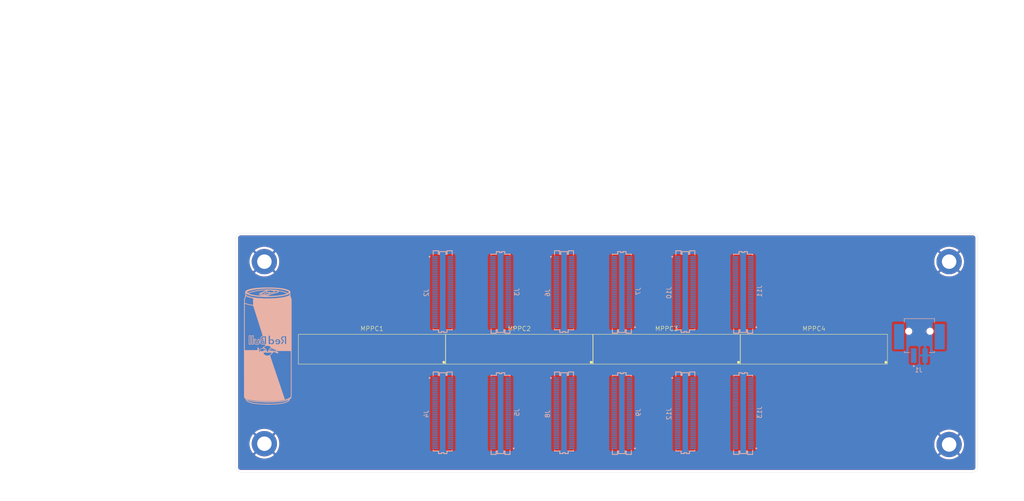
<source format=kicad_pcb>
(kicad_pcb (version 20240108) (generator "pcbnew") (generator_version "8.0")
  (layers (0 "F.Cu" signal) (1 "In1.Cu" power) (2 "In2.Cu" signal) (3 "In3.Cu" power) (4 "In4.Cu" power) (5 "In5.Cu" signal) (6 "In6.Cu" power) (31 "B.Cu" signal) (34 "B.Paste" user) (35 "F.Paste" user) (36 "B.SilkS" user "B.Silkscreen") (37 "F.SilkS" user "F.Silkscreen") (38 "B.Mask" user) (39 "F.Mask" user) (44 "Edge.Cuts" user))
  (net 0 "")
  (net 649 "GND")
  (net 650 "+HV")
  (footprint "SiPM:S13552" (layer "F.Cu") (at 97 92.23)
    (property "Reference" "MPPC1")
    (property "Value" "~" (hide yes))
  )
  (footprint "SiPM:S13552" (layer "F.Cu") (at 194.8 92.23)
    (property "Reference" "MPPC4")
    (property "Value" "~" (hide yes))
  )
  (footprint "MountingHole:MountingHole_3.2mm_M3_DIN965_Pad" (layer "F.Cu") (at 73.202893 72.382893)
    (property "Reference" "H1" (hide yes))
    (property "Value" "MountingHole" (hide yes))
  )
  (footprint "MountingHole:MountingHole_3.2mm_M3_DIN965_Pad" (layer "F.Cu") (at 224.707107 72.382893)
    (property "Reference" "H3" (hide yes))
    (property "Value" "MountingHole" (hide yes))
  )
  (footprint "MountingHole:MountingHole_3.2mm_M3_DIN965_Pad" (layer "F.Cu") (at 73.202893 112.707107)
    (property "Reference" "H2" (hide yes))
    (property "Value" "MountingHole" (hide yes))
  )
  (footprint "SiPM:S13552" (layer "F.Cu") (at 162.2 92.23)
    (property "Reference" "MPPC3")
    (property "Value" "~" (hide yes))
  )
  (footprint "MountingHole:MountingHole_3.2mm_M3_DIN965_Pad" (layer "F.Cu") (at 224.707107 112.882893)
    (property "Reference" "H4" (hide yes))
    (property "Value" "MountingHole" (hide yes))
  )
  (footprint "SiPM:S13552" (layer "F.Cu") (at 129.6 92.23)
    (property "Reference" "MPPC2")
    (property "Value" "~" (hide yes))
  )
  (footprint "FARICH:SAMTEC_ST4-40-1.00-L-D-P-TR" (layer "B.Cu") (at 166.34 79.11 -90)
    (property "Reference" "J10")
    (property "Value" "ST4-40-1.00-L-D-P-TR" (hide yes))
  )
  (footprint "FARICH:SAMTEC_ST4-40-1.00-L-D-P-TR" (layer "B.Cu") (at 166.34 105.95 -90)
    (property "Reference" "J12")
    (property "Value" "ST4-40-1.00-L-D-P-TR" (hide yes))
  )
  (footprint "HV_Connector:PHOENIX_1778764" (layer "B.Cu") (at 214.78 85.007107)
    (property "Reference" "J1")
    (property "Value" "1778764")
  )
  (footprint "FARICH:SAMTEC_ST4-40-1.00-L-D-P-TR" (layer "B.Cu") (at 152.3 105.95 90)
    (property "Reference" "J9")
    (property "Value" "ST4-40-1.00-L-D-P-TR" (hide yes))
  )
  (footprint "FARICH:SAMTEC_ST4-40-1.00-L-D-P-TR" (layer "B.Cu") (at 139.5 105.95 -90)
    (property "Reference" "J8")
    (property "Value" "ST4-40-1.00-L-D-P-TR" (hide yes))
  )
  (footprint "FARICH:SAMTEC_ST4-40-1.00-L-D-P-TR" (layer "B.Cu") (at 139.5 79.11 -90)
    (property "Reference" "J6")
    (property "Value" "ST4-40-1.00-L-D-P-TR" (hide yes))
  )
  (footprint "FARICH:SAMTEC_ST4-40-1.00-L-D-P-TR" (layer "B.Cu") (at 125.46 79.11 90)
    (property "Reference" "J3")
    (property "Value" "ST4-40-1.00-L-D-P-TR" (hide yes))
  )
  (footprint "FARICH:SAMTEC_ST4-40-1.00-L-D-P-TR" (layer "B.Cu") (at 112.66 105.95 -90)
    (property "Reference" "J4")
    (property "Value" "ST4-40-1.00-L-D-P-TR" (hide yes))
  )
  (footprint "FARICH:SAMTEC_ST4-40-1.00-L-D-P-TR" (layer "B.Cu") (at 152.3 79.11 90)
    (property "Reference" "J7")
    (property "Value" "ST4-40-1.00-L-D-P-TR" (hide yes))
  )
  (footprint "FARICH:SAMTEC_ST4-40-1.00-L-D-P-TR" (layer "B.Cu") (at 179.14 79.11 90)
    (property "Reference" "J11")
    (property "Value" "ST4-40-1.00-L-D-P-TR" (hide yes))
  )
  (footprint "FARICH:SAMTEC_ST4-40-1.00-L-D-P-TR" (layer "B.Cu") (at 125.46 105.95 90)
    (property "Reference" "J5")
    (property "Value" "ST4-40-1.00-L-D-P-TR" (hide yes))
  )
  (footprint "FARICH:SAMTEC_ST4-40-1.00-L-D-P-TR" (layer "B.Cu") (at 179.14 105.95 90)
    (property "Reference" "J13")
    (property "Value" "ST4-40-1.00-L-D-P-TR" (hide yes))
  )
  (footprint "FARICH:SAMTEC_ST4-40-1.00-L-D-P-TR" (layer "B.Cu") (at 112.66 79.11 -90)
    (property "Reference" "J2")
    (property "Value" "ST4-40-1.00-L-D-P-TR" (hide yes))
  )
  (gr_poly (pts (xy 70.666617 88.706536) (xy 70.688798 88.706789) (xy 70.708441 88.707192) (xy 70.72576 88.707772) (xy 70.740967 88.708556) (xy 70.754275 88.709574) (xy 70.760284 88.710178) (xy 70.765897 88.710851) (xy 70.771142 88.711597) (xy 70.776045 88.712418) (xy 70.780633 88.713317) (xy 70.784932 88.7143) (xy 70.788969 88.715368) (xy 70.79277 88.716526) (xy 70.796362 88.717776) (xy 70.799772 88.719123) (xy 70.803027 88.72057) (xy 70.806152 88.72212) (xy 70.809174 88.723777) (xy 70.81212 88.725545) (xy 70.815017 88.727426) (xy 70.817891 88.729424) (xy 70.823677 88.733786) (xy 70.858534 88.761204) (xy 70.858534 90.755213) (xy 70.81554 90.761031) (xy 70.81554 90.76103) (xy 70.803301 90.762162) (xy 70.78492 90.763154) (xy 70.733332 90.764647) (xy 70.667978 90.765367) (xy 70.596059 90.765175) (xy 70.566283 90.764871) (xy 70.53999 90.764527) (xy 70.516922 90.764102) (xy 70.496825 90.763555) (xy 70.487811 90.763223) (xy 70.479443 90.762844) (xy 70.47169 90.762414) (xy 70.46452 90.761927) (xy 70.457901 90.761379) (xy 70.451801 90.760763) (xy 70.446188 90.760075) (xy 70.44103 90.75931) (xy 70.436294 90.758462) (xy 70.431951 90.757526) (xy 70.427966 90.756496) (xy 70.424308 90.755369) (xy 70.420946 90.754138) (xy 70.417847 90.752798) (xy 70.41498 90.751344) (xy 70.412312 90.749771) (xy 70.409811 90.748074) (xy 70.407447 90.746247) (xy 70.405185 90.744285) (xy 70.402995 90.742183) (xy 70.400845 90.739936) (xy 70.398703 90.737539) (xy 70.394314 90.732271) (xy 70.386239 90.718954) (xy 70.380096 90.694605) (xy 70.375623 90.648765) (xy 70.37467 90.624598) (xy 70.501347 90.624598) (xy 70.726243 90.624598) (xy 70.726243 88.83866) (xy 70.501347 88.83866) (xy 70.501347 90.624598) (xy 70.37467 90.624598) (xy 70.372555 90.570975) (xy 70.369578 90.277706) (xy 70.369055 89.731122) (xy 70.369055 88.761204) (xy 70.403911 88.733786) (xy 70.409697 88.729424) (xy 70.415468 88.725545) (xy 70.421437 88.72212) (xy 70.427817 88.719123) (xy 70.434819 88.716526) (xy 70.442658 88.7143) (xy 70.451544 88.712418) (xy 70.461693 88.710851) (xy 70.473314 88.709574) (xy 70.486622 88.708556) (xy 70.519149 88.707192) (xy 70.560972 88.706536) (xy 70.613795 88.706367)) (stroke (width -0.000001)) (fill solid) (layer "B.SilkS"))
  (gr_poly (pts (xy 76.174577 89.727879) (xy 76.184709 89.7284) (xy 76.194779 89.729393) (xy 76.204785 89.730858) (xy 76.214727 89.732795) (xy 76.224603 89.735203) (xy 76.234413 89.738082) (xy 76.244155 89.741433) (xy 76.253828 89.745254) (xy 76.263432 89.749545) (xy 76.272966 89.754307) (xy 76.282428 89.75954) (xy 76.291817 89.765242) (xy 76.301134 89.771414) (xy 76.310376 89.778055) (xy 76.319542 89.785166) (xy 76.328632 89.792746) (xy 76.346579 89.809311) (xy 76.364209 89.827751) (xy 76.373097 89.838323) (xy 76.38147 89.849699) (xy 76.389292 89.861752) (xy 76.396524 89.874356) (xy 76.403127 89.887384) (xy 76.409063 89.90071) (xy 76.414294 89.914208) (xy 76.41878 89.92775) (xy 76.422485 89.94121) (xy 76.425369 89.954461) (xy 76.427394 89.967378) (xy 76.428522 89.979833) (xy 76.428714 89.991701) (xy 76.427932 90.002853) (xy 76.427164 90.008122) (xy 76.426137 90.013165) (xy 76.424848 90.017966) (xy 76.423292 90.022509) (xy 76.423292 90.02251) (xy 76.421631 90.025522) (xy 76.418943 90.028226) (xy 76.415018 90.030638) (xy 76.409644 90.032772) (xy 76.402611 90.034646) (xy 76.39371 90.036274) (xy 76.369457 90.038856) (xy 76.335203 90.040646) (xy 76.289263 90.041768) (xy 76.155592 90.042515) (xy 75.89557 90.042515) (xy 75.901547 89.970443) (xy 75.903524 89.952769) (xy 75.906477 89.935666) (xy 75.910401 89.919137) (xy 75.915294 89.903186) (xy 75.921153 89.887819) (xy 75.924443 89.880355) (xy 75.927974 89.873039) (xy 75.931745 89.86587) (xy 75.935755 89.858851) (xy 75.940005 89.85198) (xy 75.944493 89.845259) (xy 75.94922 89.838688) (xy 75.954184 89.832268) (xy 75.959386 89.825999) (xy 75.964826 89.819882) (xy 75.976414 89.808106) (xy 75.988947 89.796945) (xy 76.002422 89.786401) (xy 76.016834 89.776481) (xy 76.032181 89.767188) (xy 76.048461 89.758526) (xy 76.059268 89.753366) (xy 76.070024 89.74868) (xy 76.080729 89.744468) (xy 76.091381 89.740731) (xy 76.101979 89.737468) (xy 76.112522 89.734678) (xy 76.12301 89.732362) (xy 76.133441 89.73052) (xy 76.143814 89.72915) (xy 76.154128 89.728254) (xy 76.164383 89.72783)) (stroke (width -0.000001)) (fill solid) (layer "B.SilkS"))
  (gr_poly (pts (xy 73.127263 89.12322) (xy 73.176946 89.125418) (xy 73.305931 89.133679) (xy 73.305931 90.452617) (xy 73.086893 90.452617) (xy 73.038342 90.452469) (xy 72.994626 90.451968) (xy 72.955377 90.45103) (xy 72.920228 90.449572) (xy 72.88881 90.44751) (xy 72.860755 90.44476) (xy 72.847873 90.443101) (xy 72.835694 90.441239) (xy 72.824172 90.439163) (xy 72.81326 90.436863) (xy 72.802913 90.434327) (xy 72.793084 90.431547) (xy 72.783728 90.428511) (xy 72.774799 90.425209) (xy 72.76625 90.42163) (xy 72.758035 90.417764) (xy 72.750109 90.4136) (xy 72.742425 90.409129) (xy 72.734938 90.404339) (xy 72.727601 90.39922) (xy 72.720368 90.393761) (xy 72.713194 90.387953) (xy 72.698837 90.375245) (xy 72.68416 90.361011) (xy 72.673145 90.349439) (xy 72.662817 90.337552) (xy 72.653178 90.325372) (xy 72.644226 90.31292) (xy 72.635964 90.300216) (xy 72.62839 90.287282) (xy 72.621507 90.274137) (xy 72.615314 90.260804) (xy 72.609811 90.247302) (xy 72.604999 90.233653) (xy 72.600879 90.219878) (xy 72.597451 90.205998) (xy 72.594715 90.192032) (xy 72.592672 90.178003) (xy 72.591323 90.163931) (xy 72.590745 90.151518) (xy 72.726672 90.151518) (xy 72.72721 90.162921) (xy 72.728466 90.174243) (xy 72.730436 90.18544) (xy 72.733116 90.196463) (xy 72.736502 90.207268) (xy 72.740592 90.217808) (xy 72.74538 90.228037) (xy 72.750864 90.237908) (xy 72.75704 90.247376) (xy 72.763904 90.256394) (xy 72.771453 90.264916) (xy 72.779683 90.272896) (xy 72.78859 90.280287) (xy 72.798171 90.287044) (xy 72.808422 90.293119) (xy 72.819339 90.298468) (xy 72.830919 90.303043) (xy 72.830919 90.303039) (xy 72.836282 90.304651) (xy 72.843009 90.306226) (xy 72.86016 90.309229) (xy 72.881576 90.311979) (xy 72.906464 90.31441) (xy 72.934026 90.316452) (xy 72.963468 90.31804) (xy 72.993995 90.319103) (xy 73.024811 90.319576) (xy 73.173639 90.320322) (xy 73.173639 89.976363) (xy 73.011582 89.976417) (xy 72.964825 89.976642) (xy 72.944777 89.976944) (xy 72.926731 89.977398) (xy 72.910525 89.978027) (xy 72.895996 89.978849) (xy 72.882982 89.979886) (xy 72.87132 89.981159) (xy 72.860848 89.982688) (xy 72.851402 89.984494) (xy 72.842819 89.986597) (xy 72.834938 89.989017) (xy 72.827596 89.991776) (xy 72.820629 89.994894) (xy 72.813875 89.998392) (xy 72.807171 90.00229) (xy 72.79651 90.009349) (xy 72.786621 90.017021) (xy 72.7775 90.025259) (xy 72.769145 90.034019) (xy 72.76155 90.043252) (xy 72.754713 90.052915) (xy 72.748631 90.062959) (xy 72.743298 90.073338) (xy 72.738712 90.084008) (xy 72.734869 90.094921) (xy 72.731766 90.106031) (xy 72.729398 90.117292) (xy 72.727762 90.128657) (xy 72.726855 90.140082) (xy 72.726672 90.151518) (xy 72.590745 90.151518) (xy 72.590667 90.149838) (xy 72.590706 90.135743) (xy 72.591439 90.121667) (xy 72.592868 90.107633) (xy 72.594992 90.09366) (xy 72.597812 90.079769) (xy 72.601329 90.065981) (xy 72.605543 90.052318) (xy 72.610454 90.038799) (xy 72.616064 90.025446) (xy 72.622371 90.01228) (xy 72.629378 89.999322) (xy 72.637084 89.986592) (xy 72.645489 89.974111) (xy 72.654595 89.9619) (xy 72.664401 89.949981) (xy 72.674909 89.938373) (xy 72.687542 89.925588) (xy 72.700183 89.913906) (xy 72.712943 89.903288) (xy 72.72593 89.893695) (xy 72.739254 89.885089) (xy 72.753024 89.877429) (xy 72.767351 89.870678) (xy 72.782344 89.864796) (xy 72.798112 89.859745) (xy 72.814765 89.855485) (xy 72.832413 89.851978) (xy 72.851164 89.849184) (xy 72.871129 89.847065) (xy 72.892417 89.845582) (xy 72.915138 89.844695) (xy 72.939401 89.844367) (xy 73.055736 89.844076) (xy 73.051849 89.748165) (xy 73.047962 89.652253) (xy 72.974875 89.644392) (xy 72.958832 89.642539) (xy 72.944155 89.640536) (xy 72.930697 89.63831) (xy 72.91831 89.635783) (xy 72.906848 89.632882) (xy 72.896162 89.629531) (xy 72.891064 89.627663) (xy 72.886106 89.625654) (xy 72.881268 89.623494) (xy 72.876533 89.621175) (xy 72.871881 89.618687) (xy 72.867295 89.616021) (xy 72.862755 89.613166) (xy 72.858245 89.610114) (xy 72.849236 89.60338) (xy 72.840121 89.595744) (xy 72.830753 89.58713) (xy 72.820984 89.577462) (xy 72.810667 89.566666) (xy 72.799655 89.554665) (xy 72.791681 89.545394) (xy 72.783992 89.535573) (xy 72.776619 89.525275) (xy 72.769595 89.514572) (xy 72.762951 89.503538) (xy 72.756718 89.492244) (xy 72.750928 89.480765) (xy 72.745613 89.469171) (xy 72.740805 89.457537) (xy 72.736535 89.445934) (xy 72.732835 89.434436) (xy 72.729737 89.423115) (xy 72.727272 89.412043) (xy 72.725472 89.401295) (xy 72.724369 89.390941) (xy 72.723995 89.381056) (xy 72.724003 89.380757) (xy 72.862453 89.380757) (xy 72.862607 89.385595) (xy 72.863146 89.390496) (xy 72.864067 89.395537) (xy 72.865372 89.400799) (xy 72.867059 89.406359) (xy 72.869128 89.412298) (xy 72.871577 89.418695) (xy 72.874407 89.425628) (xy 72.876464 89.430281) (xy 72.878777 89.435023) (xy 72.881321 89.439819) (xy 72.884069 89.444638) (xy 72.886997 89.449443) (xy 72.89008 89.454202) (xy 72.893292 89.458881) (xy 72.896608 89.463445) (xy 72.900002 89.467861) (xy 72.90345 89.472095) (xy 72.906925 89.476113) (xy 72.910402 89.479881) (xy 72.913857 89.483365) (xy 72.917263 89.486531) (xy 72.920596 89.489345) (xy 72.92383 89.491774) (xy 72.923834 89.491774) (xy 72.926738 89.493659) (xy 72.929962 89.495482) (xy 72.937261 89.498926) (xy 72.945515 89.50208) (xy 72.954507 89.504919) (xy 72.964021 89.507419) (xy 72.973841 89.509555) (xy 72.983751 89.5113) (xy 72.993535 89.512632) (xy 73.002978 89.513523) (xy 73.011862 89.513951) (xy 73.019972 89.513889) (xy 73.027093 89.513312) (xy 73.030214 89.512823) (xy 73.033007 89.512196) (xy 73.035444 89.511428) (xy 73.037498 89.510516) (xy 73.039143 89.509456) (xy 73.040352 89.508246) (xy 73.041097 89.506882) (xy 73.041351 89.505362) (xy 73.038364 89.492026) (xy 73.030443 89.463751) (xy 73.006032 89.38258) (xy 72.980589 89.302247) (xy 72.971377 89.27502) (xy 72.968331 89.26685) (xy 72.966584 89.263151) (xy 72.965188 89.26181) (xy 72.963528 89.260834) (xy 72.961621 89.260207) (xy 72.959483 89.259918) (xy 72.957133 89.259953) (xy 72.954586 89.260299) (xy 72.95186 89.260942) (xy 72.948972 89.261869) (xy 72.945938 89.263067) (xy 72.942776 89.264523) (xy 72.936136 89.268153) (xy 72.929185 89.272654) (xy 72.922062 89.277919) (xy 72.9149 89.283842) (xy 72.907837 89.290317) (xy 72.901007 89.297236) (xy 72.894547 89.304493) (xy 72.888593 89.311983) (xy 72.88328 89.319599) (xy 72.880906 89.323421) (xy 72.878744 89.327235) (xy 72.87681 89.331026) (xy 72.875121 89.334783) (xy 72.87218 89.341974) (xy 72.869629 89.348595) (xy 72.867465 89.354724) (xy 72.865689 89.360439) (xy 72.864301 89.365821) (xy 72.863299 89.370949) (xy 72.862683 89.375901) (xy 72.862453 89.380757) (xy 72.724003 89.380757) (xy 72.724195 89.373865) (xy 72.724786 89.366461) (xy 72.725756 89.358865) (xy 72.727092 89.3511) (xy 72.730805 89.335151) (xy 72.735822 89.31879) (xy 72.742036 89.302192) (xy 72.749342 89.285535) (xy 72.757635 89.268994) (xy 72.766811 89.252746) (xy 72.776762 89.236967) (xy 72.787385 89.221833) (xy 72.798574 89.207521) (xy 72.810223 89.194207) (xy 72.822228 89.182067) (xy 72.828331 89.176493) (xy 72.834483 89.171278) (xy 72.840671 89.166445) (xy 72.846883 89.162016) (xy 72.853104 89.158012) (xy 72.859322 89.154456) (xy 72.869066 89.149954) (xy 72.880841 89.145749) (xy 72.894501 89.141852) (xy 72.909899 89.138278) (xy 72.926889 89.135039) (xy 72.945325 89.13215) (xy 72.985946 89.127474) (xy 73.03059 89.124355) (xy 73.078087 89.122901)) (stroke (width -0.000001)) (fill solid) (layer "B.SilkS"))
  (gr_poly (pts (xy 74.439782 78.107486) (xy 74.904685 78.117447) (xy 75.34818 78.133914) (xy 75.769585 78.156777) (xy 76.168214 78.185927) (xy 76.543382 78.221254) (xy 76.894404 78.262647) (xy 77.220596 78.309997) (xy 77.521272 78.363195) (xy 77.795748 78.42213) (xy 78.043338 78.486692) (xy 78.263359 78.556772) (xy 78.455124 78.63226) (xy 78.61795 78.713045) (xy 78.688297 78.75539) (xy 78.751151 78.799019) (xy 78.806429 78.843917) (xy 78.854043 78.890071) (xy 78.890435 78.930228) (xy 78.905259 78.948308) (xy 78.918014 78.96584) (xy 78.928835 78.983414) (xy 78.937857 79.001619) (xy 78.945214 79.021045) (xy 78.951042 79.042279) (xy 78.955474 79.065913) (xy 78.958646 79.092534) (xy 78.960693 79.122733) (xy 78.961749 79.157097) (xy 78.961948 79.196217) (xy 78.961427 79.240682) (xy 78.958758 79.348001) (xy 78.956919 79.418757) (xy 78.95583 79.478278) (xy 78.955572 79.504032) (xy 78.955507 79.527226) (xy 78.955639 79.547941) (xy 78.955968 79.566262) (xy 78.956498 79.58227) (xy 78.957229 79.596048) (xy 78.958164 79.607679) (xy 78.959306 79.617245) (xy 78.960656 79.624829) (xy 78.961409 79.627904) (xy 78.962216 79.630514) (xy 78.963075 79.63267) (xy 78.963988 79.634382) (xy 78.964955 79.635661) (xy 78.965975 79.636516) (xy 78.967932 79.63796) (xy 78.969747 79.639774) (xy 78.971421 79.641941) (xy 78.972953 79.644446) (xy 78.975596 79.650406) (xy 78.977682 79.657525) (xy 78.979215 79.665674) (xy 78.980199 79.674727) (xy 78.980638 79.684554) (xy 78.980537 79.695027) (xy 78.979901 79.706019) (xy 78.978734 79.717401) (xy 78.977039 79.729046) (xy 78.974823 79.740825) (xy 78.972088 79.752609) (xy 78.968839 79.764272) (xy 78.965082 79.775684) (xy 78.960819 79.786718) (xy 78.955372 79.801399) (xy 78.951175 79.816573) (xy 78.948274 79.832442) (xy 78.946709 79.84921) (xy 78.946526 79.867078) (xy 78.947768 79.886248) (xy 78.950477 79.906922) (xy 78.954697 79.929303) (xy 78.960471 79.953593) (xy 78.967843 79.979993) (xy 78.976856 80.008707) (xy 78.987553 80.039935) (xy 79.014172 80.110747) (xy 79.048047 80.194045) (xy 79.086705 80.289293) (xy 79.125656 80.38985) (xy 79.160362 80.483742) (xy 79.174706 80.524446) (xy 79.186289 80.558994) (xy 79.201576 80.607542) (xy 79.207908 80.628963) (xy 79.213423 80.648887) (xy 79.218161 80.667614) (xy 79.222165 80.68545) (xy 79.225478 80.702695) (xy 79.22814 80.719653) (xy 79.230195 80.736627) (xy 79.231685 80.75392) (xy 79.232651 80.771833) (xy 79.233136 80.790671) (xy 79.233181 80.810735) (xy 79.23283 80.832329) (xy 79.231103 80.881317) (xy 79.230613 91.631208) (xy 79.231009 97.432348) (xy 79.228806 100.660052) (xy 79.226308 101.543599) (xy 79.222652 102.065469) (xy 79.21767 102.319554) (xy 79.214628 102.375519) (xy 79.211191 102.399749) (xy 79.201575 102.429632) (xy 79.190653 102.458849) (xy 79.178408 102.48742) (xy 79.164825 102.515364) (xy 79.149888 102.542702) (xy 79.133581 102.569453) (xy 79.115889 102.595639) (xy 79.096796 102.621279) (xy 79.076286 102.646392) (xy 79.054344 102.671) (xy 79.030954 102.695123) (xy 79.0061 102.718779) (xy 78.979767 102.741991) (xy 78.951938 102.764777) (xy 78.922598 102.787157) (xy 78.891732 102.809153) (xy 78.825589 102.854755) (xy 78.819409 102.940847) (xy 78.817559 102.961276) (xy 78.814973 102.98088) (xy 78.811597 102.999764) (xy 78.807376 103.01803) (xy 78.802257 103.035783) (xy 78.796186 103.053127) (xy 78.789109 103.070165) (xy 78.780973 103.087001) (xy 78.771724 103.10374) (xy 78.761307 103.120484) (xy 78.74967 103.137338) (xy 78.736759 103.154406) (xy 78.722519 103.171791) (xy 78.706897 103.189598) (xy 78.689839 103.20793) (xy 78.671291 103.226891) (xy 78.630831 103.265081) (xy 78.586542 103.302592) (xy 78.538522 103.339378) (xy 78.48687 103.375392) (xy 78.431683 103.410587) (xy 78.373062 103.444915) (xy 78.311103 103.478329) (xy 78.245905 103.510783) (xy 78.177568 103.542229) (xy 78.106188 103.572621) (xy 78.031865 103.60191) (xy 77.954697 103.630051) (xy 77.874783 103.656995) (xy 77.79222 103.682696) (xy 77.707107 103.707107) (xy 77.619544 103.730181) (xy 77.330905 103.795967) (xy 77.015545 103.854457) (xy 76.673591 103.905637) (xy 76.305168 103.949494) (xy 75.910403 103.986014) (xy 75.489422 104.015185) (xy 75.042351 104.036992) (xy 74.569315 104.051424) (xy 74.046763 104.062893) (xy 73.794381 104.0605) (xy 73.373207 104.050941) (xy 72.933493 104.038121) (xy 72.625488 104.025945) (xy 72.254348 104.003071) (xy 71.910001 103.9766) (xy 71.590315 103.946258) (xy 71.293155 103.911773) (xy 71.016388 103.872872) (xy 70.75788 103.829282) (xy 70.515497 103.78073) (xy 70.287107 103.726943) (xy 70.201045 103.704103) (xy 70.117526 103.680021) (xy 70.036624 103.654734) (xy 69.958414 103.628276) (xy 69.882969 103.600684) (xy 69.810363 103.571992) (xy 69.740671 103.542237) (xy 69.673965 103.511453) (xy 69.610321 103.479677) (xy 69.549812 103.446943) (xy 69.492512 103.413288) (xy 69.438495 103.378747) (xy 69.387836 103.343355) (xy 69.340607 103.307148) (xy 69.296884 103.270161) (xy 69.25674 103.23243) (xy 69.235361 103.210779) (xy 69.215802 103.190092) (xy 69.198004 103.170256) (xy 69.181904 103.151155) (xy 69.167443 103.132678) (xy 69.154558 103.114709) (xy 69.14319 103.097135) (xy 69.133277 103.079843) (xy 69.124759 103.062718) (xy 69.117574 103.045647) (xy 69.111661 103.028516) (xy 69.106961 103.011212) (xy 69.103411 102.99362) (xy 69.101597 102.980358) (xy 69.271035 102.980358) (xy 69.271339 102.982897) (xy 69.272233 102.985956) (xy 69.275689 102.993518) (xy 69.281192 103.002809) (xy 69.288536 103.013595) (xy 69.297509 103.025642) (xy 69.307904 103.038715) (xy 69.319511 103.052581) (xy 69.332122 103.067004) (xy 69.345527 103.081751) (xy 69.359518 103.096587) (xy 69.373885 103.111278) (xy 69.388419 103.125589) (xy 69.402912 103.139287) (xy 69.417155 103.152137) (xy 69.430939 103.163904) (xy 69.444054 103.174355) (xy 69.480556 103.201098) (xy 69.520007 103.227838) (xy 69.562173 103.254468) (xy 69.60682 103.28088) (xy 69.653712 103.306968) (xy 69.702615 103.332626) (xy 69.753295 103.357746) (xy 69.805518 103.382221) (xy 69.913652 103.42881) (xy 70.025142 103.471539) (xy 70.08156 103.491188) (xy 70.138113 103.509552) (xy 70.194567 103.526523) (xy 70.250687 103.541994) (xy 70.472512 103.596286) (xy 70.705662 103.645329) (xy 70.952579 103.68946) (xy 71.215704 103.729014) (xy 71.497478 103.764326) (xy 71.800343 103.795732) (xy 72.126739 103.823568) (xy 72.479107 103.848168) (xy 72.479107 103.848162) (xy 72.68545 103.857974) (xy 72.960164 103.865096) (xy 73.323425 103.869904) (xy 73.795409 103.872774) (xy 74.522559 103.874187) (xy 74.767955 103.873652) (xy 74.886816 103.87231) (xy 75.321937 103.852595) (xy 75.700994 103.830132) (xy 75.873491 103.817599) (xy 76.036764 103.804054) (xy 76.192409 103.789387) (xy 76.342024 103.773491) (xy 76.545007 103.749411) (xy 76.73699 103.72402) (xy 76.918337 103.697216) (xy 77.089411 103.668897) (xy 77.250577 103.638961) (xy 77.402198 103.607305) (xy 77.54464 103.573826) (xy 77.678265 103.538422) (xy 77.803437 103.500991) (xy 77.920521 103.46143) (xy 78.029881 103.419638) (xy 78.131881 103.37551) (xy 78.226884 103.328945) (xy 78.315255 103.279841) (xy 78.397358 103.228095) (xy 78.473556 103.173604) (xy 78.48979 103.160825) (xy 78.505957 103.147316) (xy 78.521895 103.133266) (xy 78.537444 103.118863) (xy 78.552439 103.104294) (xy 78.566721 103.089747) (xy 78.580126 103.07541) (xy 78.592493 103.061471) (xy 78.603661 103.048118) (xy 78.613466 103.035537) (xy 78.621748 103.023918) (xy 78.628344 103.013447) (xy 78.630959 103.008701) (xy 78.633092 103.004313) (xy 78.634723 103.000305) (xy 78.635831 102.996702) (xy 78.636396 102.993528) (xy 78.636399 102.990804) (xy 78.635818 102.988556) (xy 78.634633 102.986806) (xy 78.634117 102.986494) (xy 78.633338 102.986321) (xy 78.631019 102.986378) (xy 78.627734 102.986954) (xy 78.623539 102.988028) (xy 78.612652 102.991575) (xy 78.598815 102.996835) (xy 78.582484 103.003626) (xy 78.564118 103.011766) (xy 78.544174 103.021071) (xy 78.52311 103.031359) (xy 78.410005 103.084236) (xy 78.288416 103.134095) (xy 78.157963 103.180999) (xy 78.018264 103.225014) (xy 77.868939 103.266206) (xy 77.709607 103.30464) (xy 77.359399 103.373491) (xy 76.964593 103.432091) (xy 76.522144 103.48096) (xy 76.029004 103.520619) (xy 75.482128 103.551589) (xy 75.138823 103.562847) (xy 74.725411 103.568632) (xy 73.763848 103.564795) (xy 72.748613 103.542106) (xy 72.26811 103.524325) (xy 71.830878 103.502593) (xy 71.416169 103.474266) (xy 71.224167 103.457603) (xy 71.041777 103.439154) (xy 70.868535 103.418832) (xy 70.703972 103.396547) (xy 70.547622 103.37221) (xy 70.399019 103.345733) (xy 70.257696 103.317027) (xy 70.123187 103.286003) (xy 69.995025 103.252572) (xy 69.872744 103.216646) (xy 69.755876 103.178135) (xy 69.643956 103.136951) (xy 69.536517 103.093005) (xy 69.433092 103.046209) (xy 69.400538 103.030972) (xy 69.370168 103.017196) (xy 69.342647 103.005152) (xy 69.318639 102.99511) (xy 69.30816 102.990924) (xy 69.298809 102.987339) (xy 69.290669 102.98439) (xy 69.283822 102.98211) (xy 69.278352 102.980533) (xy 69.274342 102.979693) (xy 69.272911 102.97956) (xy 69.271875 102.979623) (xy 69.271247 102.979888) (xy 69.271035 102.980358) (xy 69.101597 102.980358) (xy 69.10095 102.975626) (xy 69.099519 102.957118) (xy 69.099055 102.937981) (xy 69.099055 102.863991) (xy 69.014965 102.797907) (xy 68.980181 102.769909) (xy 68.95627 102.749636) (xy 69.246679 102.749636) (xy 69.247292 102.750847) (xy 69.251545 102.754714) (xy 69.259678 102.760412) (xy 69.271501 102.767825) (xy 69.305454 102.787338) (xy 69.351884 102.812333) (xy 69.409268 102.841889) (xy 69.476087 102.875084) (xy 69.558029 102.913578) (xy 69.642265 102.950047) (xy 69.729068 102.984556) (xy 69.818713 103.017168) (xy 69.911472 103.047948) (xy 70.007621 103.076961) (xy 70.211179 103.129941) (xy 70.431578 103.176624) (xy 70.671008 103.217524) (xy 70.931659 103.253156) (xy 71.215722 103.284035) (xy 71.654618 103.320813) (xy 71.881203 103.334965) (xy 72.123642 103.346764) (xy 72.68937 103.364714) (xy 73.418378 103.377486) (xy 73.418377 103.377486) (xy 73.995069 103.384487) (xy 74.397471 103.387609) (xy 74.540215 103.387742) (xy 74.64767 103.386937) (xy 74.722595 103.385205) (xy 74.767752 103.382555) (xy 74.937623 103.375586) (xy 75.290304 103.364376) (xy 75.646387 103.352029) (xy 75.977738 103.336715) (xy 76.28398 103.318467) (xy 76.564736 103.297317) (xy 76.819628 103.273297) (xy 77.048278 103.246438) (xy 77.250309 103.216772) (xy 77.425343 103.184331) (xy 77.603157 103.145309) (xy 77.766729 103.105624) (xy 77.917531 103.064801) (xy 78.057033 103.022366) (xy 78.123006 103.000395) (xy 78.186705 102.977843) (xy 78.248315 102.95465) (xy 78.308018 102.930757) (xy 78.366 102.906105) (xy 78.422443 102.880634) (xy 78.477532 102.854285) (xy 78.531451 102.826998) (xy 78.558197 102.812892) (xy 78.584104 102.798867) (xy 78.608854 102.785133) (xy 78.632128 102.771901) (xy 78.653607 102.759381) (xy 78.672971 102.747783) (xy 78.689902 102.737319) (xy 78.70408 102.728199) (xy 78.715187 102.720633) (xy 78.722904 102.714832) (xy 78.725391 102.712659) (xy 78.72691 102.711006) (xy 78.727423 102.7099) (xy 78.727289 102.70956) (xy 78.726889 102.709367) (xy 78.725268 102.709432) (xy 78.72252 102.710123) (xy 78.713484 102.713487) (xy 78.699463 102.719668) (xy 78.680138 102.728878) (xy 78.598352 102.766574) (xy 78.508038 102.803993) (xy 78.304381 102.877377) (xy 78.074273 102.947779) (xy 77.822826 103.013952) (xy 77.555149 103.074646) (xy 77.27635 103.128614) (xy 76.991539 103.174605) (xy 76.705826 103.211373) (xy 76.450492 103.237487) (xy 76.18681 103.259621) (xy 75.911253 103.277926) (xy 75.620298 103.292553) (xy 75.310417 103.303654) (xy 74.978086 103.311379) (xy 74.231972 103.317306) (xy 73.467785 103.311403) (xy 72.752061 103.293977) (xy 72.086721 103.265091) (xy 71.773547 103.246371) (xy 71.473691 103.22481) (xy 71.185271 103.197903) (xy 70.89794 103.162864) (xy 70.616579 103.120642) (xy 70.346068 103.072187) (xy 70.091288 103.018449) (xy 69.85712 102.960377) (xy 69.74929 102.930012) (xy 69.648444 102.89892) (xy 69.555191 102.867219) (xy 69.470141 102.835029) (xy 69.290878 102.763003) (xy 69.259712 102.751382) (xy 69.251185 102.749066) (xy 69.247108 102.748926) (xy 69.246679 102.749636) (xy 68.95627 102.749636) (xy 68.947713 102.742381) (xy 68.917499 102.715236) (xy 68.889477 102.68839) (xy 68.863588 102.661755) (xy 68.83977 102.635246) (xy 68.817962 102.608778) (xy 68.798103 102.582265) (xy 68.780132 102.55562) (xy 68.763987 102.528758) (xy 68.749608 102.501593) (xy 68.736933 102.474039) (xy 68.725901 102.446011) (xy 68.716452 102.417422) (xy 68.708525 102.388187) (xy 68.702057 102.35822) (xy 68.690217 92.622905) (xy 72.975153 92.622905) (xy 73.071088 92.7631) (xy 73.09144 92.792383) (xy 73.112514 92.821867) (xy 73.133699 92.850754) (xy 73.154387 92.878242) (xy 73.173965 92.903531) (xy 73.191824 92.925822) (xy 73.207352 92.944313) (xy 73.214052 92.951884) (xy 73.21994 92.958205) (xy 73.234113 92.971792) (xy 73.250628 92.985643) (xy 73.269274 92.999656) (xy 73.289841 93.013728) (xy 73.312121 93.027756) (xy 73.335903 93.041636) (xy 73.360977 93.055267) (xy 73.387135 93.068545) (xy 73.414165 93.081367) (xy 73.441858 93.093631) (xy 73.470005 93.105233) (xy 73.498396 93.11607) (xy 73.52682 93.12604) (xy 73.555069 93.135039) (xy 73.582933 93.142965) (xy 73.610201 93.149715) (xy 73.610201 93.149718) (xy 73.610201 93.14972) (xy 73.610201 93.149722) (xy 73.610201 93.149723) (xy 73.610201 93.149724) (xy 73.634545 93.154994) (xy 73.660648 93.160153) (xy 73.687696 93.16507) (xy 73.714877 93.169614) (xy 73.741375 93.173656) (xy 73.766378 93.177066) (xy 73.78907 93.179712) (xy 73.808639 93.181466) (xy 73.864149 93.183584) (xy 73.920463 93.182165) (xy 73.977317 93.177312) (xy 73.985883 93.176085) (xy 74.474904 93.176085) (xy 74.47492 93.178382) (xy 74.475076 93.180738) (xy 74.475361 93.183164) (xy 74.475768 93.185669) (xy 74.476908 93.190964) (xy 74.552093 93.420348) (xy 74.721534 93.925274) (xy 75.321493 95.704596) (xy 76.701271 99.799024) (xy 77.062827 100.870586) (xy 77.432624 101.968607) (xy 77.61303 102.504223) (xy 77.709876 102.788816) (xy 77.709875 102.788814) (xy 77.714971 102.80305) (xy 77.719803 102.816108) (xy 77.724394 102.828027) (xy 77.728766 102.838846) (xy 77.732941 102.848602) (xy 77.736941 102.857335) (xy 77.738883 102.861329) (xy 77.740789 102.865082) (xy 77.742662 102.868598) (xy 77.744506 102.871883) (xy 77.746323 102.87494) (xy 77.748116 102.877775) (xy 77.749887 102.880393) (xy 77.75164 102.882798) (xy 77.753376 102.884995) (xy 77.7551 102.886989) (xy 77.756813 102.888785) (xy 77.758518 102.890388) (xy 77.760219 102.891802) (xy 77.761918 102.893032) (xy 77.763617 102.894083) (xy 77.76532 102.89496) (xy 77.767029 102.895667) (xy 77.768747 102.89621) (xy 77.770478 102.896594) (xy 77.772222 102.896822) (xy 77.786581 102.896026) (xy 77.809341 102.892123) (xy 77.876299 102.876169) (xy 77.96556 102.851308) (xy 78.069587 102.819886) (xy 78.180844 102.784252) (xy 78.291795 102.746753) (xy 78.394902 102.709736) (xy 78.48263 102.675548) (xy 78.532464 102.654337) (xy 78.580606 102.632543) (xy 78.626969 102.610229) (xy 78.671464 102.587454) (xy 78.714003 102.564278) (xy 78.754499 102.540763) (xy 78.792863 102.51697) (xy 78.829007 102.492958) (xy 78.862844 102.468788) (xy 78.894285 102.444521) (xy 78.923242 102.420218) (xy 78.949627 102.395939) (xy 78.973353 102.371745) (xy 78.994331 102.347696) (xy 79.012473 102.323853) (xy 79.020453 102.312028) (xy 79.027691 102.300277) (xy 79.060651 102.244034) (xy 79.057326 97.218143) (xy 79.054002 92.192252) (xy 77.502883 92.188889) (xy 75.951763 92.185528) (xy 75.951763 92.145057) (xy 75.951719 92.138417) (xy 75.951555 92.132555) (xy 75.951223 92.127429) (xy 75.950675 92.122996) (xy 75.950304 92.121027) (xy 75.949861 92.119215) (xy 75.949339 92.117556) (xy 75.948733 92.116045) (xy 75.948037 92.114676) (xy 75.947243 92.113443) (xy 75.946347 92.112343) (xy 75.945342 92.111368) (xy 75.944223 92.110516) (xy 75.942983 92.109779) (xy 75.941615 92.109153) (xy 75.940115 92.108633) (xy 75.938475 92.108213) (xy 75.936691 92.107888) (xy 75.934755 92.107654) (xy 75.932662 92.107504) (xy 75.92798 92.107438) (xy 75.922596 92.107648) (xy 75.916463 92.108093) (xy 75.90953 92.108732) (xy 75.903178 92.109441) (xy 75.897418 92.110288) (xy 75.892208 92.11131) (xy 75.887507 92.112543) (xy 75.885335 92.113251) (xy 75.883275 92.114026) (xy 75.881321 92.114872) (xy 75.879469 92.115795) (xy 75.877713 92.116799) (xy 75.876048 92.117889) (xy 75.87447 92.119069) (xy 75.872972 92.120344) (xy 75.87155 92.121718) (xy 75.870199 92.123197) (xy 75.868914 92.124786) (xy 75.867688 92.126488) (xy 75.866518 92.128308) (xy 75.865398 92.130251) (xy 75.864323 92.132323) (xy 75.863288 92.134526) (xy 75.861315 92.13935) (xy 75.85944 92.144759) (xy 75.857621 92.150792) (xy 75.855817 92.157485) (xy 75.853218 92.168327) (xy 75.851245 92.178271) (xy 75.850498 92.182915) (xy 75.849913 92.187345) (xy 75.849492 92.191564) (xy 75.849236 92.195576) (xy 75.849147 92.199384) (xy 75.849227 92.202992) (xy 75.849478 92.206402) (xy 75.849901 92.209619) (xy 75.850498 92.212646) (xy 75.851271 92.215485) (xy 75.852222 92.218142) (xy 75.853352 92.220618) (xy 75.854663 92.222918) (xy 75.856158 92.225045) (xy 75.857836 92.227002) (xy 75.859702 92.228793) (xy 75.861755 92.230421) (xy 75.863998 92.231889) (xy 75.866433 92.233201) (xy 75.869061 92.234361) (xy 75.871884 92.235372) (xy 75.874904 92.236236) (xy 75.878122 92.236958) (xy 75.881541 92.237542) (xy 75.885162 92.237989) (xy 75.888987 92.238305) (xy 75.893017 92.238492) (xy 75.897255 92.238553) (xy 75.900795 92.238696) (xy 75.904441 92.239116) (xy 75.908182 92.239806) (xy 75.912008 92.240754) (xy 75.915906 92.241953) (xy 75.919866 92.243392) (xy 75.927927 92.246952) (xy 75.936104 92.251359) (xy 75.944306 92.256537) (xy 75.952447 92.26241) (xy 75.960436 92.268902) (xy 75.968187 92.275936) (xy 75.975609 92.283437) (xy 75.982615 92.291328) (xy 75.989116 92.299533) (xy 75.995024 92.307977) (xy 76.00025 92.316583) (xy 76.004705 92.325275) (xy 76.006616 92.32963) (xy 76.008301 92.333977) (xy 76.009258 92.336406) (xy 76.010274 92.338512) (xy 76.010811 92.339444) (xy 76.01137 92.340296) (xy 76.011955 92.341066) (xy 76.012568 92.341756) (xy 76.013212 92.342366) (xy 76.01389 92.342895) (xy 76.014605 92.343343) (xy 76.015359 92.343711) (xy 76.016155 92.343998) (xy 76.016996 92.344204) (xy 76.017885 92.34433) (xy 76.018823 92.344376) (xy 76.019815 92.344341) (xy 76.020863 92.344225) (xy 76.02197 92.344029) (xy 76.023138 92.343753) (xy 76.025669 92.342958) (xy 76.028478 92.341842) (xy 76.031588 92.340405) (xy 76.035021 92.338646) (xy 76.038799 92.336565) (xy 76.042944 92.334163) (xy 76.049711 92.330438) (xy 76.056172 92.327561) (xy 76.062476 92.325622) (xy 76.065617 92.325032) (xy 76.068774 92.32471) (xy 76.071968 92.324666) (xy 76.075216 92.324912) (xy 76.078538 92.325459) (xy 76.081951 92.326318) (xy 76.085477 92.327501) (xy 76.089131 92.329017) (xy 76.092935 92.330879) (xy 76.096906 92.333097) (xy 76.105425 92.338648) (xy 76.114839 92.345757) (xy 76.125297 92.354514) (xy 76.136951 92.365008) (xy 76.149951 92.377327) (xy 76.164446 92.39156) (xy 76.198524 92.426124) (xy 76.210519 92.438561) (xy 76.2214 92.450105) (xy 76.231234 92.46086) (xy 76.240086 92.470929) (xy 76.248021 92.480415) (xy 76.255106 92.489422) (xy 76.261406 92.498054) (xy 76.266986 92.506413) (xy 76.271913 92.514603) (xy 76.276252 92.522729) (xy 76.280069 92.530892) (xy 76.28343 92.539196) (xy 76.286399 92.547746) (xy 76.289043 92.556644) (xy 76.291428 92.565994) (xy 76.293619 92.575899) (xy 76.294967 92.58268) (xy 76.296184 92.589356) (xy 76.297269 92.595887) (xy 76.298218 92.602237) (xy 76.29903 92.608366) (xy 76.299702 92.614237) (xy 76.300232 92.619812) (xy 76.300617 92.625052) (xy 76.300856 92.629919) (xy 76.300945 92.634374) (xy 76.300882 92.638381) (xy 76.300665 92.6419) (xy 76.300292 92.644894) (xy 76.29976 92.647324) (xy 76.299434 92.648316) (xy 76.299067 92.649153) (xy 76.29866 92.649829) (xy 76.298211 92.650341) (xy 76.29694 92.651295) (xy 76.295032 92.652438) (xy 76.289457 92.655226) (xy 76.281794 92.658586) (xy 76.272351 92.662395) (xy 76.261438 92.666535) (xy 76.249363 92.670884) (xy 76.236435 92.675322) (xy 76.222962 92.679729) (xy 76.205889 92.684577) (xy 76.188359 92.688416) (xy 76.170504 92.691264) (xy 76.152454 92.693137) (xy 76.134338 92.694054) (xy 76.116286 92.694032) (xy 76.09843 92.693087) (xy 76.080899 92.691238) (xy 76.063823 92.688501) (xy 76.047333 92.684893) (xy 76.031558 92.680432) (xy 76.01663 92.675136) (xy 76.002678 92.66902) (xy 75.989833 92.662104) (xy 75.983866 92.65835) (xy 75.978224 92.654403) (xy 75.972924 92.650264) (xy 75.967983 92.645936) (xy 75.964045 92.64248) (xy 75.959701 92.639044) (xy 75.954994 92.635647) (xy 75.949969 92.632311) (xy 75.94467 92.629056) (xy 75.939143 92.625905) (xy 75.933431 92.622878) (xy 75.927579 92.619996) (xy 75.921632 92.61728) (xy 75.915635 92.614752) (xy 75.909631 92.612433) (xy 75.903666 92.610344) (xy 75.897784 92.608505) (xy 75.892029 92.606939) (xy 75.886447 92.605666) (xy 75.881081 92.604708) (xy 75.875673 92.603748) (xy 75.869967 92.602473) (xy 75.864011 92.600902) (xy 75.857854 92.599058) (xy 75.851546 92.596961) (xy 75.845134 92.594633) (xy 75.838667 92.592095) (xy 75.832195 92.589368) (xy 75.825766 92.586473) (xy 75.819428 92.583432) (xy 75.81323 92.580266) (xy 75.807221 92.576996) (xy 75.80145 92.573644) (xy 75.795966 92.570229) (xy 75.790817 92.566775) (xy 75.786051 92.563302) (xy 75.779159 92.558176) (xy 75.772567 92.553582) (xy 75.766161 92.549494) (xy 75.759828 92.545882) (xy 75.753453 92.542719) (xy 75.746922 92.539977) (xy 75.740122 92.537629) (xy 75.732937 92.535646) (xy 75.725255 92.534) (xy 75.71696 92.532664) (xy 75.707939 92.53161) (xy 75.698078 92.530811) (xy 75.687263 92.530237) (xy 75.675379 92.529862) (xy 75.647951 92.529595) (xy 75.638162 92.529502) (xy 75.628213 92.52923) (xy 75.608111 92.528185) (xy 75.588207 92.526532) (xy 75.56906 92.524346) (xy 75.551232 92.521698) (xy 75.542987 92.520224) (xy 75.535282 92.518663) (xy 75.528187 92.517023) (xy 75.521772 92.515314) (xy 75.516107 92.513544) (xy 75.511262 92.511724) (xy 75.504272 92.508639) (xy 75.497505 92.505274) (xy 75.490838 92.501508) (xy 75.484145 92.497219) (xy 75.477303 92.492286) (xy 75.470188 92.486588) (xy 75.462676 92.480005) (xy 75.454642 92.472415) (xy 75.445963 92.463697) (xy 75.436515 92.453731) (xy 75.414813 92.429566) (xy 75.388545 92.398954) (xy 75.356719 92.360924) (xy 75.353046 92.356703) (xy 75.34934 92.352873) (xy 75.345553 92.349418) (xy 75.341632 92.346322) (xy 75.337529 92.343569) (xy 75.333193 92.34114) (xy 75.328574 92.339022) (xy 75.323622 92.337196) (xy 75.318287 92.335646) (xy 75.312518 92.334357) (xy 75.306266 92.333311) (xy 75.29948 92.332492) (xy 75.29211 92.331883) (xy 75.284106 92.331469) (xy 75.275419 92.331233) (xy 75.265997 92.331157) (xy 75.199999 92.331157) (xy 75.214642 92.369954) (xy 75.216742 92.375771) (xy 75.218506 92.381257) (xy 75.219925 92.386473) (xy 75.220993 92.39148) (xy 75.221702 92.39634) (xy 75.222044 92.401113) (xy 75.22201 92.40586) (xy 75.221595 92.410642) (xy 75.220789 92.41552) (xy 75.219585 92.420555) (xy 75.217975 92.425808) (xy 75.215952 92.43134) (xy 75.213508 92.437212) (xy 75.210635 92.443484) (xy 75.207325 92.450219) (xy 75.203571 92.457476) (xy 75.200792 92.462552) (xy 75.197776 92.467705) (xy 75.194553 92.4729) (xy 75.191151 92.478101) (xy 75.1876 92.483271) (xy 75.183929 92.488375) (xy 75.180166 92.493376) (xy 75.176342 92.498239) (xy 75.172484 92.502927) (xy 75.168621 92.507404) (xy 75.164784 92.511634) (xy 75.161 92.515582) (xy 75.157299 92.51921) (xy 75.15371 92.522483) (xy 75.150261 92.525365) (xy 75.146983 92.52782) (xy 75.140081 92.532909) (xy 75.132289 92.539099) (xy 75.123874 92.54615) (xy 75.115103 92.553825) (xy 75.106243 92.561885) (xy 75.097563 92.570091) (xy 75.089328 92.578205) (xy 75.081807 92.585988) (xy 75.078054 92.589789) (xy 75.073897 92.593636) (xy 75.06938 92.597502) (xy 75.064547 92.601362) (xy 75.05944 92.605187) (xy 75.054102 92.608953) (xy 75.048577 92.612632) (xy 75.042908 92.616199) (xy 75.037138 92.619626) (xy 75.031311 92.622888) (xy 75.025469 92.625958) (xy 75.019656 92.62881) (xy 75.013914 92.631416) (xy 75.008288 92.633752) (xy 75.00282 92.63579) (xy 74.997554 92.637504) (xy 74.990019 92.639908) (xy 74.983 92.642488) (xy 74.976421 92.645317) (xy 74.970209 92.648472) (xy 74.96429 92.652025) (xy 74.958589 92.656054) (xy 74.953034 92.660631) (xy 74.947551 92.665832) (xy 74.942064 92.671733) (xy 74.9365 92.678407) (xy 74.930786 92.68593) (xy 74.924847 92.694376) (xy 74.91861 92.70382) (xy 74.912 92.714337) (xy 74.904943 92.726003) (xy 74.897366 92.738891) (xy 74.883987 92.760605) (xy 74.868376 92.783667) (xy 74.850781 92.807815) (xy 74.831447 92.83279) (xy 74.810623 92.85833) (xy 74.788553 92.884174) (xy 74.765486 92.910063) (xy 74.741667 92.935735) (xy 74.717344 92.960929) (xy 74.692764 92.985385) (xy 74.668172 93.008842) (xy 74.643816 93.03104) (xy 74.619942 93.051718) (xy 74.596798 93.070615) (xy 74.574629 93.087471) (xy 74.553682 93.102024) (xy 74.540362 93.110839) (xy 74.528523 93.118822) (xy 74.51809 93.126056) (xy 74.50899 93.132629) (xy 74.504917 93.135693) (xy 74.50115 93.138624) (xy 74.497679 93.141432) (xy 74.494495 93.144128) (xy 74.491589 93.146723) (xy 74.488952 93.149227) (xy 74.486574 93.15165) (xy 74.484447 93.154005) (xy 74.48256 93.156301) (xy 74.480906 93.158548) (xy 74.479473 93.160759) (xy 74.478254 93.162943) (xy 74.47724 93.16511) (xy 74.47642 93.167273) (xy 74.475785 93.169441) (xy 74.475328 93.171626) (xy 74.475037 93.173837) (xy 74.474904 93.176085) (xy 73.985883 93.176085) (xy 74.034446 93.169132) (xy 74.091586 93.157728) (xy 74.148471 93.143206) (xy 74.204837 93.125672) (xy 74.260421 93.105229) (xy 74.314956 93.081983) (xy 74.368178 93.056039) (xy 74.419824 93.027502) (xy 74.469627 92.996476) (xy 74.517324 92.963068) (xy 74.56265 92.927381) (xy 74.605341 92.889521) (xy 74.645131 92.849593) (xy 74.658587 92.83472) (xy 74.672579 92.818382) (xy 74.686896 92.800888) (xy 74.70133 92.782547) (xy 74.715671 92.76367) (xy 74.72971 92.744566) (xy 74.743239 92.725544) (xy 74.756049 92.706914) (xy 74.76793 92.688985) (xy 74.778673 92.672068) (xy 74.788069 92.656471) (xy 74.795909 92.642504) (xy 74.801985 92.630476) (xy 74.806087 92.620698) (xy 74.807332 92.616749) (xy 74.808005 92.613478) (xy 74.808081 92.610925) (xy 74.807532 92.609127) (xy 74.806604 92.608046) (xy 74.805087 92.606824) (xy 74.803014 92.605472) (xy 74.800419 92.604007) (xy 74.793801 92.600785) (xy 74.785507 92.597268) (xy 74.775807 92.593566) (xy 74.764977 92.589787) (xy 74.753287 92.586043) (xy 74.741012 92.582441) (xy 74.734683 92.580585) (xy 74.728207 92.578525) (xy 74.721629 92.576282) (xy 74.714998 92.573878) (xy 74.708361 92.571335) (xy 74.701766 92.568674) (xy 74.695259 92.565917) (xy 74.688889 92.563085) (xy 74.682702 92.5602) (xy 74.676746 92.557284) (xy 74.671069 92.554358) (xy 74.665718 92.551444) (xy 74.66074 92.548563) (xy 74.656183 92.545737) (xy 74.652095 92.542987) (xy 74.648522 92.540336) (xy 74.643244 92.536233) (xy 74.638477 92.532664) (xy 74.634148 92.529625) (xy 74.630185 92.527112) (xy 74.628317 92.52605) (xy 74.626513 92.525118) (xy 74.624764 92.524315) (xy 74.62306 92.52364) (xy 74.621393 92.523093) (xy 74.619753 92.522673) (xy 74.618131 92.52238) (xy 74.616518 92.522212) (xy 74.614905 92.52217) (xy 74.613282 92.522252) (xy 74.611641 92.522459) (xy 74.609973 92.522789) (xy 74.608268 92.523242) (xy 74.606517 92.523818) (xy 74.604711 92.524515) (xy 74.602841 92.525333) (xy 74.600897 92.526272) (xy 74.598871 92.527331) (xy 74.594536 92.529806) (xy 74.589761 92.532754) (xy 74.584474 92.53617) (xy 74.579376 92.539352) (xy 74.57432 92.542139) (xy 74.569183 92.54454) (xy 74.563843 92.546558) (xy 74.558178 92.548201) (xy 74.552066 92.549473) (xy 74.545384 92.550381) (xy 74.538009 92.550931) (xy 74.529821 92.551128) (xy 74.520696 92.550979) (xy 74.510513 92.550489) (xy 74.499149 92.549663) (xy 74.472389 92.547032) (xy 74.439439 92.543131) (xy 74.415608 92.53991) (xy 74.391184 92.536132) (xy 74.366857 92.531934) (xy 74.34332 92.527455) (xy 74.321262 92.522833) (xy 74.301376 92.518204) (xy 74.284352 92.513709) (xy 74.270883 92.509484) (xy 74.261566 92.506236) (xy 74.253221 92.503446) (xy 74.245721 92.501127) (xy 74.238941 92.49929) (xy 74.232755 92.497948) (xy 74.229845 92.497465) (xy 74.227037 92.497111) (xy 74.224314 92.496886) (xy 74.221661 92.496792) (xy 74.219062 92.49683) (xy 74.216501 92.497002) (xy 74.213963 92.49731) (xy 74.211432 92.497754) (xy 74.208892 92.498337) (xy 74.206328 92.499059) (xy 74.203723 92.499923) (xy 74.201062 92.50093) (xy 74.195509 92.503377) (xy 74.189544 92.506413) (xy 74.183039 92.51005) (xy 74.17587 92.514299) (xy 74.16791 92.519173) (xy 74.160879 92.523341) (xy 74.153807 92.527152) (xy 74.146601 92.530627) (xy 74.139167 92.533783) (xy 74.131411 92.536641) (xy 74.123239 92.539219) (xy 74.114558 92.541536) (xy 74.105274 92.543612) (xy 74.095292 92.545466) (xy 74.084519 92.547116) (xy 74.072862 92.548583) (xy 74.060225 92.549885) (xy 74.031641 92.55207) (xy 73.998017 92.553826) (xy 73.977691 92.554738) (xy 73.959777 92.555611) (xy 73.944142 92.556482) (xy 73.930657 92.557387) (xy 73.924679 92.557863) (xy 73.91919 92.558361) (xy 73.914172 92.558886) (xy 73.90961 92.559443) (xy 73.905488 92.560034) (xy 73.901788 92.560666) (xy 73.898494 92.561343) (xy 73.895591 92.562069) (xy 73.893061 92.562849) (xy 73.890889 92.563687) (xy 73.889932 92.564129) (xy 73.889058 92.564588) (xy 73.888265 92.565063) (xy 73.887551 92.565556) (xy 73.886915 92.566067) (xy 73.886353 92.566596) (xy 73.885865 92.567145) (xy 73.885447 92.567713) (xy 73.885099 92.568301) (xy 73.884817 92.56891) (xy 73.8846 92.569541) (xy 73.884446 92.570193) (xy 73.884352 92.570868) (xy 73.884318 92.571566) (xy 73.88434 92.572288) (xy 73.884416 92.573034) (xy 73.884725 92.574601) (xy 73.885227 92.576271) (xy 73.885907 92.57805) (xy 73.886749 92.579941) (xy 73.887735 92.581949) (xy 73.888849 92.584079) (xy 73.890187 92.586614) (xy 73.891449 92.589075) (xy 73.89263 92.59145) (xy 73.893725 92.593726) (xy 73.894729 92.59589) (xy 73.895639 92.597929) (xy 73.896447 92.599832) (xy 73.897151 92.601586) (xy 73.897744 92.603177) (xy 73.898222 92.604593) (xy 73.898581 92.605822) (xy 73.898814 92.60685) (xy 73.898882 92.607286) (xy 73.898917 92.607666) (xy 73.898919 92.607991) (xy 73.898886 92.608257) (xy 73.898819 92.608464) (xy 73.898716 92.60861) (xy 73.898577 92.608693) (xy 73.898401 92.608712) (xy 73.887939 92.607377) (xy 73.873984 92.604685) (xy 73.837724 92.595897) (xy 73.79387 92.583682) (xy 73.746676 92.569376) (xy 73.700392 92.554316) (xy 73.65927 92.539836) (xy 73.627561 92.527271) (xy 73.616565 92.522125) (xy 73.609517 92.517959) (xy 73.603678 92.513749) (xy 73.598167 92.510052) (xy 73.592855 92.506853) (xy 73.587612 92.504136) (xy 73.582307 92.501889) (xy 73.576811 92.500097) (xy 73.570994 92.498746) (xy 73.564727 92.497821) (xy 73.557879 92.497308) (xy 73.550322 92.497193) (xy 73.541924 92.497462) (xy 73.532557 92.498101) (xy 73.522091 92.499095) (xy 73.510396 92.50043) (xy 73.482799 92.504067) (xy 73.46376 92.506867) (xy 73.444485 92.509995) (xy 73.425505 92.513345) (xy 73.407348 92.516813) (xy 73.390546 92.520293) (xy 73.375628 92.52368) (xy 73.363125 92.526868) (xy 73.353565 92.529752) (xy 73.344348 92.532636) (xy 73.334792 92.535138) (xy 73.324984 92.537259) (xy 73.315009 92.538998) (xy 73.304953 92.540354) (xy 73.294902 92.541328) (xy 73.284941 92.54192) (xy 73.275157 92.542129) (xy 73.265635 92.541955) (xy 73.256461 92.541398) (xy 73.247721 92.540458) (xy 73.2395 92.539135) (xy 73.231885 92.537428) (xy 73.224961 92.535337) (xy 73.218814 92.532862) (xy 73.216058 92.531481) (xy 73.213529 92.530004) (xy 73.210952 92.528521) (xy 73.209659 92.527888) (xy 73.208363 92.527328) (xy 73.207062 92.52684) (xy 73.205756 92.526426) (xy 73.204444 92.526085) (xy 73.203124 92.525817) (xy 73.201797 92.525623) (xy 73.200462 92.525503) (xy 73.199116 92.525458) (xy 73.197761 92.525486) (xy 73.196394 92.525589) (xy 73.195016 92.525768) (xy 73.193625 92.526021) (xy 73.19222 92.526349) (xy 73.190801 92.526753) (xy 73.189366 92.527232) (xy 73.186449 92.528419) (xy 73.18346 92.52991) (xy 73.180395 92.531709) (xy 73.177245 92.533817) (xy 73.174005 92.536234) (xy 73.170668 92.538964) (xy 73.167227 92.542008) (xy 73.164271 92.544546) (xy 73.160926 92.54711) (xy 73.15723 92.549684) (xy 73.153221 92.55225) (xy 73.148935 92.55479) (xy 73.144411 92.557288) (xy 73.139685 92.559725) (xy 73.134796 92.562085) (xy 73.129779 92.564349) (xy 73.124674 92.5665) (xy 73.119517 92.568522) (xy 73.114345 92.570395) (xy 73.109196 92.572104) (xy 73.104108 92.57363) (xy 73.099118 92.574956) (xy 73.094263 92.576064) (xy 73.084219 92.578379) (xy 73.073412 92.581273) (xy 73.062182 92.58463) (xy 73.050869 92.588334) (xy 73.03981 92.592269) (xy 73.029345 92.596319) (xy 73.019815 92.60037) (xy 73.015505 92.602358) (xy 73.011557 92.604303) (xy 72.975153 92.622905) (xy 68.690217 92.622905) (xy 68.689857 92.32667) (xy 72.042122 92.32667) (xy 72.042404 92.326925) (xy 72.04315 92.327248) (xy 72.045936 92.32808) (xy 72.050289 92.329124) (xy 72.056016 92.330343) (xy 72.070828 92.333149) (xy 72.088838 92.336185) (xy 72.105317 92.338217) (xy 72.113177 92.338717) (xy 72.120792 92.338868) (xy 72.128164 92.338667) (xy 72.135298 92.338109) (xy 72.139335 92.337571) (xy 73.2927 92.337571) (xy 73.292909 92.343143) (xy 73.293564 92.347739) (xy 73.29407 92.349665) (xy 73.294703 92.35134) (xy 73.295466 92.352761) (xy 73.296365 92.353925) (xy 73.297405 92.354832) (xy 73.29859 92.355477) (xy 73.299926 92.355859) (xy 73.301418 92.355975) (xy 73.303069 92.355822) (xy 73.304886 92.3554) (xy 73.306873 92.354704) (xy 73.309035 92.353732) (xy 73.313903 92.350953) (xy 73.31953 92.347043) (xy 73.325955 92.341983) (xy 73.333218 92.335753) (xy 73.341357 92.328334) (xy 73.346153 92.323765) (xy 73.530825 92.323765) (xy 73.530842 92.324822) (xy 73.530894 92.325865) (xy 73.530978 92.326894) (xy 73.531095 92.327907) (xy 73.531244 92.328903) (xy 73.531423 92.329879) (xy 73.531631 92.330836) (xy 73.531869 92.331772) (xy 73.532135 92.332685) (xy 73.532428 92.333574) (xy 73.532747 92.334437) (xy 73.533093 92.335274) (xy 73.533462 92.336083) (xy 73.533856 92.336863) (xy 73.534272 92.337612) (xy 73.534711 92.33833) (xy 73.535171 92.339014) (xy 73.535652 92.339663) (xy 73.536152 92.340277) (xy 73.536671 92.340853) (xy 73.537208 92.341391) (xy 73.537762 92.341889) (xy 73.538332 92.342346) (xy 73.538918 92.342761) (xy 73.539518 92.343131) (xy 73.540132 92.343457) (xy 73.540758 92.343736) (xy 73.541397 92.343967) (xy 73.542047 92.34415) (xy 73.542707 92.344281) (xy 73.543376 92.344361) (xy 73.544054 92.344388) (xy 73.544732 92.344372) (xy 73.545402 92.344324) (xy 73.546062 92.344244) (xy 73.546712 92.344134) (xy 73.54735 92.343995) (xy 73.547977 92.343826) (xy 73.548591 92.34363) (xy 73.549191 92.343406) (xy 73.549776 92.343156) (xy 73.550347 92.34288) (xy 73.550901 92.34258) (xy 73.551438 92.342255) (xy 73.551957 92.341907) (xy 73.552457 92.341537) (xy 73.552937 92.341145) (xy 73.553397 92.340732) (xy 73.553836 92.340299) (xy 73.554253 92.339847) (xy 73.554646 92.339376) (xy 73.555016 92.338888) (xy 73.555361 92.338382) (xy 73.555681 92.337861) (xy 73.555974 92.337325) (xy 73.55624 92.336774) (xy 73.556477 92.336209) (xy 73.556686 92.335631) (xy 73.556865 92.335042) (xy 73.557014 92.334441) (xy 73.55713 92.333829) (xy 73.557215 92.333208) (xy 73.557266 92.332578) (xy 73.557284 92.33194) (xy 73.557266 92.331291) (xy 73.557215 92.33063) (xy 73.55713 92.329956) (xy 73.557014 92.329273) (xy 73.556865 92.32858) (xy 73.556686 92.32788) (xy 73.55624 92.326461) (xy 73.555681 92.325028) (xy 73.555016 92.323591) (xy 73.554253 92.32216) (xy 73.553397 92.320747) (xy 73.552457 92.31936) (xy 73.551438 92.318012) (xy 73.550347 92.316713) (xy 73.549191 92.315473) (xy 73.547977 92.314302) (xy 73.546712 92.313212) (xy 73.545402 92.312214) (xy 73.544054 92.311316) (xy 73.543376 92.310924) (xy 73.542707 92.310591) (xy 73.542047 92.310314) (xy 73.541397 92.310095) (xy 73.540758 92.309932) (xy 73.540132 92.309823) (xy 73.539518 92.309769) (xy 73.538918 92.309769) (xy 73.538332 92.309822) (xy 73.537762 92.309926) (xy 73.537208 92.310082) (xy 73.536671 92.310288) (xy 73.536152 92.310544) (xy 73.535652 92.310848) (xy 73.535171 92.311201) (xy 73.534711 92.3116) (xy 73.534272 92.312047) (xy 73.533856 92.312538) (xy 73.533462 92.313075) (xy 73.533093 92.313655) (xy 73.532747 92.314279) (xy 73.532428 92.314945) (xy 73.532135 92.315653) (xy 73.531869 92.316402) (xy 73.531631 92.31719) (xy 73.531423 92.318018) (xy 73.531244 92.318885) (xy 73.531095 92.319788) (xy 73.530978 92.320729) (xy 73.530894 92.321706) (xy 73.530842 92.322718) (xy 73.530825 92.323765) (xy 73.346153 92.323765) (xy 73.350412 92.319707) (xy 73.360422 92.309851) (xy 73.371425 92.298749) (xy 73.380125 92.289964) (xy 73.388063 92.282135) (xy 73.395303 92.275226) (xy 73.401908 92.269205) (xy 73.404993 92.266516) (xy 73.407942 92.264036) (xy 73.410765 92.261761) (xy 73.413468 92.259685) (xy 73.416061 92.257806) (xy 73.418551 92.256118) (xy 73.420945 92.254617) (xy 73.423253 92.253299) (xy 73.425481 92.25216) (xy 73.427638 92.251195) (xy 73.429732 92.2504) (xy 73.43177 92.249771) (xy 73.433761 92.249304) (xy 73.435713 92.248993) (xy 73.437633 92.248835) (xy 73.439529 92.248826) (xy 73.44141 92.248961) (xy 73.443283 92.249236) (xy 73.445157 92.249647) (xy 73.447039 92.250188) (xy 73.448937 92.250857) (xy 73.450859 92.251648) (xy 73.452813 92.252558) (xy 73.454807 92.253582) (xy 73.458832 92.255698) (xy 73.462381 92.257467) (xy 73.46547 92.258872) (xy 73.468114 92.259896) (xy 73.469275 92.260261) (xy 73.47033 92.260524) (xy 73.471282 92.260683) (xy 73.472133 92.260736) (xy 73.472885 92.260682) (xy 73.473539 92.260518) (xy 73.474098 92.260242) (xy 73.474564 92.259852) (xy 73.474939 92.259346) (xy 73.475223 92.258721) (xy 73.475421 92.257976) (xy 73.475533 92.257109) (xy 73.475561 92.256117) (xy 73.475523 92.255299) (xy 73.573261 92.255299) (xy 73.573301 92.25661) (xy 73.573432 92.257757) (xy 73.573532 92.258265) (xy 73.573656 92.258726) (xy 73.573803 92.259139) (xy 73.573974 92.259503) (xy 73.57417 92.259815) (xy 73.574389 92.260074) (xy 73.575046 92.260557) (xy 73.575829 92.260833) (xy 73.576729 92.260911) (xy 73.577736 92.260803) (xy 73.57884 92.260517) (xy 73.580032 92.260064) (xy 73.581302 92.259454) (xy 73.582641 92.258697) (xy 73.585485 92.256783) (xy 73.588487 92.254403) (xy 73.59157 92.251636) (xy 73.594656 92.248565) (xy 73.597668 92.245268) (xy 73.600529 92.241828) (xy 73.603162 92.238325) (xy 73.60549 92.234839) (xy 73.607435 92.231451) (xy 73.608239 92.229819) (xy 73.608919 92.228241) (xy 73.609465 92.226729) (xy 73.609867 92.225291) (xy 73.610115 92.223939) (xy 73.6102 92.222681) (xy 73.610132 92.220961) (xy 73.609934 92.2194) (xy 73.609613 92.217993) (xy 73.609175 92.21674) (xy 73.608628 92.215638) (xy 73.607978 92.214683) (xy 73.607234 92.213874) (xy 73.606401 92.213209) (xy 73.605486 92.212684) (xy 73.604498 92.212298) (xy 73.603443 92.212048) (xy 73.602327 92.211931) (xy 73.601158 92.211945) (xy 73.599944 92.212087) (xy 73.59869 92.212356) (xy 73.597404 92.212748) (xy 73.596094 92.213262) (xy 73.594765 92.213894) (xy 73.593426 92.214642) (xy 73.592083 92.215504) (xy 73.590743 92.216478) (xy 73.589414 92.21756) (xy 73.588101 92.218749) (xy 73.586813 92.220042) (xy 73.585557 92.221437) (xy 73.584339 92.22293) (xy 73.583166 92.224521) (xy 73.582046 92.226205) (xy 73.580985 92.227981) (xy 73.579991 92.229847) (xy 73.57907 92.231799) (xy 73.57823 92.233835) (xy 73.577405 92.236073) (xy 73.576648 92.238294) (xy 73.575962 92.240484) (xy 73.575349 92.24263) (xy 73.574811 92.244719) (xy 73.574349 92.246738) (xy 73.573966 92.248672) (xy 73.573664 92.250509) (xy 73.573444 92.252234) (xy 73.573309 92.253835) (xy 73.573261 92.255299) (xy 73.475523 92.255299) (xy 73.475508 92.254998) (xy 73.475376 92.253751) (xy 73.475166 92.252373) (xy 73.47452 92.249215) (xy 73.473588 92.245509) (xy 73.472385 92.241238) (xy 73.470926 92.236384) (xy 73.468376 92.228484) (xy 73.465739 92.22111) (xy 73.463011 92.214263) (xy 73.460194 92.207942) (xy 73.457286 92.202148) (xy 73.454285 92.19688) (xy 73.451192 92.192139) (xy 73.448005 92.187925) (xy 73.444722 92.184237) (xy 73.441344 92.181077) (xy 73.437869 92.178443) (xy 73.434297 92.176337) (xy 73.430625 92.174757) (xy 73.426855 92.173705) (xy 73.422983 92.173179) (xy 73.41901 92.173181) (xy 73.414935 92.173711) (xy 73.410757 92.174767) (xy 73.406474 92.176351) (xy 73.402086 92.178463) (xy 73.397591 92.181102) (xy 73.39299 92.184268) (xy 73.38828 92.187963) (xy 73.383462 92.192185) (xy 73.378533 92.196934) (xy 73.373494 92.202212) (xy 73.368342 92.208018) (xy 73.363078 92.214351) (xy 73.3577 92.221213) (xy 73.352208 92.228603) (xy 73.340875 92.244967) (xy 73.335968 92.252462) (xy 73.331198 92.259951) (xy 73.32659 92.267387) (xy 73.32217 92.274722) (xy 73.317961 92.281908) (xy 73.313988 92.288898) (xy 73.310277 92.295644) (xy 73.306851 92.3021) (xy 73.303736 92.308217) (xy 73.300957 92.313948) (xy 73.298537 92.319246) (xy 73.296501 92.324062) (xy 73.294875 92.328351) (xy 73.293683 92.332063) (xy 73.29295 92.335152) (xy 73.292763 92.336448) (xy 73.2927 92.337571) (xy 72.139335 92.337571) (xy 72.142199 92.337189) (xy 72.148871 92.335904) (xy 72.155319 92.33425) (xy 72.161546 92.332223) (xy 72.167557 92.329819) (xy 72.173357 92.327033) (xy 72.17895 92.323862) (xy 72.184339 92.320301) (xy 72.189531 92.316347) (xy 72.194528 92.311995) (xy 72.199336 92.307242) (xy 72.203958 92.302083) (xy 72.208399 92.296514) (xy 72.212664 92.290531) (xy 72.216757 92.284131) (xy 72.220682 92.277308) (xy 72.224443 92.27006) (xy 72.228045 92.262381) (xy 72.234789 92.245718) (xy 72.240949 92.227286) (xy 72.246561 92.207053) (xy 72.251658 92.184986) (xy 72.255737 92.166956) (xy 72.260435 92.14842) (xy 72.265585 92.129906) (xy 72.271021 92.111943) (xy 72.276577 92.095059) (xy 72.282085 92.079782) (xy 72.287378 92.066641) (xy 72.289893 92.061037) (xy 72.292291 92.056165) (xy 72.296067 92.049012) (xy 72.299547 92.042713) (xy 72.302816 92.037226) (xy 72.305956 92.032511) (xy 72.307504 92.030431) (xy 72.309051 92.028529) (xy 72.310608 92.026799) (xy 72.312184 92.025238) (xy 72.313791 92.02384) (xy 72.315439 92.022599) (xy 72.317137 92.021511) (xy 72.318898 92.020571) (xy 72.32073 92.019774) (xy 72.322645 92.019115) (xy 72.324652 92.018588) (xy 72.326763 92.018189) (xy 72.328988 92.017912) (xy 72.331336 92.017753) (xy 72.333819 92.017707) (xy 72.336447 92.017768) (xy 72.342179 92.018192) (xy 72.348616 92.018987) (xy 72.355841 92.02011) (xy 72.363936 92.021523) (xy 72.373955 92.023395) (xy 72.383632 92.025328) (xy 72.392735 92.027266) (xy 72.401025 92.029154) (xy 72.408269 92.030936) (xy 72.41423 92.032556) (xy 72.416657 92.033288) (xy 72.418674 92.033959) (xy 72.420253 92.034561) (xy 72.421364 92.035088) (xy 72.422186 92.036006) (xy 72.422916 92.037753) (xy 72.423553 92.040286) (xy 72.424097 92.043557) (xy 72.424902 92.052136) (xy 72.425322 92.063125) (xy 72.425351 92.07616) (xy 72.424983 92.090877) (xy 72.42421 92.106911) (xy 72.423026 92.123899) (xy 72.416276 92.207984) (xy 72.499238 92.216654) (xy 72.527057 92.219443) (xy 72.552572 92.221745) (xy 72.575867 92.223551) (xy 72.597023 92.224856) (xy 72.616125 92.225652) (xy 72.624932 92.225857) (xy 72.633256 92.225933) (xy 72.641109 92.225877) (xy 72.648499 92.225691) (xy 72.655438 92.225372) (xy 72.661937 92.224919) (xy 72.668005 92.224333) (xy 72.673653 92.223612) (xy 72.678891 92.222755) (xy 72.68373 92.221761) (xy 72.68818 92.22063) (xy 72.692252 92.219361) (xy 72.695956 92.217952) (xy 72.699302 92.216403) (xy 72.702301 92.214714) (xy 72.704963 92.212882) (xy 72.707298 92.210908) (xy 72.709318 92.208791) (xy 72.711032 92.206529) (xy 72.71245 92.204122) (xy 72.713584 92.201568) (xy 72.714443 92.198868) (xy 72.715552 92.195145) (xy 72.716859 92.191762) (xy 72.718396 92.188706) (xy 72.720194 92.185963) (xy 72.722283 92.183519) (xy 72.723446 92.182404) (xy 72.724694 92.18136) (xy 72.727458 92.179472) (xy 72.730606 92.177842) (xy 72.734168 92.176456) (xy 72.738176 92.175299) (xy 72.74266 92.174358) (xy 72.747651 92.17362) (xy 72.75318 92.17307) (xy 72.759277 92.172694) (xy 72.765975 92.172478) (xy 72.773302 92.17241) (xy 72.781387 92.172503) (xy 72.788799 92.172818) (xy 72.795625 92.173401) (xy 72.80195 92.174303) (xy 72.80495 92.174888) (xy 72.807857 92.175571) (xy 72.810681 92.176358) (xy 72.813433 92.177255) (xy 72.816123 92.178268) (xy 72.818763 92.179404) (xy 72.821361 92.180667) (xy 72.82393 92.182065) (xy 72.82648 92.183604) (xy 72.829022 92.185289) (xy 72.831565 92.187126) (xy 72.834122 92.189123) (xy 72.839315 92.193617) (xy 72.844688 92.198819) (xy 72.850324 92.204778) (xy 72.856309 92.211543) (xy 72.862728 92.219163) (xy 72.869666 92.227686) (xy 72.914088 92.282963) (xy 72.926687 92.244222) (xy 72.928224 92.239997) (xy 72.930216 92.235345) (xy 72.932631 92.230312) (xy 72.935438 92.224947) (xy 72.938606 92.219296) (xy 72.942102 92.213406) (xy 72.945896 92.207326) (xy 72.949955 92.201103) (xy 72.958744 92.188415) (xy 72.968218 92.175722) (xy 72.973133 92.169491) (xy 72.978124 92.163402) (xy 72.98316 92.157501) (xy 72.988209 92.151835) (xy 72.994393 92.144881) (xy 73.000204 92.137987) (xy 73.00565 92.131138) (xy 73.010738 92.12432) (xy 73.015474 92.117521) (xy 73.019866 92.110725) (xy 73.023921 92.10392) (xy 73.027647 92.097091) (xy 73.03105 92.090225) (xy 73.034138 92.083308) (xy 73.036917 92.076326) (xy 73.039396 92.069265) (xy 73.04158 92.062112) (xy 73.043479 92.054853) (xy 73.045097 92.047473) (xy 73.046444 92.03996) (xy 73.047601 92.033663) (xy 73.049137 92.026825) (xy 73.051025 92.019513) (xy 73.05324 92.011791) (xy 73.05855 91.995386) (xy 73.064863 91.978137) (xy 73.071975 91.960573) (xy 73.079683 91.94322) (xy 73.087784 91.926609) (xy 73.091918 91.918745) (xy 73.096073 91.911265) (xy 73.136392 91.840795) (xy 73.034981 91.729094) (xy 73.02469 91.71765) (xy 73.014768 91.706398) (xy 73.005261 91.695402) (xy 72.996219 91.684727) (xy 72.987688 91.674435) (xy 72.979717 91.664591) (xy 72.972354 91.655258) (xy 72.965647 91.6465) (xy 72.959644 91.638381) (xy 72.954392 91.630964) (xy 72.949941 91.624314) (xy 72.946337 91.618493) (xy 72.943629 91.613566) (xy 72.941865 91.609596) (xy 72.941352 91.607991) (xy 72.941093 91.606648) (xy 72.941093 91.605576) (xy 72.94136 91.604784) (xy 72.942521 91.603454) (xy 72.944368 91.602071) (xy 72.946863 91.600647) (xy 72.949964 91.599192) (xy 72.953632 91.597718) (xy 72.957826 91.596234) (xy 72.967633 91.593286) (xy 72.979061 91.590435) (xy 72.991789 91.587769) (xy 73.005495 91.585376) (xy 73.019858 91.583344) (xy 73.036366 91.581648) (xy 73.044282 91.581123) (xy 73.051983 91.580818) (xy 73.059474 91.580735) (xy 73.066762 91.580878) (xy 73.073853 91.58125) (xy 73.080754 91.581855) (xy 73.087472 91.582694) (xy 73.094012 91.583773) (xy 73.100382 91.585093) (xy 73.106587 91.586657) (xy 73.112634 91.58847) (xy 73.118531 91.590534) (xy 73.124282 91.592853) (xy 73.129895 91.595429) (xy 73.135377 91.598265) (xy 73.140733 91.601365) (xy 73.14597 91.604733) (xy 73.151095 91.60837) (xy 73.156114 91.612281) (xy 73.161033 91.616468) (xy 73.16586 91.620935) (xy 73.1706 91.625685) (xy 73.17526 91.630721) (xy 73.179847 91.636046) (xy 73.184367 91.641663) (xy 73.188826 91.647575) (xy 73.193231 91.653787) (xy 73.197589 91.6603) (xy 73.206188 91.674244) (xy 73.211189 91.682984) (xy 73.215686 91.691334) (xy 73.219706 91.699408) (xy 73.223272 91.707327) (xy 73.22641 91.715206) (xy 73.229144 91.723163) (xy 73.2315 91.731317) (xy 73.233503 91.739784) (xy 73.235176 91.748683) (xy 73.236546 91.75813) (xy 73.237637 91.768244) (xy 73.238473 91.779141) (xy 73.23908 91.79094) (xy 73.239483 91.803758) (xy 73.239776 91.832921) (xy 73.23973 91.843247) (xy 73.239595 91.853283) (xy 73.239075 91.872279) (xy 73.2387 91.881134) (xy 73.238254 91.889492) (xy 73.237742 91.897301) (xy 73.237168 91.904509) (xy 73.236536 91.911063) (xy 73.235852 91.916912) (xy 73.23512 91.922003) (xy 73.234344 91.926286) (xy 73.23353 91.929707) (xy 73.23268 91.932215) (xy 73.232244 91.93311) (xy 73.231801 91.933758) (xy 73.231352 91.934151) (xy 73.230897 91.934284) (xy 73.229866 91.93417) (xy 73.228619 91.933837) (xy 73.227171 91.933295) (xy 73.225539 91.932557) (xy 73.223741 91.931632) (xy 73.221794 91.930532) (xy 73.219714 91.929269) (xy 73.217518 91.927853) (xy 73.215224 91.926296) (xy 73.212847 91.92461) (xy 73.210406 91.922805) (xy 73.207918 91.920892) (xy 73.205398 91.918883) (xy 73.202864 91.916789) (xy 73.200334 91.914621) (xy 73.197823 91.912391) (xy 73.192665 91.907864) (xy 73.188175 91.904255) (xy 73.184352 91.901603) (xy 73.181193 91.899948) (xy 73.179862 91.899507) (xy 73.178696 91.899331) (xy 73.177695 91.899423) (xy 73.176858 91.89979) (xy 73.176186 91.900437) (xy 73.175677 91.901367) (xy 73.175332 91.902587) (xy 73.175151 91.904101) (xy 73.175276 91.908033) (xy 73.176052 91.913201) (xy 73.177474 91.919647) (xy 73.179542 91.927411) (xy 73.182252 91.936531) (xy 73.185601 91.947049) (xy 73.194212 91.972437) (xy 73.196646 91.979753) (xy 73.198847 91.987057) (xy 73.200817 91.994353) (xy 73.202555 92.001644) (xy 73.204062 92.008933) (xy 73.205338 92.016225) (xy 73.206383 92.023523) (xy 73.207198 92.03083) (xy 73.207783 92.03815) (xy 73.208139 92.045486) (xy 73.208265 92.052841) (xy 73.208163 92.06022) (xy 73.207832 92.067626) (xy 73.207272 92.075062) (xy 73.206485 92.082531) (xy 73.20547 92.090038) (xy 73.196531 92.149645) (xy 73.251485 92.118758) (xy 73.258685 92.114518) (xy 73.265701 92.109989) (xy 73.272552 92.105149) (xy 73.279257 92.099978) (xy 73.285835 92.094454) (xy 73.292305 92.088558) (xy 73.298685 92.082267) (xy 73.304995 92.075561) (xy 73.311255 92.068419) (xy 73.317482 92.060821) (xy 73.323696 92.052744) (xy 73.329915 92.044169) (xy 73.33616 92.035074) (xy 73.342448 92.025439) (xy 73.348799 92.015242) (xy 73.355232 92.004462) (xy 73.36519 91.987707) (xy 73.374781 91.972077) (xy 73.383776 91.957912) (xy 73.387977 91.951487) (xy 73.391941 91.945556) (xy 73.395641 91.940163) (xy 73.399047 91.935351) (xy 73.402129 91.931161) (xy 73.40486 91.927637) (xy 73.40721 91.924822) (xy 73.40915 91.922758) (xy 73.409957 91.922022) (xy 73.410651 91.921489) (xy 73.411228 91.921165) (xy 73.411685 91.921056) (xy 73.412796 91.921369) (xy 73.414525 91.922286) (xy 73.416837 91.923778) (xy 73.419694 91.925812) (xy 73.426896 91.931387) (xy 73.435839 91.938762) (xy 73.446229 91.947692) (xy 73.457774 91.957928) (xy 73.470181 91.969224) (xy 73.483155 91.981333) (xy 73.489689 91.987439) (xy 73.496106 91.993308) (xy 73.50237 91.998912) (xy 73.508445 92.004224) (xy 73.514294 92.009215) (xy 73.519882 92.013859) (xy 73.525174 92.018127) (xy 73.530131 92.021993) (xy 73.53472 92.025428) (xy 73.538903 92.028405) (xy 73.542644 92.030897) (xy 73.545908 92.032875) (xy 73.548659 92.034313) (xy 73.54983 92.03482) (xy 73.55086 92.035182) (xy 73.551743 92.035395) (xy 73.552475 92.035456) (xy 73.553052 92.035361) (xy 73.553468 92.035106) (xy 73.554578 92.033473) (xy 73.555306 92.031206) (xy 73.555666 92.028339) (xy 73.555672 92.024906) (xy 73.554681 92.016475) (xy 73.552446 92.006185) (xy 73.549081 91.994304) (xy 73.544697 91.981103) (xy 73.53941 91.966852) (xy 73.533331 91.95182) (xy 73.526576 91.936277) (xy 73.519255 91.920494) (xy 73.511484 91.90474) (xy 73.503375 91.889285) (xy 73.495042 91.874399) (xy 73.486597 91.860352) (xy 73.478155 91.847413) (xy 73.469829 91.835854) (xy 73.457867 91.822158) (xy 73.439781 91.804079) (xy 73.388852 91.757676) (xy 73.324272 91.702461) (xy 73.253271 91.644252) (xy 73.183077 91.588863) (xy 73.12092 91.542113) (xy 73.095116 91.523795) (xy 73.074031 91.509818) (xy 73.058571 91.500908) (xy 73.053232 91.49858) (xy 73.049639 91.497793) (xy 73.047941 91.49792) (xy 73.045942 91.498278) (xy 73.043667 91.498856) (xy 73.041141 91.499642) (xy 73.038389 91.500623) (xy 73.035436 91.501788) (xy 73.032307 91.503125) (xy 73.029029 91.504623) (xy 73.022122 91.508051) (xy 73.014917 91.511977) (xy 73.007616 91.516307) (xy 73.003992 91.518593) (xy 73.000421 91.520945) (xy 72.890222 91.594518) (xy 72.791895 91.659171) (xy 72.720441 91.705129) (xy 72.699479 91.718044) (xy 72.693509 91.721451) (xy 72.690859 91.72262) (xy 72.690568 91.722594) (xy 72.6903 91.722517) (xy 72.690055 91.72239) (xy 72.689834 91.722215) (xy 72.689636 91.721993) (xy 72.68946 91.721724) (xy 72.689178 91.721054) (xy 72.688986 91.720216) (xy 72.688884 91.719219) (xy 72.68887 91.718074) (xy 72.688945 91.716791) (xy 72.689106 91.715379) (xy 72.689354 91.713851) (xy 72.689686 91.712214) (xy 72.690103 91.710481) (xy 72.690604 91.70866) (xy 72.691186 91.706762) (xy 72.691851 91.704797) (xy 72.692596 91.702776) (xy 72.692976 91.701759) (xy 72.69333 91.700755) (xy 72.693658 91.699765) (xy 72.693959 91.69879) (xy 72.694235 91.697832) (xy 72.694484 91.696892) (xy 72.694707 91.695972) (xy 72.694904 91.695071) (xy 72.695075 91.694193) (xy 72.695221 91.693338) (xy 72.69534 91.692507) (xy 72.695434 91.691702) (xy 72.695502 91.690923) (xy 72.695544 91.690173) (xy 72.69556 91.689452) (xy 72.695551 91.688762) (xy 72.695516 91.688103) (xy 72.695455 91.687478) (xy 72.695369 91.686888) (xy 72.695258 91.686333) (xy 72.695121 91.685816) (xy 72.694959 91.685336) (xy 72.694771 91.684897) (xy 72.694558 91.684498) (xy 72.69432 91.684141) (xy 72.694056 91.683828) (xy 72.693768 91.68356) (xy 72.693454 91.683337) (xy 72.693115 91.683162) (xy 72.692751 91.683035) (xy 72.692362 91.682958) (xy 72.691948 91.682932) (xy 72.687524 91.684324) (xy 72.678056 91.688312) (xy 72.646346 91.702959) (xy 72.601529 91.724637) (xy 72.548319 91.751108) (xy 72.51869 91.765658) (xy 72.486334 91.780881) (xy 72.452297 91.796328) (xy 72.417625 91.811546) (xy 72.383362 91.826085) (xy 72.350553 91.839494) (xy 72.320245 91.851321) (xy 72.293482 91.861115) (xy 72.271057 91.86927) (xy 72.248724 91.877964) (xy 72.226745 91.88705) (xy 72.205383 91.896382) (xy 72.184898 91.905811) (xy 72.165552 91.915191) (xy 72.147608 91.924376) (xy 72.131328 91.933218) (xy 72.116972 91.941569) (xy 72.104804 91.949285) (xy 72.095085 91.956216) (xy 72.091225 91.959342) (xy 72.088076 91.962217) (xy 72.085671 91.964822) (xy 72.084041 91.96714) (xy 72.083219 91.969151) (xy 72.08324 91.970838) (xy 72.084134 91.972183) (xy 72.085935 91.973165) (xy 72.088676 91.973768) (xy 72.092389 91.973974) (xy 72.09584 91.97414) (xy 72.098939 91.974685) (xy 72.101701 91.975676) (xy 72.104147 91.977181) (xy 72.106293 91.979267) (xy 72.108158 91.982002) (xy 72.109759 91.985455) (xy 72.111115 91.989692) (xy 72.112245 91.994781) (xy 72.113165 92.000791) (xy 72.113894 92.007788) (xy 72.11445 92.015841) (xy 72.114851 92.025017) (xy 72.115115 92.035385) (xy 72.115304 92.059963) (xy 72.115281 92.074457) (xy 72.115183 92.087228) (xy 72.11497 92.098383) (xy 72.114602 92.108032) (xy 72.114347 92.112326) (xy 72.114038 92.116284) (xy 72.11367 92.11992) (xy 72.113238 92.123247) (xy 72.112737 92.126279) (xy 72.112161 92.12903) (xy 72.111507 92.131514) (xy 72.110768 92.133743) (xy 72.10994 92.135732) (xy 72.109017 92.137493) (xy 72.107995 92.139042) (xy 72.106869 92.140391) (xy 72.105633 92.141553) (xy 72.104282 92.142544) (xy 72.102812 92.143375) (xy 72.101217 92.144061) (xy 72.099492 92.144615) (xy 72.097632 92.145052) (xy 72.095633 92.145384) (xy 72.093488 92.145625) (xy 72.091194 92.145788) (xy 72.088744 92.145889) (xy 72.08336 92.145952) (xy 72.07803 92.14603) (xy 72.073313 92.146334) (xy 72.069165 92.146974) (xy 72.065539 92.148057) (xy 72.063909 92.1488) (xy 72.062393 92.149694) (xy 72.060985 92.150754) (xy 72.05968 92.151992) (xy 72.058472 92.153423) (xy 72.057356 92.155061) (xy 72.055377 92.159007) (xy 72.053697 92.163942) (xy 72.052271 92.169972) (xy 72.051056 92.177206) (xy 72.050007 92.185754) (xy 72.049077 92.195724) (xy 72.048224 92.207224) (xy 72.046565 92.23525) (xy 72.044715 92.270091) (xy 72.043263 92.298942) (xy 72.042353 92.318803) (xy 72.042146 92.324425) (xy 72.04213 92.326673) (xy 72.042122 92.32667) (xy 68.689857 92.32667) (xy 68.689723 92.216407) (xy 71.891483 92.216407) (xy 71.891541 92.218186) (xy 71.89169 92.219984) (xy 71.891931 92.221787) (xy 71.892266 92.223583) (xy 71.892696 92.225359) (xy 71.893222 92.227103) (xy 71.894048 92.229475) (xy 71.894851 92.231531) (xy 71.895248 92.23244) (xy 71.895642 92.23327) (xy 71.896036 92.234021) (xy 71.89643 92.234693) (xy 71.896826 92.235286) (xy 71.897224 92.235799) (xy 71.897627 92.236234) (xy 71.898035 92.236589) (xy 71.898449 92.236866) (xy 71.898871 92.237063) (xy 71.899302 92.237182) (xy 71.899743 92.237221) (xy 71.900195 92.237181) (xy 71.90066 92.237062) (xy 71.901139 92.236865) (xy 71.901632 92.236588) (xy 71.902142 92.236232) (xy 71.902669 92.235797) (xy 71.903214 92.235283) (xy 71.903779 92.23469) (xy 71.904365 92.234018) (xy 71.904973 92.233267) (xy 71.905605 92.232437) (xy 71.906261 92.231529) (xy 71.907651 92.229474) (xy 71.909154 92.227103) (xy 71.910124 92.225424) (xy 71.910969 92.223737) (xy 71.91169 92.222049) (xy 71.912293 92.220367) (xy 71.912781 92.218697) (xy 71.913157 92.217046) (xy 71.913425 92.215421) (xy 71.913589 92.213829) (xy 71.913653 92.212275) (xy 71.913619 92.210766) (xy 71.913492 92.20931) (xy 71.913274 92.207912) (xy 71.912971 92.206579) (xy 71.912585 92.205319) (xy 71.91212 92.204137) (xy 71.91158 92.203039) (xy 71.910968 92.202034) (xy 71.910288 92.201127) (xy 71.909543 92.200325) (xy 71.908738 92.199634) (xy 71.907875 92.199062) (xy 71.906959 92.198614) (xy 71.905993 92.198298) (xy 71.90498 92.198119) (xy 71.903925 92.198085) (xy 71.90283 92.198203) (xy 71.9017 92.198478) (xy 71.900539 92.198917) (xy 71.899348 92.199528) (xy 71.898134 92.200316) (xy 71.896898 92.201288) (xy 71.895645 92.202451) (xy 71.895645 92.202398) (xy 71.894859 92.203299) (xy 71.894153 92.204344) (xy 71.893526 92.205522) (xy 71.892981 92.20682) (xy 71.892518 92.208225) (xy 71.892138 92.209723) (xy 71.891844 92.211303) (xy 71.891636 92.212953) (xy 71.891515 92.214658) (xy 71.891483 92.216407) (xy 68.689723 92.216407) (xy 68.689428 91.973969) (xy 68.86093 91.973969) (xy 70.253299 91.973977) (xy 71.645669 91.973986) (xy 71.641192 91.909435) (xy 71.6406 91.896302) (xy 71.640667 91.883429) (xy 71.6414 91.870799) (xy 71.642808 91.858393) (xy 71.644897 91.846192) (xy 71.647674 91.834178) (xy 71.651146 91.822333) (xy 71.655321 91.810638) (xy 71.660206 91.799075) (xy 71.665808 91.787625) (xy 71.672134 91.776269) (xy 71.679192 91.76499) (xy 71.686988 91.753769) (xy 71.695529 91.742587) (xy 71.704824 91.731427) (xy 71.714879 91.720269) (xy 71.747997 91.68485) (xy 71.700303 91.642975) (xy 71.688269 91.631832) (xy 71.677414 91.620556) (xy 71.667731 91.609118) (xy 71.659211 91.597492) (xy 71.651848 91.58565) (xy 71.645634 91.573563) (xy 71.640563 91.561205) (xy 71.636627 91.548547) (xy 71.633819 91.535563) (xy 71.632131 91.522225) (xy 71.631556 91.508504) (xy 71.632087 91.494374) (xy 71.633717 91.479807) (xy 71.636439 91.464774) (xy 71.640244 91.44925) (xy 71.645127 91.433205) (xy 71.649726 91.419591) (xy 71.654164 91.406889) (xy 71.658334 91.395379) (xy 71.662128 91.385339) (xy 71.665438 91.377045) (xy 71.666879 91.37364) (xy 71.668158 91.370777) (xy 71.669262 91.368489) (xy 71.670178 91.366812) (xy 71.670892 91.36578) (xy 71.671169 91.365517) (xy 71.671391 91.365429) (xy 71.676965 91.366499) (xy 71.687079 91.369542) (xy 71.718397 91.380531) (xy 71.760282 91.396369) (xy 71.80767 91.415029) (xy 71.8555 91.434485) (xy 71.898708 91.45271) (xy 71.932231 91.467677) (xy 71.943779 91.473306) (xy 71.951006 91.47736) (xy 71.954483 91.479795) (xy 71.958076 91.482612) (xy 71.961758 91.485776) (xy 71.965502 91.489255) (xy 71.96928 91.493013) (xy 71.973063 91.497019) (xy 71.976826 91.501236) (xy 71.980538 91.505633) (xy 71.984173 91.510175) (xy 71.987704 91.514829) (xy 71.991102 91.51956) (xy 71.994339 91.524335) (xy 71.997388 91.52912) (xy 72.000221 91.533882) (xy 72.00281 91.538586) (xy 72.005128 91.5432) (xy 72.010964 91.556556) (xy 72.01551 91.569567) (xy 72.018728 91.582342) (xy 72.019827 91.588675) (xy 72.020579 91.594989) (xy 72.02098 91.601297) (xy 72.021024 91.607614) (xy 72.020708 91.613952) (xy 72.020026 91.620326) (xy 72.018974 91.626748) (xy 72.017546 91.633233) (xy 72.015738 91.639793) (xy 72.013544 91.646443) (xy 72.010962 91.653195) (xy 72.007984 91.660063) (xy 72.000826 91.674202) (xy 71.992033 91.688968) (xy 71.981565 91.704467) (xy 71.969384 91.720809) (xy 71.955451 91.738101) (xy 71.939729 91.756451) (xy 71.922179 91.775966) (xy 71.913417 91.785624) (xy 71.904953 91.79517) (xy 71.89683 91.804548) (xy 71.889089 91.813702) (xy 71.881771 91.822575) (xy 71.874918 91.831112) (xy 71.868571 91.839256) (xy 71.862772 91.846951) (xy 71.857563 91.85414) (xy 71.852985 91.860768) (xy 71.84908 91.866778) (xy 71.845889 91.872115) (xy 71.843454 91.876721) (xy 71.841816 91.880541) (xy 71.84131 91.882138) (xy 71.841018 91.883518) (xy 71.840946 91.884673) (xy 71.8411 91.885596) (xy 71.844189 91.89235) (xy 71.8462 91.895191) (xy 71.848535 91.897671) (xy 71.851202 91.899787) (xy 71.854212 91.901536) (xy 71.857571 91.902916) (xy 71.861291 91.903922) (xy 71.869847 91.904806) (xy 71.879952 91.904163) (xy 71.891678 91.901972) (xy 71.905099 91.898208) (xy 71.920288 91.892849) (xy 71.937318 91.885871) (xy 71.956261 91.877251) (xy 71.977191 91.866966) (xy 72.00018 91.854992) (xy 72.025301 91.841307) (xy 72.082231 91.808707) (xy 72.099796 91.798827) (xy 72.119314 91.78861) (xy 72.140135 91.77835) (xy 72.161606 91.768343) (xy 72.183078 91.758883) (xy 72.203898 91.750266) (xy 72.223417 91.742787) (xy 72.240981 91.736741) (xy 72.262022 91.729223) (xy 72.291502 91.717526) (xy 72.370381 91.68396) (xy 72.466821 91.640767) (xy 72.570027 91.592676) (xy 72.649302 91.554809) (xy 72.68202 91.538947) (xy 72.710631 91.524814) (xy 72.735518 91.512171) (xy 72.757061 91.50078) (xy 72.775641 91.490402) (xy 72.78394 91.485518) (xy 72.79164 91.480798) (xy 72.798791 91.476211) (xy 72.805439 91.471728) (xy 72.811632 91.46732) (xy 72.817418 91.462955) (xy 72.822845 91.458605) (xy 72.827959 91.454239) (xy 72.832809 91.449829) (xy 72.837443 91.445343) (xy 72.841908 91.440751) (xy 72.846251 91.436025) (xy 72.854764 91.426049) (xy 72.863362 91.415176) (xy 72.872428 91.403165) (xy 72.897517 91.370582) (xy 72.908987 91.356621) (xy 73.078256 91.356621) (xy 73.116025 91.376272) (xy 73.127424 91.383154) (xy 73.145429 91.395247) (xy 73.197569 91.432386) (xy 73.265079 91.482326) (xy 73.340587 91.539704) (xy 73.386492 91.575398) (xy 73.427616 91.608309) (xy 73.464335 91.638986) (xy 73.497021 91.667981) (xy 73.526049 91.695844) (xy 73.551791 91.723125) (xy 73.574622 91.750375) (xy 73.594915 91.778144) (xy 73.613044 91.806983) (xy 73.629383 91.837443) (xy 73.644304 91.870074) (xy 73.658182 91.905426) (xy 73.671391 91.94405) (xy 73.684304 91.986496) (xy 73.697295 92.033316) (xy 73.710737 92.085059) (xy 73.718044 92.113273) (xy 73.725117 92.139266) (xy 73.732026 92.163187) (xy 73.738846 92.185187) (xy 73.745647 92.205418) (xy 73.752503 92.224031) (xy 73.759485 92.241176) (xy 73.766667 92.257003) (xy 73.774121 92.271665) (xy 73.781918 92.285311) (xy 73.790132 92.298092) (xy 73.798835 92.31016) (xy 73.808099 92.321665) (xy 73.817997 92.332758) (xy 73.828601 92.34359) (xy 73.839983 92.354311) (xy 73.8496 92.362948) (xy 73.858786 92.371005) (xy 73.867325 92.378306) (xy 73.875 92.384676) (xy 73.881595 92.389937) (xy 73.88442 92.392097) (xy 73.886894 92.393913) (xy 73.888989 92.395364) (xy 73.890679 92.396428) (xy 73.891937 92.397083) (xy 73.892396 92.39725) (xy 73.892736 92.397306) (xy 73.893542 92.397025) (xy 73.894824 92.396201) (xy 73.896553 92.394862) (xy 73.898701 92.393035) (xy 73.904145 92.388029) (xy 73.910933 92.381405) (xy 73.918841 92.373386) (xy 73.927647 92.364194) (xy 73.937129 92.354051) (xy 73.947062 92.343178) (xy 73.951464 92.338207) (xy 74.211515 92.338207) (xy 74.211555 92.339946) (xy 74.211707 92.341621) (xy 74.211977 92.343221) (xy 74.21237 92.344734) (xy 74.212888 92.34615) (xy 74.213536 92.347459) (xy 74.21432 92.348649) (xy 74.215243 92.349711) (xy 74.21673 92.351132) (xy 74.218203 92.35241) (xy 74.219662 92.353546) (xy 74.221102 92.354543) (xy 74.222523 92.355401) (xy 74.223921 92.356122) (xy 74.225295 92.356706) (xy 74.226642 92.357156) (xy 74.22796 92.357473) (xy 74.229247 92.357658) (xy 74.230501 92.357713) (xy 74.23172 92.357638) (xy 74.2329 92.357436) (xy 74.234041 92.357107) (xy 74.235139 92.356654) (xy 74.236193 92.356077) (xy 74.237201 92.355377) (xy 74.238159 92.354557) (xy 74.239066 92.353618) (xy 74.23992 92.35256) (xy 74.240719 92.351386) (xy 74.24146 92.350096) (xy 74.24214 92.348692) (xy 74.242759 92.347176) (xy 74.243313 92.345549) (xy 74.2438 92.343811) (xy 74.244219 92.341966) (xy 74.244566 92.340013) (xy 74.24484 92.337955) (xy 74.245039 92.335792) (xy 74.245159 92.333526) (xy 74.2452 92.331159) (xy 74.245185 92.329803) (xy 74.245139 92.328464) (xy 74.245063 92.327144) (xy 74.244959 92.325844) (xy 74.244826 92.324567) (xy 74.244667 92.323314) (xy 74.24448 92.322087) (xy 74.244268 92.320886) (xy 74.24403 92.319715) (xy 74.243769 92.318575) (xy 74.243483 92.317467) (xy 74.243175 92.316393) (xy 74.242845 92.315355) (xy 74.242493 92.314355) (xy 74.242121 92.313394) (xy 74.24173 92.312474) (xy 74.241319 92.311596) (xy 74.240889 92.310763) (xy 74.240443 92.309976) (xy 74.239979 92.309236) (xy 74.2395 92.308546) (xy 74.239005 92.307907) (xy 74.238496 92.307321) (xy 74.237973 92.306789) (xy 74.237437 92.306314) (xy 74.236889 92.305896) (xy 74.23633 92.305538) (xy 74.235759 92.305242) (xy 74.235179 92.305008) (xy 74.23459 92.304839) (xy 74.233992 92.304736) (xy 74.233386 92.304702) (xy 74.231996 92.304801) (xy 74.230616 92.305091) (xy 74.22925 92.305561) (xy 74.227903 92.306201) (xy 74.226578 92.307) (xy 74.225282 92.307947) (xy 74.224017 92.309032) (xy 74.222787 92.310244) (xy 74.221599 92.311572) (xy 74.220454 92.313006) (xy 74.219359 92.314535) (xy 74.218316 92.316148) (xy 74.216408 92.319585) (xy 74.214764 92.323232) (xy 74.213418 92.327002) (xy 74.212405 92.330812) (xy 74.212034 92.332705) (xy 74.21176 92.334575) (xy 74.211585 92.336413) (xy 74.211515 92.338207) (xy 73.951464 92.338207) (xy 73.963238 92.324908) (xy 73.978163 92.307233) (xy 73.991927 92.289973) (xy 74.00462 92.272945) (xy 74.016331 92.255967) (xy 74.027149 92.238859) (xy 74.037164 92.221438) (xy 74.046466 92.203522) (xy 74.055144 92.18493) (xy 74.063288 92.16548) (xy 74.070987 92.144991) (xy 74.07833 92.123279) (xy 74.085408 92.100164) (xy 74.092309 92.075464) (xy 74.099124 92.048997) (xy 74.105941 92.020582) (xy 74.115328 91.981959) (xy 74.119249 91.967356) (xy 74.255143 91.967356) (xy 74.289956 91.935193) (xy 74.295955 91.929672) (xy 74.301261 91.924874) (xy 74.305946 91.920789) (xy 74.308079 91.919011) (xy 74.310083 91.917409) (xy 74.311968 91.91598) (xy 74.313743 91.914724) (xy 74.315418 91.91364) (xy 74.317001 91.912726) (xy 74.318501 91.911981) (xy 74.319928 91.911404) (xy 74.32129 91.910995) (xy 74.322596 91.910751) (xy 74.323857 91.910672) (xy 74.32508 91.910757) (xy 74.326275 91.911004) (xy 74.327451 91.911412) (xy 74.328616 91.911981) (xy 74.329781 91.912709) (xy 74.330954 91.913594) (xy 74.332144 91.914636) (xy 74.333361 91.915834) (xy 74.334613 91.917186) (xy 74.335909 91.918692) (xy 74.337259 91.92035) (xy 74.340155 91.924117) (xy 74.343375 91.92848) (xy 74.347819 91.934986) (xy 74.35333 91.943753) (xy 74.359691 91.954395) (xy 74.366681 91.966527) (xy 74.374085 91.979766) (xy 74.381682 91.993726) (xy 74.389256 92.008022) (xy 74.396587 92.022271) (xy 74.431193 92.090612) (xy 74.408788 92.171198) (xy 74.406463 92.179407) (xy 74.40412 92.187386) (xy 74.401774 92.195093) (xy 74.399441 92.202488) (xy 74.397137 92.209529) (xy 74.394877 92.216174) (xy 74.392677 92.222382) (xy 74.390553 92.228112) (xy 74.388521 92.233323) (xy 74.386596 92.237973) (xy 74.384794 92.242021) (xy 74.38313 92.245425) (xy 74.38162 92.248145) (xy 74.380281 92.250139) (xy 74.37968 92.250851) (xy 74.379127 92.251366) (xy 74.378624 92.251679) (xy 74.378174 92.251784) (xy 74.377722 92.251731) (xy 74.377213 92.251572) (xy 74.376033 92.25095) (xy 74.374651 92.249939) (xy 74.373083 92.24856) (xy 74.371346 92.246833) (xy 74.369457 92.24478) (xy 74.367431 92.242422) (xy 74.365287 92.23978) (xy 74.360706 92.233726) (xy 74.355847 92.226786) (xy 74.350843 92.219127) (xy 74.345826 92.210918) (xy 74.321686 92.170051) (xy 74.291082 92.220762) (xy 74.284987 92.230988) (xy 74.279739 92.240089) (xy 74.275342 92.248094) (xy 74.2718 92.255031) (xy 74.270351 92.258108) (xy 74.269118 92.260929) (xy 74.2681 92.263497) (xy 74.267298 92.265816) (xy 74.266714 92.26789) (xy 74.266346 92.269721) (xy 74.266197 92.271314) (xy 74.266266 92.272672) (xy 74.266554 92.273799) (xy 74.267061 92.274697) (xy 74.267788 92.275372) (xy 74.268736 92.275826) (xy 74.269904 92.276062) (xy 74.271294 92.276086) (xy 74.272906 92.275899) (xy 74.27474 92.275505) (xy 74.276797 92.274909) (xy 74.279078 92.274113) (xy 74.281582 92.273122) (xy 74.284311 92.271938) (xy 74.290445 92.269008) (xy 74.297483 92.265352) (xy 74.304408 92.261962) (xy 74.30781 92.260544) (xy 74.311178 92.259314) (xy 74.31452 92.258273) (xy 74.317841 92.257425) (xy 74.321147 92.256771) (xy 74.324443 92.256313) (xy 74.327735 92.256054) (xy 74.33103 92.255996) (xy 74.334333 92.256142) (xy 74.33765 92.256492) (xy 74.340986 92.25705) (xy 74.344349 92.257817) (xy 74.347742 92.258797) (xy 74.351173 92.25999) (xy 74.354647 92.2614) (xy 74.35817 92.263028) (xy 74.361748 92.264877) (xy 74.365387 92.266949) (xy 74.372869 92.27177) (xy 74.380663 92.27751) (xy 74.388817 92.284184) (xy 74.397377 92.291812) (xy 74.40639 92.300411) (xy 74.415901 92.309998) (xy 74.422503 92.316887) (xy 74.428349 92.323177) (xy 74.433465 92.328929) (xy 74.437874 92.334206) (xy 74.439821 92.336685) (xy 74.4416 92.339068) (xy 74.443215 92.341362) (xy 74.444668 92.343575) (xy 74.445962 92.345716) (xy 74.4471 92.347791) (xy 74.448086 92.349808) (xy 74.448923 92.351774) (xy 74.449612 92.353699) (xy 74.450158 92.355588) (xy 74.450563 92.35745) (xy 74.450831 92.359293) (xy 74.450964 92.361123) (xy 74.450965 92.36295) (xy 74.450837 92.364779) (xy 74.450584 92.36662) (xy 74.450208 92.36848) (xy 74.449713 92.370365) (xy 74.449101 92.372285) (xy 74.448375 92.374246) (xy 74.447538 92.376257) (xy 74.446594 92.378324) (xy 74.444394 92.38266) (xy 74.444395 92.382662) (xy 74.442063 92.387108) (xy 74.440113 92.39106) (xy 74.438566 92.394547) (xy 74.437442 92.397597) (xy 74.437046 92.398967) (xy 74.436762 92.400239) (xy 74.436595 92.401416) (xy 74.436546 92.402502) (xy 74.436619 92.4035) (xy 74.436815 92.404414) (xy 74.437138 92.405247) (xy 74.437589 92.406004) (xy 74.438172 92.406686) (xy 74.438889 92.407299) (xy 74.439742 92.407846) (xy 74.440735 92.408329) (xy 74.441869 92.408754) (xy 74.443148 92.409123) (xy 74.444573 92.40944) (xy 74.446148 92.409708) (xy 74.449756 92.410113) (xy 74.453992 92.410368) (xy 74.458877 92.410499) (xy 74.464432 92.410537) (xy 74.469471 92.410483) (xy 74.473972 92.410312) (xy 74.47795 92.410009) (xy 74.479748 92.409803) (xy 74.481421 92.409559) (xy 74.482971 92.409275) (xy 74.4844 92.408948) (xy 74.48571 92.408578) (xy 74.486903 92.408161) (xy 74.487981 92.407697) (xy 74.488946 92.407183) (xy 74.4898 92.406619) (xy 74.490545 92.406) (xy 74.491183 92.405327) (xy 74.491715 92.404597) (xy 74.492144 92.403809) (xy 74.492472 92.40296) (xy 74.492701 92.402048) (xy 74.492832 92.401073) (xy 74.492868 92.400031) (xy 74.492811 92.398922) (xy 74.492662 92.397743) (xy 74.492423 92.396492) (xy 74.492097 92.395168) (xy 74.491685 92.393769) (xy 74.49119 92.392293) (xy 74.490613 92.390738) (xy 74.489222 92.387385) (xy 74.488192 92.384856) (xy 74.4872 92.382066) (xy 74.486251 92.379041) (xy 74.485349 92.375812) (xy 74.4845 92.372406) (xy 74.483709 92.368853) (xy 74.482316 92.361418) (xy 74.481208 92.353735) (xy 74.480424 92.346035) (xy 74.480165 92.34225) (xy 74.480002 92.338546) (xy 74.479937 92.334952) (xy 74.479978 92.331498) (xy 74.479941 92.327979) (xy 74.479647 92.324198) (xy 74.47911 92.32019) (xy 74.478343 92.315989) (xy 74.477356 92.311632) (xy 74.476164 92.307151) (xy 74.474778 92.302584) (xy 74.473211 92.297964) (xy 74.471476 92.293326) (xy 74.469584 92.288706) (xy 74.467549 92.284139) (xy 74.465382 92.279659) (xy 74.463097 92.275301) (xy 74.460705 92.2711) (xy 74.45822 92.267092) (xy 74.455653 92.263311) (xy 74.45081 92.256125) (xy 74.446516 92.248958) (xy 74.442761 92.241829) (xy 74.439536 92.234753) (xy 74.436833 92.227748) (xy 74.434643 92.22083) (xy 74.432956 92.214017) (xy 74.431764 92.207324) (xy 74.431058 92.200769) (xy 74.430828 92.194369) (xy 74.431067 92.18814) (xy 74.431764 92.182099) (xy 74.432911 92.176264) (xy 74.4345 92.17065) (xy 74.43652 92.165275) (xy 74.438963 92.160156) (xy 74.441821 92.155309) (xy 74.445084 92.150751) (xy 74.448743 92.1465) (xy 74.452789 92.142571) (xy 74.457214 92.138982) (xy 74.462008 92.135749) (xy 74.467163 92.13289) (xy 74.472669 92.130421) (xy 74.478518 92.128359) (xy 74.4847 92.12672) (xy 74.491208 92.125523) (xy 74.49803 92.124782) (xy 74.50516 92.124516) (xy 74.512587 92.124742) (xy 74.520304 92.125475) (xy 74.5283 92.126732) (xy 74.536365 92.128219) (xy 74.543465 92.129441) (xy 74.549663 92.130359) (xy 74.555018 92.130936) (xy 74.5574 92.131085) (xy 74.559594 92.131136) (xy 74.561608 92.131082) (xy 74.56345 92.13092) (xy 74.565127 92.130645) (xy 74.566648 92.130252) (xy 74.56802 92.129737) (xy 74.56925 92.129094) (xy 74.570346 92.12832) (xy 74.571316 92.12741) (xy 74.572167 92.126358) (xy 74.572907 92.125161) (xy 74.573545 92.123813) (xy 74.574086 92.12231) (xy 74.57454 92.120648) (xy 74.574913 92.118821) (xy 74.575214 92.116825) (xy 74.57545 92.114655) (xy 74.575758 92.109776) (xy 74.575897 92.104146) (xy 74.57593 92.097728) (xy 74.576196 92.089181) (xy 74.576957 92.079418) (xy 74.57816 92.068779) (xy 74.579752 92.057607) (xy 74.58168 92.046244) (xy 74.583889 92.035031) (xy 74.586327 92.024309) (xy 74.588941 92.014422) (xy 74.590609 92.008186) (xy 74.592009 92.002016) (xy 74.59314 91.995878) (xy 74.593998 91.989736) (xy 74.594583 91.983556) (xy 74.594891 91.977302) (xy 74.594921 91.970939) (xy 74.59467 91.964431) (xy 74.594138 91.957744) (xy 74.593321 91.950843) (xy 74.592217 91.943693) (xy 74.590824 91.936257) (xy 74.589141 91.928502) (xy 74.587165 91.920392) (xy 74.584894 91.911892) (xy 74.582326 91.902967) (xy 74.576972 91.883949) (xy 74.572459 91.865756) (xy 74.568787 91.848361) (xy 74.565959 91.831734) (xy 74.563978 91.815849) (xy 74.562844 91.800676) (xy 74.562562 91.786188) (xy 74.563131 91.772357) (xy 74.564555 91.759154) (xy 74.565588 91.752779) (xy 74.566835 91.746551) (xy 74.568297 91.740465) (xy 74.569975 91.73452) (xy 74.571867 91.72871) (xy 74.573974 91.723032) (xy 74.576298 91.717484) (xy 74.578837 91.712061) (xy 74.581592 91.70676) (xy 74.584564 91.701577) (xy 74.587753 91.69651) (xy 74.591159 91.691553) (xy 74.594781 91.686704) (xy 74.598622 91.68196) (xy 74.606145 91.674035) (xy 74.61576 91.665514) (xy 74.627135 91.656573) (xy 74.639938 91.64739) (xy 74.653839 91.638141) (xy 74.668505 91.629003) (xy 74.683606 91.620154) (xy 74.69881 91.611771) (xy 74.713786 91.60403) (xy 74.728202 91.597109) (xy 74.741727 91.591185) (xy 74.75403 91.586435) (xy 74.764779 91.583035) (xy 74.773642 91.581163) (xy 74.777264 91.580855) (xy 74.78029 91.580996) (xy 74.782678 91.581607) (xy 74.784389 91.582711) (xy 74.784781 91.584247) (xy 74.784584 91.58741) (xy 74.782529 91.598262) (xy 74.778429 91.614568) (xy 74.772489 91.635627) (xy 74.764914 91.66074) (xy 74.755908 91.689207) (xy 74.745677 91.720327) (xy 74.734425 91.7534) (xy 74.67773 91.917356) (xy 74.715067 92.019733) (xy 74.720325 92.03393) (xy 74.725325 92.046959) (xy 74.730099 92.058871) (xy 74.73468 92.069722) (xy 74.739101 92.079564) (xy 74.743394 92.088451) (xy 74.747593 92.096437) (xy 74.749668 92.100108) (xy 74.751731 92.103575) (xy 74.753786 92.106843) (xy 74.755839 92.109919) (xy 74.757892 92.112809) (xy 74.759951 92.115522) (xy 74.762019 92.118063) (xy 74.7641 92.120438) (xy 74.766198 92.122655) (xy 74.768318 92.124721) (xy 74.770463 92.126642) (xy 74.772638 92.128424) (xy 74.774846 92.130075) (xy 74.777093 92.131601) (xy 74.779381 92.133008) (xy 74.781715 92.134305) (xy 74.784099 92.135496) (xy 74.786538 92.13659) (xy 74.7969 92.141187) (xy 74.806473 92.145863) (xy 74.815274 92.150637) (xy 74.823319 92.155528) (xy 74.830626 92.160555) (xy 74.834007 92.163126) (xy 74.83721 92.165738) (xy 74.840236 92.168394) (xy 74.843088 92.171096) (xy 74.845768 92.173847) (xy 74.848278 92.176648) (xy 74.850619 92.179503) (xy 74.852794 92.182414) (xy 74.854806 92.185383) (xy 74.856655 92.188413) (xy 74.858344 92.191506) (xy 74.859876 92.194665) (xy 74.861252 92.197891) (xy 74.862475 92.201188) (xy 74.863545 92.204557) (xy 74.864467 92.208002) (xy 74.86524 92.211524) (xy 74.865869 92.215126) (xy 74.866354 92.218811) (xy 74.866698 92.222581) (xy 74.866903 92.226437) (xy 74.866971 92.230384) (xy 74.866971 92.271026) (xy 74.90185 92.236155) (xy 74.906613 92.23084) (xy 74.911617 92.22416) (xy 74.916883 92.21606) (xy 74.922436 92.206486) (xy 74.934492 92.182697) (xy 74.947971 92.152356) (xy 74.963055 92.115025) (xy 74.97384 92.086422) (xy 75.090196 92.086422) (xy 75.126323 92.023597) (xy 75.130026 92.017219) (xy 75.133668 92.011063) (xy 75.137229 92.00516) (xy 75.140689 91.99954) (xy 75.144026 91.994232) (xy 75.147221 91.989267) (xy 75.150251 91.984674) (xy 75.153097 91.980484) (xy 75.155738 91.976726) (xy 75.158153 91.973431) (xy 75.160322 91.970629) (xy 75.162222 91.968349) (xy 75.163835 91.966622) (xy 75.164527 91.965975) (xy 75.165139 91.965478) (xy 75.165669 91.965133) (xy 75.166113 91.964946) (xy 75.166471 91.964919) (xy 75.166737 91.965056) (xy 75.166997 91.966093) (xy 75.166899 91.968278) (xy 75.165697 91.975846) (xy 75.163254 91.987269) (xy 75.159693 92.002054) (xy 75.149711 92.039744) (xy 75.136734 92.084983) (xy 75.12994 92.108262) (xy 75.123785 92.130075) (xy 75.11839 92.149939) (xy 75.113877 92.167368) (xy 75.110368 92.181879) (xy 75.107984 92.192987) (xy 75.107252 92.197113) (xy 75.106847 92.200207) (xy 75.106784 92.202209) (xy 75.106885 92.202781) (xy 75.107078 92.203057) (xy 75.110507 92.203459) (xy 75.118533 92.203667) (xy 75.146298 92.203528) (xy 75.186204 92.2027) (xy 75.234084 92.201243) (xy 75.356453 92.196991) (xy 75.356652 92.128476) (xy 75.356803 92.113056) (xy 75.357208 92.099291) (xy 75.357943 92.087074) (xy 75.359082 92.076295) (xy 75.359827 92.07141) (xy 75.360702 92.066845) (xy 75.361715 92.062584) (xy 75.362876 92.058615) (xy 75.364195 92.054923) (xy 75.36568 92.051496) (xy 75.367341 92.048318) (xy 75.369189 92.045378) (xy 75.371231 92.042661) (xy 75.373477 92.040154) (xy 75.375937 92.037842) (xy 75.37862 92.035713) (xy 75.381536 92.033752) (xy 75.384694 92.031946) (xy 75.388102 92.030281) (xy 75.391772 92.028745) (xy 75.395711 92.027322) (xy 75.399929 92.026) (xy 75.409242 92.023602) (xy 75.419784 92.021442) (xy 75.431632 92.019411) (xy 75.486179 92.010689) (xy 75.501916 92.088244) (xy 75.506401 92.109766) (xy 75.510801 92.129645) (xy 75.51515 92.147962) (xy 75.519481 92.164799) (xy 75.523828 92.180238) (xy 75.528227 92.19436) (xy 75.53271 92.207247) (xy 75.537312 92.21898) (xy 75.542067 92.229641) (xy 75.544512 92.234594) (xy 75.547009 92.239311) (xy 75.549561 92.2438) (xy 75.552172 92.248072) (xy 75.554847 92.252137) (xy 75.557591 92.256006) (xy 75.560406 92.259688) (xy 75.563298 92.263194) (xy 75.566272 92.266534) (xy 75.56933 92.269718) (xy 75.572477 92.272756) (xy 75.575719 92.275659) (xy 75.579058 92.278437) (xy 75.582499 92.281099) (xy 75.582503 92.281099) (xy 75.586276 92.28374) (xy 75.59051 92.286383) (xy 75.595158 92.28901) (xy 75.600175 92.291606) (xy 75.605514 92.294152) (xy 75.611128 92.296633) (xy 75.616973 92.299031) (xy 75.623002 92.30133) (xy 75.629169 92.303512) (xy 75.635428 92.30556) (xy 75.641733 92.307458) (xy 75.648038 92.309189) (xy 75.654297 92.310736) (xy 75.660463 92.312081) (xy 75.666491 92.313209) (xy 75.672334 92.314101) (xy 75.727957 92.321563) (xy 75.712276 92.287148) (xy 75.710196 92.282262) (xy 75.708386 92.2773) (xy 75.706846 92.272221) (xy 75.705576 92.266981) (xy 75.704576 92.26154) (xy 75.703844 92.255853) (xy 75.703381 92.249879) (xy 75.703186 92.243575) (xy 75.703259 92.2369) (xy 75.703599 92.22981) (xy 75.704206 92.222263) (xy 75.705079 92.214217) (xy 75.706219 92.205629) (xy 75.707625 92.196457) (xy 75.711231 92.176192) (xy 75.722787 92.116249) (xy 75.727243 92.092293) (xy 75.730708 92.071807) (xy 75.732043 92.062738) (xy 75.733099 92.054385) (xy 75.733865 92.046697) (xy 75.734333 92.039623) (xy 75.73449 92.033113) (xy 75.734327 92.027116) (xy 75.733833 92.02158) (xy 75.732998 92.016457) (xy 75.731812 92.011694) (xy 75.730264 92.007242) (xy 75.728344 92.003049) (xy 75.726042 91.999065) (xy 75.723347 91.995239) (xy 75.720249 91.991522) (xy 75.716737 91.987861) (xy 75.712802 91.984206) (xy 75.708432 91.980507) (xy 75.703618 91.976713) (xy 75.692614 91.968638) (xy 75.664817 91.949119) (xy 75.655449 91.942623) (xy 75.646055 91.936408) (xy 75.636643 91.930477) (xy 75.627219 91.924833) (xy 75.617789 91.919479) (xy 75.608361 91.914418) (xy 75.59894 91.909653) (xy 75.589535 91.905188) (xy 75.580151 91.901024) (xy 75.570796 91.897167) (xy 75.561475 91.893618) (xy 75.552196 91.890381) (xy 75.542966 91.887458) (xy 75.533791 91.884853) (xy 75.524677 91.882569) (xy 75.515633 91.88061) (xy 75.500283 91.877339) (xy 75.485162 91.873693) (xy 75.470245 91.869661) (xy 75.455506 91.86523) (xy 75.440923 91.860392) (xy 75.42647 91.855133) (xy 75.412122 91.849444) (xy 75.397856 91.843314) (xy 75.383645 91.836732) (xy 75.369467 91.829686) (xy 75.355296 91.822166) (xy 75.341108 91.81416) (xy 75.326879 91.805658) (xy 75.312582 91.79665) (xy 75.298195 91.787123) (xy 75.283693 91.777067) (xy 75.278019 91.773203) (xy 75.27195 91.769363) (xy 75.265539 91.765569) (xy 75.258842 91.761846) (xy 75.251914 91.758217) (xy 75.24481 91.754704) (xy 75.237586 91.751333) (xy 75.230296 91.748126) (xy 75.222995 91.745106) (xy 75.215739 91.742298) (xy 75.208583 91.739725) (xy 75.201581 91.73741) (xy 75.19479 91.735377) (xy 75.188263 91.73365) (xy 75.182056 91.732251) (xy 75.176225 91.731205) (xy 75.121674 91.722843) (xy 75.114096 91.772341) (xy 75.112408 91.784984) (xy 75.11051 91.801998) (xy 75.106348 91.846159) (xy 75.102125 91.898858) (xy 75.098358 91.95413) (xy 75.090196 92.086422) (xy 74.97384 92.086422) (xy 74.97993 92.070269) (xy 74.99878 92.01765) (xy 75.019789 91.956733) (xy 75.102847 91.712191) (xy 75.066866 91.67772) (xy 75.05853 91.669926) (xy 75.050894 91.663174) (xy 75.043985 91.657463) (xy 75.04081 91.654999) (xy 75.037827 91.652794) (xy 75.035039 91.650851) (xy 75.032449 91.649167) (xy 75.03006 91.647744) (xy 75.027876 91.646581) (xy 75.025899 91.645678) (xy 75.024134 91.645036) (xy 75.022582 91.644653) (xy 75.021249 91.644531) (xy 75.020136 91.644669) (xy 75.019248 91.645067) (xy 75.018587 91.645726) (xy 75.018157 91.646644) (xy 75.017961 91.647823) (xy 75.018002 91.649261) (xy 75.018283 91.65096) (xy 75.018809 91.652918) (xy 75.019582 91.655137) (xy 75.020605 91.657615) (xy 75.021882 91.660354) (xy 75.023416 91.663352) (xy 75.02521 91.66661) (xy 75.027267 91.670128) (xy 75.029592 91.673906) (xy 75.032186 91.677944) (xy 75.040868 91.691132) (xy 75.043945 91.696142) (xy 75.045836 91.699919) (xy 75.046283 91.702331) (xy 75.045885 91.702984) (xy 75.045029 91.703245) (xy 75.041816 91.702531) (xy 75.036386 91.700054) (xy 75.028482 91.695683) (xy 75.017847 91.689285) (xy 74.987351 91.669882) (xy 74.882245 91.600937) (xy 74.866555 91.590726) (xy 74.851351 91.581041) (xy 74.836669 91.5719) (xy 74.822543 91.563323) (xy 74.809008 91.555326) (xy 74.7961 91.547929) (xy 74.783855 91.54115) (xy 74.772306 91.535007) (xy 74.761489 91.529518) (xy 74.75144 91.524701) (xy 74.742193 91.520576) (xy 74.733783 91.517159) (xy 74.726247 91.51447) (xy 74.719619 91.512527) (xy 74.713933 91.511347) (xy 74.709226 91.51095) (xy 74.699173 91.51178) (xy 74.688028 91.514217) (xy 74.675874 91.518179) (xy 74.662797 91.523586) (xy 74.634211 91.538413) (xy 74.602946 91.558052) (xy 74.569678 91.581859) (xy 74.535086 91.609188) (xy 74.499845 91.639395) (xy 74.464632 91.671833) (xy 74.430123 91.705859) (xy 74.396997 91.740826) (xy 74.365928 91.77609) (xy 74.337595 91.811006) (xy 74.312673 91.844928) (xy 74.29184 91.877212) (xy 74.275772 91.907211) (xy 74.269736 91.921153) (xy 74.265146 91.934282) (xy 74.255143 91.967356) (xy 74.119249 91.967356) (xy 74.124716 91.946992) (xy 74.12946 91.93074) (xy 74.134265 91.915236) (xy 74.139151 91.900422) (xy 74.144137 91.886244) (xy 74.149246 91.872646) (xy 74.154495 91.859573) (xy 74.159907 91.846969) (xy 74.1655 91.834779) (xy 74.171295 91.822945) (xy 74.177313 91.811415) (xy 74.183574 91.80013) (xy 74.190097 91.789037) (xy 74.206461 91.763656) (xy 74.225491 91.737091) (xy 74.246893 91.709618) (xy 74.270374 91.681515) (xy 74.295637 91.65306) (xy 74.32239 91.624529) (xy 74.350337 91.596201) (xy 74.379184 91.568352) (xy 74.408637 91.541261) (xy 74.438401 91.515204) (xy 74.468183 91.490459) (xy 74.497687 91.467304) (xy 74.526619 91.446015) (xy 74.554685 91.42687) (xy 74.581591 91.410147) (xy 74.607042 91.396123) (xy 74.657998 91.370087) (xy 74.57847 91.298304) (xy 74.540506 91.265467) (xy 74.501764 91.234791) (xy 74.462226 91.206268) (xy 74.421875 91.179892) (xy 74.380696 91.155656) (xy 74.33867 91.133555) (xy 74.295781 91.113582) (xy 74.252012 91.09573) (xy 74.207347 91.079993) (xy 74.161768 91.066364) (xy 74.115259 91.054838) (xy 74.067803 91.045407) (xy 74.019383 91.038066) (xy 73.969982 91.032807) (xy 73.919583 91.029625) (xy 73.868169 91.028513) (xy 73.816883 91.029426) (xy 73.766747 91.032337) (xy 73.717698 91.037269) (xy 73.669669 91.044249) (xy 73.622595 91.053299) (xy 73.57641 91.064444) (xy 73.53105 91.077709) (xy 73.486448 91.093118) (xy 73.44254 91.110696) (xy 73.399259 91.130466) (xy 73.356541 91.152454) (xy 73.31432 91.176683) (xy 73.272531 91.203178) (xy 73.231108 91.231963) (xy 73.189985 91.263063) (xy 73.149098 91.296502) (xy 73.078256 91.356621) (xy 72.908987 91.356621) (xy 72.923719 91.338691) (xy 72.950954 91.307556) (xy 72.979143 91.277242) (xy 73.008207 91.247814) (xy 73.038066 91.219338) (xy 73.068641 91.191879) (xy 73.099853 91.165501) (xy 73.131621 91.14027) (xy 73.163868 91.116252) (xy 73.196512 91.09351) (xy 73.229475 91.07211) (xy 73.262678 91.052117) (xy 73.29604 91.033596) (xy 73.329483 91.016613) (xy 73.362927 91.001232) (xy 73.371944 90.997233) (xy 73.380706 90.993207) (xy 73.389169 90.989182) (xy 73.397287 90.985184) (xy 73.405014 90.981241) (xy 73.412305 90.977378) (xy 73.419115 90.973623) (xy 73.425398 90.970002) (xy 73.431109 90.966541) (xy 73.436203 90.963269) (xy 73.440633 90.960211) (xy 73.444356 90.957395) (xy 73.447324 90.954846) (xy 73.448512 90.95368) (xy 73.449494 90.952592) (xy 73.450265 90.951583) (xy 73.450819 90.950659) (xy 73.451151 90.949821) (xy 73.451254 90.949074) (xy 73.45071 90.944724) (xy 73.449226 90.937533) (xy 73.446904 90.927884) (xy 73.443847 90.916157) (xy 73.435937 90.887998) (xy 73.426312 90.856106) (xy 73.401564 90.776732) (xy 73.059397 90.76878) (xy 72.938401 90.765555) (xy 72.887247 90.763744) (xy 72.84158 90.76169) (xy 72.800844 90.759307) (xy 72.76448 90.756513) (xy 72.731931 90.753224) (xy 72.702642 90.749356) (xy 72.676054 90.744826) (xy 72.651611 90.739548) (xy 72.628755 90.733441) (xy 72.60693 90.72642) (xy 72.585579 90.718402) (xy 72.564143 90.709302) (xy 72.542068 90.699037) (xy 72.518794 90.687523) (xy 72.494714 90.674582) (xy 72.471179 90.660412) (xy 72.457187 90.651056) (xy 74.165826 90.651056) (xy 74.442318 90.651056) (xy 74.446286 90.577117) (xy 74.450253 90.503177) (xy 74.549472 90.577115) (xy 74.559918 90.58475) (xy 74.570735 90.592373) (xy 74.593145 90.60739) (xy 74.616028 90.621782) (xy 74.63871 90.635163) (xy 74.660515 90.64715) (xy 74.670879 90.652501) (xy 74.68077 90.657358) (xy 74.690106 90.661675) (xy 74.6988 90.665402) (xy 74.70677 90.668492) (xy 74.713931 90.670897) (xy 74.713927 90.670897) (xy 74.736883 90.677156) (xy 74.760287 90.682122) (xy 74.784067 90.685806) (xy 74.808148 90.688217) (xy 74.832458 90.689365) (xy 74.856922 90.68926) (xy 74.881468 90.68791) (xy 74.906021 90.685326) (xy 74.930508 90.681517) (xy 74.954856 90.676493) (xy 74.978991 90.670263) (xy 75.002841 90.662836) (xy 75.02633 90.654224) (xy 75.049386 90.644434) (xy 75.071936 90.633476) (xy 75.093906 90.621361) (xy 75.120169 90.604566) (xy 75.145474 90.585586) (xy 75.169739 90.564567) (xy 75.192881 90.541649) (xy 75.214817 90.516978) (xy 75.235466 90.490697) (xy 75.254745 90.462948) (xy 75.272571 90.433875) (xy 75.288862 90.403621) (xy 75.303535 90.37233) (xy 75.316509 90.340145) (xy 75.327701 90.307209) (xy 75.337028 90.273666) (xy 75.344408 90.239658) (xy 75.349759 90.20533) (xy 75.352998 90.170824) (xy 75.353409 90.161577) (xy 75.617304 90.161577) (xy 76.414784 90.161577) (xy 76.416779 90.191343) (xy 76.417699 90.209964) (xy 76.417871 90.227597) (xy 76.417259 90.244323) (xy 76.415832 90.260222) (xy 76.413553 90.275376) (xy 76.412084 90.282698) (xy 76.41039 90.289865) (xy 76.408466 90.296886) (xy 76.406308 90.303772) (xy 76.403913 90.310532) (xy 76.401274 90.317177) (xy 76.398389 90.323717) (xy 76.395253 90.330162) (xy 76.391862 90.336521) (xy 76.388212 90.342807) (xy 76.384298 90.349027) (xy 76.380116 90.355193) (xy 76.370931 90.367403) (xy 76.360624 90.379517) (xy 76.349161 90.391616) (xy 76.336506 90.403781) (xy 76.322627 90.416094) (xy 76.300461 90.433709) (xy 76.289229 90.441632) (xy 76.277905 90.448964) (xy 76.266492 90.455706) (xy 76.254996 90.461859) (xy 76.243421 90.467421) (xy 76.231773 90.472394) (xy 76.220056 90.476777) (xy 76.208274 90.480569) (xy 76.196433 90.483772) (xy 76.184538 90.486385) (xy 76.172593 90.488408) (xy 76.160602 90.489841) (xy 76.148571 90.490685) (xy 76.136505 90.490938) (xy 76.124408 90.490602) (xy 76.112285 90.489676) (xy 76.100141 90.48816) (xy 76.087981 90.486055) (xy 76.075808 90.483359) (xy 76.063629 90.480074) (xy 76.051448 90.4762) (xy 76.03927 90.471735) (xy 76.027098 90.466681) (xy 76.01494 90.461038) (xy 76.002798 90.454804) (xy 75.990678 90.447981) (xy 75.966522 90.432567) (xy 75.942511 90.414794) (xy 75.879245 90.364679) (xy 75.779906 90.410267) (xy 75.740877 90.428383) (xy 75.723471 90.436612) (xy 75.708045 90.444011) (xy 75.695032 90.450371) (xy 75.684862 90.455482) (xy 75.677966 90.459137) (xy 75.67588 90.460353) (xy 75.674775 90.461127) (xy 75.674162 90.462338) (xy 75.674286 90.464135) (xy 75.675111 90.466485) (xy 75.676599 90.469351) (xy 75.681422 90.476497) (xy 75.688461 90.485292) (xy 75.697424 90.495459) (xy 75.708018 90.506718) (xy 75.719951 90.51879) (xy 75.732931 90.531396) (xy 75.760858 90.557095) (xy 75.77522 90.56963) (xy 75.789458 90.581583) (xy 75.80328 90.592675) (xy 75.816391 90.602628) (xy 75.828501 90.611162) (xy 75.839315 90.617998) (xy 75.85143 90.624625) (xy 75.865603 90.631586) (xy 75.881319 90.638675) (xy 75.898061 90.645683) (xy 75.915315 90.652402) (xy 75.932566 90.658623) (xy 75.949297 90.66414) (xy 75.964993 90.668743) (xy 75.980959 90.672838) (xy 75.998464 90.676901) (xy 76.016937 90.680823) (xy 76.03581 90.684499) (xy 76.054512 90.687824) (xy 76.072474 90.69069) (xy 76.089126 90.692992) (xy 76.103899 90.694623) (xy 76.137811 90.696715) (xy 76.171361 90.696736) (xy 76.204491 90.694747) (xy 76.23714 90.69081) (xy 76.269252 90.684988) (xy 76.300767 90.677343) (xy 76.331627 90.667936) (xy 76.361773 90.65683) (xy 76.391147 90.644088) (xy 76.41969 90.62977) (xy 76.428796 90.624558) (xy 76.849546 90.624558) (xy 77.139202 90.624558) (xy 77.312774 90.354349) (xy 77.486347 90.084139) (xy 77.486347 89.724975) (xy 77.443353 89.724395) (xy 77.419978 89.723177) (xy 77.397299 89.720218) (xy 77.375352 89.715597) (xy 77.354172 89.709396) (xy 77.333796 89.701695) (xy 77.314259 89.692574) (xy 77.295598 89.682113) (xy 77.277848 89.670393) (xy 77.261044 89.657494) (xy 77.245224 89.643497) (xy 77.230422 89.628482) (xy 77.216674 89.612529) (xy 77.204017 89.595719) (xy 77.192487 89.578132) (xy 77.182119 89.559849) (xy 77.172948 89.540949) (xy 77.165012 89.521514) (xy 77.158346 89.501624) (xy 77.152985 89.481359) (xy 77.148966 89.460799) (xy 77.146324 89.440026) (xy 77.145095 89.419118) (xy 77.145316 89.398157) (xy 77.147022 89.377223) (xy 77.150248 89.356397) (xy 77.155032 89.335758) (xy 77.161408 89.315388) (xy 77.169413 89.295366) (xy 77.179082 89.275773) (xy 77.190451 89.25669) (xy 77.203557 89.238196) (xy 77.218434 89.220373) (xy 77.233991 89.203591) (xy 77.248888 89.188585) (xy 77.263448 89.175248) (xy 77.277995 89.163474) (xy 77.292851 89.153157) (xy 77.308338 89.144193) (xy 77.324781 89.136475) (xy 77.342502 89.129898) (xy 77.361824 89.124357) (xy 77.383069 89.119744) (xy 77.406562 89.115956) (xy 77.432624 89.112886) (xy 77.461579 89.110428) (xy 77.493749 89.108477) (xy 77.569029 89.105674) (xy 77.76416 89.100321) (xy 77.76416 90.62456) (xy 77.80054 90.624692) (xy 77.80054 90.624651) (xy 77.809671 90.624842) (xy 77.821712 90.625353) (xy 77.852464 90.627195) (xy 77.888674 90.629897) (xy 77.926217 90.633179) (xy 78.015514 90.641613) (xy 78.015514 88.929713) (xy 77.64179 88.933776) (xy 77.268066 88.937839) (xy 77.182076 88.978741) (xy 77.150757 88.994763) (xy 77.121247 89.012161) (xy 77.093564 89.030913) (xy 77.06772 89.050996) (xy 77.043733 89.072388) (xy 77.021617 89.095067) (xy 77.001386 89.119009) (xy 76.983058 89.144192) (xy 76.966646 89.170594) (xy 76.952165 89.198191) (xy 76.939632 89.226963) (xy 76.929061 89.256885) (xy 76.920467 89.287935) (xy 76.913866 89.320091) (xy 76.909273 89.353331) (xy 76.906703 89.387631) (xy 76.906049 89.41181) (xy 76.906294 89.435193) (xy 76.907453 89.457827) (xy 76.909542 89.479759) (xy 76.912576 89.501034) (xy 76.91657 89.5217) (xy 76.92154 89.541801) (xy 76.927501 89.561385) (xy 76.934469 89.580499) (xy 76.94246 89.599187) (xy 76.951488 89.617497) (xy 76.96157 89.635475) (xy 76.97272 89.653167) (xy 76.984955 89.67062) (xy 76.99829 89.68788) (xy 77.01274 89.704993) (xy 77.025135 89.718755) (xy 77.037348 89.731626) (xy 77.049502 89.743686) (xy 77.061722 89.755016) (xy 77.074132 89.765695) (xy 77.086857 89.775804) (xy 77.10002 89.785421) (xy 77.113747 89.794628) (xy 77.12816 89.803504) (xy 77.143386 89.812128) (xy 77.159548 89.820581) (xy 77.176771 89.828943) (xy 77.195179 89.837294) (xy 77.214895 89.845713) (xy 77.236046 89.85428) (xy 77.258754 89.863075) (xy 77.355277 89.899733) (xy 77.332695 89.934724) (xy 77.256539 90.04493) (xy 77.105152 90.260756) (xy 76.874868 90.588178) (xy 76.849546 90.624558) (xy 76.428796 90.624558) (xy 76.447344 90.61394) (xy 76.47405 90.596659) (xy 76.49975 90.57799) (xy 76.524385 90.557994) (xy 76.547896 90.536734) (xy 76.570225 90.514272) (xy 76.591314 90.490669) (xy 76.611104 90.465989) (xy 76.629536 90.440292) (xy 76.646552 90.413642) (xy 76.662094 90.3861) (xy 76.676102 90.357729) (xy 76.688518 90.32859) (xy 76.699284 90.298746) (xy 76.708341 90.268259) (xy 76.715631 90.23719) (xy 76.721095 90.205602) (xy 76.724674 90.173558) (xy 76.726311 90.141118) (xy 76.725946 90.108346) (xy 76.723521 90.075303) (xy 76.718977 90.042052) (xy 76.711842 90.006128) (xy 76.702788 89.971308) (xy 76.691884 89.937629) (xy 76.679203 89.905127) (xy 76.664814 89.873838) (xy 76.648788 89.843798) (xy 76.631198 89.815043) (xy 76.612113 89.787611) (xy 76.591605 89.761535) (xy 76.569744 89.736854) (xy 76.546603 89.713603) (xy 76.522251 89.691818) (xy 76.496759 89.671536) (xy 76.470199 89.652792) (xy 76.442642 89.635624) (xy 76.414159 89.620066) (xy 76.38482 89.606155) (xy 76.354696 89.593927) (xy 76.323859 89.58342) (xy 76.29238 89.574667) (xy 76.260329 89.567707) (xy 76.227777 89.562575) (xy 76.194796 89.559307) (xy 76.161456 89.557939) (xy 76.127829 89.558508) (xy 76.093985 89.561049) (xy 76.059996 89.5656) (xy 76.025932 89.572195) (xy 75.991864 89.580872) (xy 75.957863 89.591666) (xy 75.924001 89.604614) (xy 75.890348 89.619751) (xy 75.861703 89.634914) (xy 75.834485 89.651921) (xy 75.80873 89.670714) (xy 75.784477 89.691229) (xy 75.761763 89.713407) (xy 75.740626 89.737187) (xy 75.721103 89.762508) (xy 75.703233 89.789308) (xy 75.687053 89.817527) (xy 75.672601 89.847103) (xy 75.659915 89.877977) (xy 75.649032 89.910086) (xy 75.639989 89.943371) (xy 75.632826 89.977769) (xy 75.627579 90.013221) (xy 75.624286 90.049665) (xy 75.617304 90.161577) (xy 75.353409 90.161577) (xy 75.353969 90.148998) (xy 75.354161 90.127269) (xy 75.353585 90.105657) (xy 75.352253 90.084183) (xy 75.350175 90.062868) (xy 75.347364 90.041732) (xy 75.34383 90.020796) (xy 75.339585 90.000081) (xy 75.33464 89.979607) (xy 75.329007 89.959395) (xy 75.322695 89.939466) (xy 75.315718 89.91984) (xy 75.308086 89.900538) (xy 75.29981 89.881581) (xy 75.290902 89.862989) (xy 75.281373 89.844783) (xy 75.271234 89.826983) (xy 75.260496 89.809611) (xy 75.249172 89.792686) (xy 75.237272 89.776231) (xy 75.224807 89.760264) (xy 75.211788 89.744807) (xy 75.198228 89.729881) (xy 75.184137 89.715506) (xy 75.169526 89.701703) (xy 75.154408 89.688492) (xy 75.138792 89.675894) (xy 75.122691 89.663931) (xy 75.106115 89.652621) (xy 75.089077 89.641987) (xy 75.071586 89.632049) (xy 75.053655 89.622827) (xy 75.031192 89.612305) (xy 75.020855 89.607886) (xy 75.010893 89.603987) (xy 75.001141 89.600576) (xy 74.991433 89.597622) (xy 74.981603 89.595094) (xy 74.971487 89.592961) (xy 74.960918 89.591191) (xy 74.94973 89.589753) (xy 74.93776 89.588616) (xy 74.924839 89.587749) (xy 74.895489 89.586698) (xy 74.860354 89.586351) (xy 74.83438 89.586575) (xy 74.809995 89.587395) (xy 74.78703 89.588866) (xy 74.765316 89.591046) (xy 74.744684 89.593991) (xy 74.724965 89.597757) (xy 74.705989 89.602401) (xy 74.687588 89.607979) (xy 74.669592 89.614548) (xy 74.651832 89.622163) (xy 74.634139 89.630883) (xy 74.616344 89.640762) (xy 74.598277 89.651859) (xy 74.579769 89.664228) (xy 74.560652 89.677926) (xy 74.540756 89.69301) (xy 74.530762 89.700691) (xy 74.521498 89.707642) (xy 74.512938 89.713875) (xy 74.505058 89.719403) (xy 74.497834 89.724237) (xy 74.491241 89.728389) (xy 74.488173 89.730213) (xy 74.485254 89.731871) (xy 74.48248 89.733365) (xy 74.479849 89.734695) (xy 74.477357 89.735865) (xy 74.475001 89.736874) (xy 74.472779 89.737725) (xy 74.470686 89.738419) (xy 74.468721 89.738957) (xy 74.46688 89.739342) (xy 74.465159 89.739574) (xy 74.463556 89.739655) (xy 74.462069 89.739587) (xy 74.460692 89.73937) (xy 74.459425 89.739007) (xy 74.458263 89.7385) (xy 74.457203 89.737848) (xy 74.456243 89.737055) (xy 74.455379 89.736121) (xy 74.454609 89.735048) (xy 74.452482 89.722456) (xy 74.450492 89.692832) (xy 74.447093 89.590193) (xy 74.444759 89.442544) (xy 74.443837 89.2653) (xy 74.443639 88.812201) (xy 74.165826 88.812201) (xy 74.165826 90.651056) (xy 72.457187 90.651056) (xy 72.448247 90.645079) (xy 72.425979 90.628646) (xy 72.404431 90.61118) (xy 72.383663 90.592745) (xy 72.363733 90.573406) (xy 72.3447 90.553228) (xy 72.326623 90.532276) (xy 72.30956 90.510615) (xy 72.293569 90.48831) (xy 72.27871 90.465426) (xy 72.265041 90.442028) (xy 72.252621 90.418181) (xy 72.241507 90.39395) (xy 72.231759 90.369399) (xy 72.201663 90.287253) (xy 72.192115 90.362658) (xy 72.187504 90.391422) (xy 72.181044 90.419561) (xy 72.172753 90.44705) (xy 72.16265 90.473865) (xy 72.150752 90.499984) (xy 72.137078 90.525382) (xy 72.121646 90.550037) (xy 72.104473 90.573923) (xy 72.085578 90.597019) (xy 72.064979 90.619301) (xy 72.042694 90.640744) (xy 72.01874 90.661326) (xy 71.993137 90.681023) (xy 71.965902 90.699811) (xy 71.937052 90.717666) (xy 71.906608 90.734566) (xy 71.885946 90.745042) (xy 71.865055 90.754878) (xy 71.843955 90.76407) (xy 71.822666 90.772613) (xy 71.801207 90.780502) (xy 71.779598 90.787731) (xy 71.75786 90.794296) (xy 71.736013 90.800191) (xy 71.714075 90.805412) (xy 71.692068 90.809953) (xy 71.670011 90.813809) (xy 71.647925 90.816976) (xy 71.625828 90.819448) (xy 71.603742 90.821219) (xy 71.581685 90.822286) (xy 71.559679 90.822643) (xy 71.53045 90.822054) (xy 71.501393 90.820308) (xy 71.472551 90.817433) (xy 71.443963 90.813457) (xy 71.415672 90.80841) (xy 71.387718 90.802321) (xy 71.360144 90.795218) (xy 71.33299 90.78713) (xy 71.306298 90.778086) (xy 71.280109 90.768115) (xy 71.254464 90.757246) (xy 71.229405 90.745507) (xy 71.204973 90.732928) (xy 71.181209 90.719537) (xy 71.158155 90.705363) (xy 71.135852 90.690435) (xy 71.114341 90.674781) (xy 71.093664 90.658431) (xy 71.073862 90.641414) (xy 71.054976 90.623758) (xy 71.037047 90.605492) (xy 71.020117 90.586645) (xy 71.004228 90.567246) (xy 70.98942 90.547323) (xy 70.975735 90.526906) (xy 70.963214 90.506023) (xy 70.951898 90.484703) (xy 70.94183 90.462975) (xy 70.933049 90.440868) (xy 70.925598 90.418411) (xy 70.919517 90.395632) (xy 70.914849 90.372561) (xy 70.912925 90.352565) (xy 70.911302 90.31811) (xy 70.909052 90.213359) (xy 70.908283 90.073378) (xy 70.90918 89.91324) (xy 70.912094 89.64461) (xy 71.043742 89.64461) (xy 71.044033 90.00562) (xy 71.04427 90.11493) (xy 71.044926 90.200991) (xy 71.045476 90.236379) (xy 71.046209 90.267244) (xy 71.047151 90.294017) (xy 71.048328 90.317128) (xy 71.049767 90.337007) (xy 71.051494 90.354083) (xy 71.053534 90.368787) (xy 71.055915 90.381548) (xy 71.058662 90.392797) (xy 71.061801 90.402964) (xy 71.065358 90.412477) (xy 71.06936 90.421769) (xy 71.080561 90.443636) (xy 71.094085 90.465166) (xy 71.109788 90.48626) (xy 71.127526 90.506822) (xy 71.147153 90.526753) (xy 71.168525 90.545956) (xy 71.191496 90.564332) (xy 71.215923 90.581785) (xy 71.241661 90.598215) (xy 71.268564 90.613526) (xy 71.296488 90.62762) (xy 71.325288 90.640399) (xy 71.354819 90.651764) (xy 71.384937 90.661619) (xy 71.415497 90.669866) (xy 71.446354 90.676406) (xy 71.446353 90.676406) (xy 71.446353 90.676407) (xy 71.446352 90.676407) (xy 71.446351 90.676407) (xy 71.480713 90.682143) (xy 71.496735 90.684358) (xy 71.512142 90.686136) (xy 71.527052 90.687475) (xy 71.541582 90.688373) (xy 71.555851 90.688828) (xy 71.569977 90.688839) (xy 71.584077 90.688405) (xy 71.598269 90.687522) (xy 71.612672 90.686189) (xy 71.627403 90.684405) (xy 71.64258 90.682168) (xy 71.658321 90.679477) (xy 71.691968 90.672721) (xy 71.721071 90.665666) (xy 71.74944 90.657326) (xy 71.777007 90.647751) (xy 71.803702 90.636988) (xy 71.829458 90.625085) (xy 71.854207 90.612092) (xy 71.87788 90.598056) (xy 71.900409 90.583025) (xy 71.921726 90.567048) (xy 71.941762 90.550173) (xy 71.960448 90.532449) (xy 71.977718 90.513924) (xy 71.993502 90.494645) (xy 72.000816 90.484739) (xy 72.007733 90.474662) (xy 72.014244 90.464421) (xy 72.020341 90.454022) (xy 72.026015 90.443472) (xy 72.031259 90.432775) (xy 72.041185 90.41036) (xy 72.048719 90.388218) (xy 72.051694 90.375824) (xy 72.054194 90.361787) (xy 72.05794 90.326504) (xy 72.060288 90.277808) (xy 72.061569 90.211137) (xy 72.061735 90.161577) (xy 72.333715 90.161577) (xy 72.333981 90.194087) (xy 72.334383 90.208453) (xy 72.334999 90.221747) (xy 72.335855 90.234109) (xy 72.336977 90.245679) (xy 72.338393 90.256599) (xy 72.340127 90.267008) (xy 72.342205 90.277046) (xy 72.344656 90.286855) (xy 72.347503 90.296574) (xy 72.350774 90.306345) (xy 72.354495 90.316306) (xy 72.358691 90.3266) (xy 72.36339 90.337365) (xy 72.368617 90.348743) (xy 72.377686 90.367001) (xy 72.387538 90.38476) (xy 72.398163 90.402011) (xy 72.409553 90.418746) (xy 72.421699 90.434956) (xy 72.434593 90.450634) (xy 72.448227 90.465771) (xy 72.46259 90.480359) (xy 72.477677 90.494389) (xy 72.493476 90.507854) (xy 72.509981 90.520744) (xy 72.527183 90.533052) (xy 72.545072 90.544769) (xy 72.563641 90.555888) (xy 72.582881 90.566399) (xy 72.602783 90.576294) (xy 72.690774 90.617978) (xy 73.124029 90.621799) (xy 73.557285 90.62562) (xy 73.557285 88.931259) (xy 73.249706 88.931365) (xy 73.186165 88.931663) (xy 73.123495 88.932478) (xy 73.063308 88.933753) (xy 73.00722 88.935433) (xy 72.956845 88.937462) (xy 72.913797 88.939782) (xy 72.87969 88.942338) (xy 72.856139 88.945073) (xy 72.822985 88.951197) (xy 72.791362 88.958832) (xy 72.761273 88.967975) (xy 72.732719 88.978624) (xy 72.719019 88.984513) (xy 72.705705 88.990777) (xy 72.692776 88.997417) (xy 72.680232 89.004432) (xy 72.668075 89.011822) (xy 72.656304 89.019587) (xy 72.64492 89.027725) (xy 72.633923 89.036238) (xy 72.623314 89.045125) (xy 72.613093 89.054385) (xy 72.60326 89.064018) (xy 72.593815 89.074024) (xy 72.58476 89.084402) (xy 72.576094 89.095153) (xy 72.567817 89.106276) (xy 72.559931 89.117771) (xy 72.552434 89.129637) (xy 72.545329 89.141875) (xy 72.538614 89.154483) (xy 72.532291 89.167462) (xy 72.52636 89.180812) (xy 72.520821 89.194531) (xy 72.51092 89.223079) (xy 72.505333 89.241455) (xy 72.500497 89.258408) (xy 72.496416 89.27415) (xy 72.49309 89.288893) (xy 72.490521 89.302851) (xy 72.488709 89.316237) (xy 72.487658 89.329262) (xy 72.487368 89.34214) (xy 72.48784 89.355083) (xy 72.489077 89.368305) (xy 72.491079 89.382017) (xy 72.493849 89.396432) (xy 72.497387 89.411764) (xy 72.501695 89.428225) (xy 72.506776 89.446027) (xy 72.512629 89.465383) (xy 72.516574 89.477736) (xy 72.520594 89.489443) (xy 72.524736 89.500584) (xy 72.529051 89.511239) (xy 72.533586 89.52149) (xy 72.538389 89.531416) (xy 72.543509 89.541099) (xy 72.548995 89.55062) (xy 72.554894 89.560058) (xy 72.561256 89.569495) (xy 72.568129 89.579011) (xy 72.57556 89.588687) (xy 72.5836 89.598603) (xy 72.592295 89.608841) (xy 72.601695 89.61948) (xy 72.611848 89.630602) (xy 72.626373 89.646443) (xy 72.639925 89.661515) (xy 72.652205 89.675467) (xy 72.662918 89.687947) (xy 72.671766 89.698606) (xy 72.675398 89.703142) (xy 72.678454 89.707091) (xy 72.680894 89.71041) (xy 72.682684 89.713053) (xy 72.683784 89.714978) (xy 72.684065 89.715657) (xy 72.68416 89.71614) (xy 72.683662 89.717159) (xy 72.682203 89.718661) (xy 72.679831 89.720617) (xy 72.676595 89.722998) (xy 72.667728 89.728915) (xy 72.655997 89.736174) (xy 72.641794 89.74454) (xy 72.625513 89.753775) (xy 72.607546 89.763641) (xy 72.588288 89.773903) (xy 72.55472 89.792333) (xy 72.523852 89.81101) (xy 72.495611 89.830046) (xy 72.46992 89.849555) (xy 72.446708 89.869649) (xy 72.425899 89.890441) (xy 72.40742 89.912044) (xy 72.399031 89.923185) (xy 72.391196 89.934571) (xy 72.383907 89.946216) (xy 72.377154 89.958134) (xy 72.370928 89.970339) (xy 72.365219 89.982846) (xy 72.360019 89.995669) (xy 72.355317 90.008821) (xy 72.347375 90.036171) (xy 72.341317 90.065009) (xy 72.337071 90.095447) (xy 72.334562 90.127599) (xy 72.333715 90.161577) (xy 72.061735 90.161577) (xy 72.062256 90.00562) (xy 72.062388 89.64461) (xy 71.830878 89.652254) (xy 71.824264 89.989598) (xy 71.822207 90.084954) (xy 71.820049 90.162168) (xy 71.818881 90.194653) (xy 71.817626 90.223422) (xy 71.816263 90.248745) (xy 71.814772 90.270896) (xy 71.813132 90.290148) (xy 71.811323 90.306773) (xy 71.809324 90.321044) (xy 71.807113 90.333234) (xy 71.804672 90.343614) (xy 71.801979 90.352459) (xy 71.799013 90.360039) (xy 71.795754 90.36663) (xy 71.786002 90.382987) (xy 71.775335 90.398381) (xy 71.763779 90.412799) (xy 71.751357 90.426227) (xy 71.738094 90.438652) (xy 71.724013 90.450061) (xy 71.709139 90.46044) (xy 71.693495 90.469776) (xy 71.677107 90.478055) (xy 71.659999 90.485266) (xy 71.642194 90.491393) (xy 71.623716 90.496424) (xy 71.604591 90.500345) (xy 71.584842 90.503143) (xy 71.564493 90.504806) (xy 71.543569 90.505318) (xy 71.527931 90.504846) (xy 71.51261 90.503527) (xy 71.497601 90.50136) (xy 71.482901 90.498343) (xy 71.468508 90.494473) (xy 71.454417 90.48975) (xy 71.440625 90.484172) (xy 71.42713 90.477737) (xy 71.413927 90.470443) (xy 71.401013 90.462289) (xy 71.388386 90.453273) (xy 71.376042 90.443392) (xy 71.363977 90.432647) (xy 71.352188 90.421034) (xy 71.340673 90.408552) (xy 71.329427 90.3952) (xy 71.288481 90.344397) (xy 71.281867 89.998326) (xy 71.275252 89.652254) (xy 71.159497 89.648432) (xy 71.043742 89.64461) (xy 70.912094 89.64461) (xy 70.913524 89.512769) (xy 71.160534 89.516365) (xy 71.407544 89.519961) (xy 71.414158 89.914692) (xy 71.420773 90.309423) (xy 71.45789 90.341332) (xy 71.466851 90.348345) (xy 71.476357 90.354478) (xy 71.486355 90.359729) (xy 71.496787 90.364096) (xy 71.5076 90.367577) (xy 71.518736 90.370171) (xy 71.530142 90.371877) (xy 71.541761 90.372691) (xy 71.553538 90.372613) (xy 71.565418 90.37164) (xy 71.577344 90.369772) (xy 71.589263 90.367006) (xy 71.601118 90.36334) (xy 71.612854 90.358773) (xy 71.624415 90.353304) (xy 71.635747 90.346929) (xy 71.644441 90.341591) (xy 71.652663 90.336473) (xy 71.660224 90.331697) (xy 71.666938 90.327385) (xy 71.672615 90.323659) (xy 71.677069 90.32064) (xy 71.680111 90.318451) (xy 71.681044 90.317705) (xy 71.681554 90.317212) (xy 71.683207 90.284537) (xy 71.685629 90.198157) (xy 71.691476 89.916836) (xy 71.698586 89.519961) (xy 71.946633 89.516361) (xy 72.194679 89.512762) (xy 72.194679 89.767054) (xy 72.194905 89.817879) (xy 72.195551 89.864799) (xy 72.196572 89.906822) (xy 72.197923 89.942956) (xy 72.199559 89.97221) (xy 72.200469 89.983947) (xy 72.201434 89.993593) (xy 72.202447 90.001022) (xy 72.203503 90.006113) (xy 72.204046 90.007742) (xy 72.204597 90.008739) (xy 72.205155 90.00909) (xy 72.205721 90.008778) (xy 72.206972 90.007158) (xy 72.208432 90.004917) (xy 72.211914 89.998731) (xy 72.216021 89.99054) (xy 72.220611 89.980664) (xy 72.225538 89.969424) (xy 72.230658 89.95714) (xy 72.235828 89.944131) (xy 72.240902 89.930719) (xy 72.246264 89.918107) (xy 72.253436 89.904268) (xy 72.262239 89.889408) (xy 72.272492 89.873735) (xy 72.284015 89.857457) (xy 72.296629 89.84078) (xy 72.310153 89.823913) (xy 72.324407 89.807062) (xy 72.339211 89.790436) (xy 72.354384 89.774242) (xy 72.369748 89.758687) (xy 72.385121 89.743979) (xy 72.400324 89.730325) (xy 72.415176 89.717932) (xy 72.429498 89.707009) (xy 72.443108 89.697763) (xy 72.473255 89.678711) (xy 72.439095 89.628765) (xy 72.430761 89.616141) (xy 72.422918 89.603348) (xy 72.415556 89.590353) (xy 72.408664 89.577124) (xy 72.402231 89.563628) (xy 72.396246 89.549833) (xy 72.390698 89.535707) (xy 72.385577 89.521216) (xy 72.380871 89.506328) (xy 72.376569 89.491011) (xy 72.372661 89.475233) (xy 72.369136 89.45896) (xy 72.365984 89.442161) (xy 72.363192 89.424802) (xy 72.36075 89.406853) (xy 72.358648 89.388279) (xy 72.356774 89.364213) (xy 72.356075 89.340236) (xy 72.356526 89.316382) (xy 72.358104 89.292684) (xy 72.360785 89.269174) (xy 72.364545 89.245887) (xy 72.36936 89.222855) (xy 72.375207 89.200112) (xy 72.38206 89.177691) (xy 72.389897 89.155624) (xy 72.398694 89.133945) (xy 72.408426 89.112687) (xy 72.41907 89.091884) (xy 72.430602 89.071568) (xy 72.442998 89.051773) (xy 72.456234 89.032532) (xy 72.470286 89.013878) (xy 72.485131 88.995844) (xy 72.500744 88.978464) (xy 72.517102 88.96177) (xy 72.53418 88.945796) (xy 72.551955 88.930575) (xy 72.570403 88.91614) (xy 72.5895 88.902524) (xy 72.609222 88.889761) (xy 72.629545 88.877884) (xy 72.650446 88.866925) (xy 72.6719 88.856918) (xy 72.693884 88.847896) (xy 72.716373 88.839893) (xy 72.739344 88.832941) (xy 72.762773 88.827074) (xy 72.774104 88.824423) (xy 72.784937 88.821689) (xy 72.795014 88.81895) (xy 72.804081 88.816285) (xy 72.811882 88.813772) (xy 72.815228 88.812597) (xy 72.818161 88.81149) (xy 72.820649 88.81046) (xy 72.822661 88.809517) (xy 72.824165 88.808671) (xy 72.825129 88.807932) (xy 72.818077 88.777267) (xy 72.794398 88.695312) (xy 72.707844 88.41195) (xy 72.586835 88.026683) (xy 72.452739 87.608346) (xy 72.227794 86.900586) (xy 72.003054 86.192826) (xy 71.650067 85.081576) (xy 71.605236 84.940355) (xy 71.552888 84.777305) (xy 71.328127 84.069545) (xy 71.103341 83.361784) (xy 70.884254 82.673868) (xy 70.820714 82.474986) (xy 70.76699 82.309984) (xy 70.728748 82.196042) (xy 70.717203 82.163585) (xy 70.713633 82.154426) (xy 70.711651 82.150336) (xy 70.709835 82.148802) (xy 70.706753 82.14714) (xy 70.702478 82.145368) (xy 70.697083 82.1435) (xy 70.683216 82.139541) (xy 70.665729 82.135391) (xy 70.645199 82.131176) (xy 70.622201 82.127024) (xy 70.597313 82.12306) (xy 70.571111 82.119413) (xy 70.336694 82.085771) (xy 70.099584 82.045499) (xy 69.865527 81.999937) (xy 69.640267 81.950424) (xy 69.429551 81.898299) (xy 69.239124 81.844902) (xy 69.153315 81.818145) (xy 69.074732 81.791573) (xy 69.004095 81.765352) (xy 68.942122 81.739651) (xy 68.927707 81.733321) (xy 68.914063 81.727415) (xy 68.901502 81.722063) (xy 68.890338 81.717395) (xy 68.880883 81.713539) (xy 68.87345 81.710625) (xy 68.86835 81.708782) (xy 68.866774 81.708302) (xy 68.865898 81.708138) (xy 68.86093 86.841055) (xy 68.86093 91.973969) (xy 68.689428 91.973969) (xy 68.689004 91.6249) (xy 68.689658 85.946463) (xy 68.692401 82.709045) (xy 68.697364 81.50932) (xy 68.86093 81.50932) (xy 68.938809 81.548634) (xy 68.991199 81.573302) (xy 69.051314 81.598397) (xy 69.192771 81.649373) (xy 69.359286 81.700578) (xy 69.546967 81.751029) (xy 69.75192 81.799742) (xy 69.970251 81.845734) (xy 70.198067 81.888022) (xy 70.431474 81.925623) (xy 70.431475 81.925623) (xy 70.431476 81.925623) (xy 70.521518 81.938774) (xy 70.5983 81.949544) (xy 70.653681 81.95682) (xy 70.670803 81.958802) (xy 70.679523 81.959493) (xy 70.682708 81.958413) (xy 70.685547 81.954711) (xy 70.690261 81.936662) (xy 70.693822 81.899793) (xy 70.696385 81.838549) (xy 70.699144 81.620724) (xy 70.699786 81.238756) (xy 70.699786 80.518018) (xy 70.67002 80.511438) (xy 70.588764 80.494846) (xy 70.435202 80.464196) (xy 70.332488 80.443002) (xy 70.230716 80.420388) (xy 70.130382 80.39652) (xy 70.031985 80.371562) (xy 69.936021 80.345681) (xy 69.842988 80.319042) (xy 69.753382 80.29181) (xy 69.667701 80.264151) (xy 69.586442 80.236231) (xy 69.510102 80.208214) (xy 69.439178 80.180267) (xy 69.374167 80.152555) (xy 69.315567 80.125244) (xy 69.263875 80.098498) (xy 69.219587 80.072485) (xy 69.183201 80.047368) (xy 69.174655 80.040914) (xy 69.1671 80.035427) (xy 69.160452 80.030963) (xy 69.15463 80.027582) (xy 69.152002 80.026316) (xy 69.149549 80.025343) (xy 69.147261 80.024669) (xy 69.145128 80.024303) (xy 69.143139 80.024252) (xy 69.141283 80.024522) (xy 69.139551 80.025122) (xy 69.137931 80.026059) (xy 69.136415 80.027339) (xy 69.13499 80.02897) (xy 69.133648 80.03096) (xy 69.132377 80.033316) (xy 69.131167 80.036045) (xy 69.130009 80.039155) (xy 69.127802 80.046545) (xy 69.125675 80.055545) (xy 69.123544 80.066213) (xy 69.11894 80.09279) (xy 69.112198 80.125265) (xy 69.101701 80.165023) (xy 69.087973 80.210539) (xy 69.071535 80.260292) (xy 69.052909 80.312758) (xy 69.032619 80.366415) (xy 69.011185 80.419741) (xy 68.989131 80.471212) (xy 68.971592 80.512118) (xy 68.955597 80.552404) (xy 68.941087 80.592423) (xy 68.928005 80.632525) (xy 68.916293 80.673062) (xy 68.905893 80.714385) (xy 68.896748 80.756847) (xy 68.888799 80.800799) (xy 68.881988 80.846592) (xy 68.876259 80.894578) (xy 68.871553 80.945109) (xy 68.867811 80.998536) (xy 68.862993 81.115484) (xy 68.86134 81.248235) (xy 68.86093 81.50932) (xy 68.697364 81.50932) (xy 68.69851 81.232083) (xy 68.703227 80.941097) (xy 68.709266 80.835014) (xy 68.720134 80.77223) (xy 68.73204 80.713335) (xy 68.745365 80.657031) (xy 68.760495 80.602015) (xy 68.777812 80.546986) (xy 68.797699 80.490645) (xy 68.820541 80.43169) (xy 68.846721 80.368821) (xy 68.865025 80.32464) (xy 68.882087 80.280464) (xy 68.897864 80.2365) (xy 68.912315 80.192952) (xy 68.925397 80.150026) (xy 68.937069 80.107927) (xy 68.947289 80.066862) (xy 68.956015 80.027035) (xy 68.963205 79.988652) (xy 68.968818 79.951918) (xy 68.972811 79.917039) (xy 68.975144 79.884221) (xy 68.975774 79.853668) (xy 68.974658 79.825587) (xy 68.971757 79.800182) (xy 68.967027 79.77766) (xy 68.96381 79.759686) (xy 68.960669 79.73063) (xy 68.957672 79.691774) (xy 68.954885 79.644396) (xy 68.950206 79.529197) (xy 68.947963 79.430499) (xy 69.085826 79.430499) (xy 69.085826 79.529742) (xy 69.086554 79.561603) (xy 69.088848 79.591366) (xy 69.092871 79.619246) (xy 69.098788 79.645453) (xy 69.102507 79.657996) (xy 69.106762 79.670201) (xy 69.111572 79.682094) (xy 69.116958 79.693702) (xy 69.12294 79.70505) (xy 69.12954 79.716167) (xy 69.136776 79.727078) (xy 69.144671 79.737809) (xy 69.153244 79.748388) (xy 69.162516 79.758841) (xy 69.18324 79.779475) (xy 69.207005 79.799923) (xy 69.233976 79.820397) (xy 69.264317 79.84111) (xy 69.298192 79.862274) (xy 69.335766 79.8841) (xy 69.377201 79.906803) (xy 69.434459 79.935193) (xy 69.502143 79.964901) (xy 69.578783 79.995409) (xy 69.662912 80.026202) (xy 69.75306 80.056761) (xy 69.847761 80.086569) (xy 69.945543 80.115111) (xy 70.044941 80.141868) (xy 70.355634 80.214925) (xy 70.692325 80.280794) (xy 71.053853 80.339336) (xy 71.43906 80.390412) (xy 71.846786 80.433885) (xy 72.275871 80.469616) (xy 72.725156 80.497468) (xy 73.193482 80.517301) (xy 73.593317 80.527073) (xy 73.991855 80.53009) (xy 74.387266 80.526543) (xy 74.777717 80.516625) (xy 75.161376 80.500527) (xy 75.536411 80.478443) (xy 75.90099 80.450562) (xy 76.253282 80.417079) (xy 76.591454 80.378184) (xy 76.913674 80.33407) (xy 77.218111 80.284929) (xy 77.502932 80.230953) (xy 77.766305 80.172334) (xy 78.006399 80.109264) (xy 78.221382 80.041935) (xy 78.409421 79.970538) (xy 78.452713 79.951702) (xy 78.494203 79.932498) (xy 78.533754 79.913024) (xy 78.571229 79.893381) (xy 78.606492 79.873667) (xy 78.639405 79.853982) (xy 78.669833 79.834424) (xy 78.697638 79.815094) (xy 78.722684 79.796089) (xy 78.734129 79.786739) (xy 78.744833 79.777509) (xy 78.75478 79.768409) (xy 78.763951 79.759453) (xy 78.772329 79.750653) (xy 78.779899 79.742021) (xy 78.786641 79.73357) (xy 78.79254 79.725312) (xy 78.797579 79.717259) (xy 78.80174 79.709424) (xy 78.805005 79.701819) (xy 78.807359 79.694457) (xy 78.808784 79.68735) (xy 78.809263 79.68051) (xy 78.809332 79.676947) (xy 78.809533 79.673401) (xy 78.80986 79.669893) (xy 78.810307 79.666446) (xy 78.810866 79.663081) (xy 78.81153 79.659821) (xy 78.812294 79.656687) (xy 78.813149 79.653701) (xy 78.81409 79.650885) (xy 78.815109 79.648261) (xy 78.8162 79.64585) (xy 78.817356 79.643676) (xy 78.817956 79.642684) (xy 78.81857 79.641759) (xy 78.819196 79.640904) (xy 78.819835 79.640122) (xy 78.820485 79.639415) (xy 78.821145 79.638787) (xy 78.821814 79.638239) (xy 78.822492 79.637774) (xy 78.82384 79.636392) (xy 78.82515 79.63397) (xy 78.826415 79.630567) (xy 78.827629 79.626241) (xy 78.828785 79.621051) (xy 78.829876 79.615055) (xy 78.831836 79.600881) (xy 78.833454 79.584186) (xy 78.834678 79.565439) (xy 78.835452 79.545108) (xy 78.835722 79.52366) (xy 78.835722 79.417722) (xy 78.779498 79.463241) (xy 78.697546 79.522142) (xy 78.599281 79.579519) (xy 78.485135 79.635273) (xy 78.355543 79.689302) (xy 78.210937 79.741506) (xy 78.051751 79.791785) (xy 77.878419 79.840036) (xy 77.691373 79.886161) (xy 77.277874 79.971624) (xy 76.814722 80.047371) (xy 76.305384 80.112594) (xy 75.753326 80.166488) (xy 75.290514 80.199647) (xy 74.817292 80.222596) (xy 74.33659 80.235349) (xy 73.85134 80.237922) (xy 73.364473 80.23033) (xy 72.87892 80.212587) (xy 72.397613 80.18471) (xy 71.923482 80.146712) (xy 71.671329 80.121766) (xy 71.427342 80.09396) (xy 71.191996 80.06341) (xy 70.965768 80.030232) (xy 70.749134 79.994542) (xy 70.744486 79.993685) (xy 73.667954 79.993685) (xy 73.672105 79.994836) (xy 73.682685 79.995761) (xy 73.724735 79.997025) (xy 73.797301 79.997665) (xy 74.046763 79.997824) (xy 74.544594 79.991687) (xy 75.034122 79.974174) (xy 75.511629 79.945649) (xy 75.973392 79.906476) (xy 76.415693 79.857022) (xy 76.83481 79.797649) (xy 77.227024 79.728724) (xy 77.588613 79.65061) (xy 77.670766 79.629638) (xy 77.76472 79.603564) (xy 77.863637 79.574541) (xy 77.960679 79.544718) (xy 78.049007 79.516246) (xy 78.121783 79.491276) (xy 78.172169 79.471958) (xy 78.186829 79.46509) (xy 78.193326 79.460442) (xy 78.193746 79.455754) (xy 78.190047 79.449933) (xy 78.170958 79.435121) (xy 78.137383 79.416471) (xy 78.09065 79.39445) (xy 77.963014 79.342153) (xy 77.79866 79.281957) (xy 77.608201 79.217587) (xy 77.402246 79.152767) (xy 77.191407 79.091224) (xy 76.986295 79.036681) (xy 76.814779 78.995817) (xy 76.620326 78.952284) (xy 76.45611 78.917668) (xy 76.401957 78.907325) (xy 76.375304 78.903555) (xy 76.37472 78.903603) (xy 76.374193 78.903744) (xy 76.373722 78.903976) (xy 76.373307 78.904298) (xy 76.372947 78.904706) (xy 76.372642 78.905198) (xy 76.372391 78.905772) (xy 76.372193 78.906426) (xy 76.371958 78.907963) (xy 76.371933 78.90979) (xy 76.372114 78.91189) (xy 76.372497 78.914242) (xy 76.373079 78.916829) (xy 76.373856 78.919631) (xy 76.374825 78.922631) (xy 76.375981 78.92581) (xy 76.377322 78.929148) (xy 76.378844 78.932627) (xy 76.380542 78.936229) (xy 76.382414 78.939935) (xy 76.387458 78.950917) (xy 76.391663 78.962827) (xy 76.395039 78.975544) (xy 76.397594 78.988948) (xy 76.399335 79.002918) (xy 76.400272 79.017335) (xy 76.400412 79.032078) (xy 76.399764 79.047026) (xy 76.398336 79.062059) (xy 76.396137 79.077056) (xy 76.393174 79.091898) (xy 76.389457 79.106463) (xy 76.384993 79.120632) (xy 76.379791 79.134284) (xy 76.37386 79.147298) (xy 76.367207 79.159554) (xy 76.362475 79.165284) (xy 76.354507 79.171449) (xy 76.32667 79.185769) (xy 76.279303 79.203877) (xy 76.208014 79.227137) (xy 76.108412 79.256911) (xy 75.976104 79.294562) (xy 75.595804 79.398949) (xy 75.226614 79.498855) (xy 75.101323 79.532409) (xy 75.007572 79.55711) (xy 74.939363 79.574517) (xy 74.8907 79.586189) (xy 74.855585 79.593686) (xy 74.82802 79.598566) (xy 74.795568 79.604645) (xy 74.761894 79.612959) (xy 74.725744 79.623985) (xy 74.685863 79.638197) (xy 74.640997 79.656069) (xy 74.589894 79.678076) (xy 74.531298 79.704693) (xy 74.463956 79.736394) (xy 74.375162 79.778319) (xy 74.292778 79.816362) (xy 74.217415 79.850261) (xy 74.149688 79.879755) (xy 74.090209 79.904582) (xy 74.03959 79.92448) (xy 73.998446 79.939187) (xy 73.981618 79.944512) (xy 73.967388 79.948442) (xy 73.952325 79.951782) (xy 73.932269 79.955584) (xy 73.880655 79.964048) (xy 73.819491 79.972775) (xy 73.755722 79.980707) (xy 73.677348 79.990609) (xy 73.669835 79.992284) (xy 73.667954 79.993685) (xy 70.744486 79.993685) (xy 70.542569 79.956455) (xy 70.346549 79.916087) (xy 70.161551 79.873554) (xy 69.98805 79.828971) (xy 69.826522 79.782453) (xy 69.677442 79.734117) (xy 69.541288 79.684078) (xy 69.418534 79.632452) (xy 69.309657 79.579355) (xy 69.215132 79.524901) (xy 69.135436 79.469207) (xy 69.094056 79.43692) (xy 69.692258 79.43692) (xy 69.692598 79.439107) (xy 69.69361 79.441321) (xy 69.695311 79.44358) (xy 69.697716 79.445902) (xy 69.700842 79.448306) (xy 69.709323 79.453429) (xy 69.720883 79.459095) (xy 69.735653 79.46545) (xy 69.753764 79.472639) (xy 69.775345 79.480809) (xy 69.829442 79.500668) (xy 70.06493 79.5777) (xy 70.33541 79.650133) (xy 70.637397 79.717375) (xy 70.967404 79.778831) (xy 71.321947 79.833909) (xy 71.697539 79.882015) (xy 72.090694 79.922556) (xy 72.497927 79.954937) (xy 72.621535 79.962632) (xy 72.738813 79.968664) (xy 72.83652 79.972431) (xy 72.873897 79.973277) (xy 72.901417 79.973329) (xy 73.008274 79.971542) (xy 72.889211 79.960337) (xy 72.807377 79.952097) (xy 72.729419 79.943147) (xy 72.655368 79.933496) (xy 72.585253 79.92315) (xy 72.519104 79.912118) (xy 72.456953 79.900408) (xy 72.398828 79.888026) (xy 72.34476 79.874982) (xy 72.29478 79.861282) (xy 72.248916 79.846934) (xy 72.2072 79.831946) (xy 72.169661 79.816327) (xy 72.13633 79.800083) (xy 72.107236 79.783222) (xy 72.08241 79.765752) (xy 72.071607 79.756791) (xy 72.061882 79.747681) (xy 72.057833 79.743457) (xy 72.053841 79.738949) (xy 72.046061 79.729179) (xy 72.038614 79.718569) (xy 72.031573 79.707313) (xy 72.02501 79.695611) (xy 72.018998 79.683659) (xy 72.01361 79.671654) (xy 72.008918 79.659793) (xy 72.004995 79.648273) (xy 72.001913 79.637291) (xy 71.999745 79.627045) (xy 71.999026 79.622259) (xy 71.998564 79.617731) (xy 71.998366 79.613485) (xy 71.998442 79.609546) (xy 71.998801 79.605939) (xy 71.999452 79.602688) (xy 72.000404 79.599818) (xy 72.001666 79.597353) (xy 72.003248 79.595319) (xy 72.005158 79.593739) (xy 72.006601 79.592587) (xy 72.008094 79.590981) (xy 72.009624 79.588951) (xy 72.011179 79.586526) (xy 72.012749 79.583735) (xy 72.014321 79.580606) (xy 72.015884 79.577169) (xy 72.017427 79.573452) (xy 72.018938 79.569486) (xy 72.020405 79.565298) (xy 72.021818 79.560918) (xy 72.023163 79.556374) (xy 72.024259 79.552331) (xy 72.116294 79.552331) (xy 72.116328 79.554335) (xy 72.116463 79.556327) (xy 72.1167 79.558317) (xy 72.117039 79.560314) (xy 72.117479 79.562326) (xy 72.11802 79.564363) (xy 72.118663 79.566435) (xy 72.119407 79.568549) (xy 72.121198 79.572942) (xy 72.123394 79.577616) (xy 72.125993 79.582642) (xy 72.128994 79.588094) (xy 72.131278 79.591758) (xy 72.134103 79.59563) (xy 72.13743 79.599674) (xy 72.141218 79.603859) (xy 72.145426 79.608151) (xy 72.150015 79.612517) (xy 72.154944 79.616924) (xy 72.160171 79.621337) (xy 72.165658 79.625725) (xy 72.171362 79.630054) (xy 72.177245 79.634291) (xy 72.183265 79.638402) (xy 72.189382 79.642354) (xy 72.195555 79.646113) (xy 72.201744 79.649648) (xy 72.207909 79.652924) (xy 72.217923 79.657878) (xy 72.227832 79.662471) (xy 72.237562 79.666684) (xy 72.247038 79.670499) (xy 72.256186 79.673898) (xy 72.26493 79.676863) (xy 72.273195 79.679376) (xy 72.280908 79.681418) (xy 72.287994 79.682972) (xy 72.294377 79.684019) (xy 72.297281 79.684347) (xy 72.299983 79.684541) (xy 72.302471 79.684599) (xy 72.304737 79.68452) (xy 72.306771 79.6843) (xy 72.308565 79.683938) (xy 72.310108 79.68343) (xy 72.311391 79.682776) (xy 72.312406 79.681972) (xy 72.313142 79.681017) (xy 72.313591 79.679907) (xy 72.313742 79.678642) (xy 72.313442 79.677943) (xy 72.312563 79.676979) (xy 72.311133 79.675767) (xy 72.309183 79.674325) (xy 72.303839 79.670815) (xy 72.296768 79.666587) (xy 72.288208 79.661778) (xy 72.278395 79.656525) (xy 72.267566 79.650965) (xy 72.255959 79.645235) (xy 72.241885 79.638178) (xy 72.228952 79.63117) (xy 72.217128 79.624172) (xy 72.206381 79.617146) (xy 72.196679 79.610051) (xy 72.19221 79.606466) (xy 72.18799 79.602849) (xy 72.184014 79.599196) (xy 72.18028 79.595501) (xy 72.176783 79.591761) (xy 72.173519 79.587969) (xy 72.170484 79.58412) (xy 72.167674 79.580212) (xy 72.165085 79.576237) (xy 72.162712 79.572191) (xy 72.160553 79.568071) (xy 72.158602 79.563869) (xy 72.156857 79.559583) (xy 72.155312 79.555206) (xy 72.153964 79.550734) (xy 72.152809 79.546162) (xy 72.151842 79.541485) (xy 72.151441 79.539028) (xy 72.187332 79.539028) (xy 72.18763 79.545422) (xy 72.188858 79.551782) (xy 72.19102 79.558109) (xy 72.194118 79.564406) (xy 72.198152 79.570676) (xy 72.203125 79.576921) (xy 72.209038 79.583144) (xy 72.215895 79.589348) (xy 72.223695 79.595535) (xy 72.232443 79.601707) (xy 72.242138 79.607868) (xy 72.264381 79.620166) (xy 72.290439 79.632448) (xy 72.320328 79.644736) (xy 72.354062 79.65705) (xy 72.391657 79.669412) (xy 72.468283 79.691996) (xy 72.546005 79.711885) (xy 72.626466 79.729347) (xy 72.711307 79.74465) (xy 72.802172 79.758063) (xy 72.900703 79.769855) (xy 73.008544 79.780294) (xy 73.127336 79.789649) (xy 73.127335 79.789649) (xy 73.391918 79.808154) (xy 73.443603 79.809768) (xy 73.509652 79.80914) (xy 73.584596 79.806603) (xy 73.662963 79.802493) (xy 73.739282 79.797143) (xy 73.808082 79.790888) (xy 73.863892 79.784064) (xy 73.885216 79.780543) (xy 73.901241 79.777004) (xy 73.940717 79.764827) (xy 73.991233 79.746806) (xy 74.050167 79.724036) (xy 74.114896 79.697612) (xy 74.182799 79.668631) (xy 74.251253 79.638186) (xy 74.317636 79.607375) (xy 74.379326 79.577291) (xy 74.445038 79.54497) (xy 74.50423 79.517488) (xy 74.559298 79.493986) (xy 74.612639 79.473605) (xy 74.639411 79.464316) (xy 74.66665 79.455485) (xy 74.723727 79.438766) (xy 74.786269 79.422589) (xy 74.856671 79.406094) (xy 74.998275 79.371816) (xy 75.192572 79.321681) (xy 75.65227 79.197788) (xy 76.061817 79.082317) (xy 76.193424 79.042709) (xy 76.247263 79.023168) (xy 76.249774 79.020391) (xy 76.251396 79.017716) (xy 76.252021 79.015092) (xy 76.251543 79.012468) (xy 76.249854 79.009792) (xy 76.246846 79.007011) (xy 76.242414 79.004075) (xy 76.236448 79.000931) (xy 76.228843 78.997528) (xy 76.219491 78.993814) (xy 76.195118 78.985247) (xy 76.162471 78.974816) (xy 76.120693 78.962107) (xy 76.069458 78.948232) (xy 75.998311 78.931005) (xy 75.820762 78.891685) (xy 75.637017 78.854514) (xy 75.558124 78.839975) (xy 75.496045 78.829861) (xy 75.430587 78.820391) (xy 75.479324 78.863182) (xy 75.488732 78.871862) (xy 75.497436 78.880752) (xy 75.505437 78.889834) (xy 75.512737 78.899093) (xy 75.519339 78.908512) (xy 75.525244 78.918075) (xy 75.530455 78.927767) (xy 75.534973 78.93757) (xy 75.538801 78.947469) (xy 75.54194 78.957447) (xy 75.544393 78.967489) (xy 75.546162 78.977578) (xy 75.547249 78.987698) (xy 75.547656 78.997832) (xy 75.547384 79.007965) (xy 75.546437 79.018081) (xy 75.544816 79.028163) (xy 75.542523 79.038195) (xy 75.53956 79.048161) (xy 75.535929 79.058045) (xy 75.531632 79.06783) (xy 75.526672 79.077501) (xy 75.52105 79.087041) (xy 75.514769 79.096434) (xy 75.50783 79.105664) (xy 75.500236 79.114714) (xy 75.491989 79.123569) (xy 75.48309 79.132213) (xy 75.473542 79.140629) (xy 75.463347 79.148801) (xy 75.452506 79.156712) (xy 75.441023 79.164347) (xy 75.41517 79.179588) (xy 75.386888 79.194048) (xy 75.356216 79.207719) (xy 75.323193 79.220593) (xy 75.287859 79.232661) (xy 75.250252 79.243915) (xy 75.210412 79.254347) (xy 75.168378 79.263948) (xy 75.12419 79.27271) (xy 75.077885 79.280624) (xy 75.029505 79.287683) (xy 74.979087 79.293877) (xy 74.872298 79.30364) (xy 74.75783 79.309846) (xy 74.689439 79.312463) (xy 74.661727 79.313647) (xy 74.637937 79.314822) (xy 74.627419 79.315424) (xy 74.61777 79.316044) (xy 74.608952 79.31669) (xy 74.600928 79.317367) (xy 74.593659 79.318084) (xy 74.58711 79.318848) (xy 74.581242 79.319664) (xy 74.576017 79.32054) (xy 74.5714 79.321484) (xy 74.567351 79.322501) (xy 74.563834 79.323599) (xy 74.562263 79.32418) (xy 74.560811 79.324784) (xy 74.559474 79.325412) (xy 74.558245 79.326065) (xy 74.557122 79.326742) (xy 74.556099 79.327446) (xy 74.555171 79.328177) (xy 74.554335 79.328936) (xy 74.553584 79.329724) (xy 74.552915 79.330542) (xy 74.552322 79.33139) (xy 74.551802 79.33227) (xy 74.551349 79.333182) (xy 74.550959 79.334127) (xy 74.550349 79.33612) (xy 74.549933 79.338256) (xy 74.549675 79.340542) (xy 74.549537 79.342985) (xy 74.549471 79.348369) (xy 74.549134 79.355441) (xy 74.54794 79.362021) (xy 74.545614 79.368243) (xy 74.541882 79.374246) (xy 74.536471 79.380166) (xy 74.529105 79.38614) (xy 74.519511 79.392304) (xy 74.507414 79.398795) (xy 74.49254 79.40575) (xy 74.474615 79.413306) (xy 74.428514 79.430765) (xy 74.366917 79.452268) (xy 74.287629 79.478908) (xy 74.249778 79.491681) (xy 74.214723 79.503852) (xy 74.183212 79.515137) (xy 74.155993 79.525252) (xy 74.133816 79.533912) (xy 74.124852 79.537607) (xy 74.11743 79.540831) (xy 74.111643 79.543549) (xy 74.107584 79.545726) (xy 74.105347 79.547325) (xy 74.104941 79.547898) (xy 74.105026 79.548312) (xy 74.106314 79.548857) (xy 74.108799 79.549159) (xy 74.117095 79.549072) (xy 74.129391 79.548115) (xy 74.145165 79.546352) (xy 74.163893 79.543849) (xy 74.185053 79.54067) (xy 74.20812 79.536879) (xy 74.232572 79.532542) (xy 74.257003 79.528184) (xy 74.28001 79.524333) (xy 74.301075 79.521059) (xy 74.319678 79.518431) (xy 74.3353 79.516516) (xy 74.347423 79.515385) (xy 74.352009 79.515134) (xy 74.355526 79.515105) (xy 74.357909 79.515306) (xy 74.358655 79.515496) (xy 74.359093 79.515747) (xy 74.359498 79.517292) (xy 74.358275 79.519411) (xy 74.351271 79.525228) (xy 74.338747 79.532918) (xy 74.321363 79.542205) (xy 74.274676 79.564452) (xy 74.216515 79.589742) (xy 74.152188 79.615848) (xy 74.087002 79.640544) (xy 74.026263 79.661602) (xy 73.975279 79.676796) (xy 73.917377 79.690737) (xy 73.856823 79.703193) (xy 73.793829 79.714155) (xy 73.728607 79.723616) (xy 73.661371 79.731569) (xy 73.592331 79.738005) (xy 73.449695 79.746299) (xy 73.302396 79.748437) (xy 73.152135 79.744357) (xy 73.000611 79.733999) (xy 72.849523 79.717301) (xy 72.780173 79.707523) (xy 72.716161 79.697224) (xy 72.657368 79.686347) (xy 72.629891 79.680675) (xy 72.603675 79.674837) (xy 72.578703 79.668828) (xy 72.554962 79.662639) (xy 72.532436 79.656263) (xy 72.51111 79.649695) (xy 72.49097 79.642927) (xy 72.472001 79.635952) (xy 72.454187 79.628762) (xy 72.437515 79.621352) (xy 72.421968 79.613714) (xy 72.407532 79.605841) (xy 72.394192 79.597726) (xy 72.381934 79.589362) (xy 72.370741 79.580743) (xy 72.360601 79.571861) (xy 72.351496 79.562709) (xy 72.343414 79.553281) (xy 72.336338 79.543569) (xy 72.330254 79.533567) (xy 72.325146 79.523267) (xy 72.321001 79.512662) (xy 72.317803 79.501746) (xy 72.315537 79.490512) (xy 72.314188 79.478953) (xy 72.314091 79.476348) (xy 72.380728 79.476348) (xy 72.381125 79.484577) (xy 72.382893 79.492707) (xy 72.390489 79.508652) (xy 72.403408 79.524151) (xy 72.421548 79.539172) (xy 72.444803 79.553683) (xy 72.473069 79.567651) (xy 72.50624 79.581044) (xy 72.544213 79.593829) (xy 72.586882 79.605974) (xy 72.634143 79.617447) (xy 72.685891 79.628216) (xy 72.742022 79.638247) (xy 72.80243 79.647509) (xy 72.867011 79.65597) (xy 72.935661 79.663596) (xy 73.008274 79.670356) (xy 73.100306 79.677714) (xy 73.16296 79.681626) (xy 73.183162 79.682242) (xy 73.195889 79.681939) (xy 73.201097 79.6807) (xy 73.200868 79.679722) (xy 73.198743 79.678503) (xy 73.188783 79.675331) (xy 73.171173 79.671165) (xy 73.112832 79.659773) (xy 73.023371 79.644176) (xy 72.90244 79.62422) (xy 72.8161 79.60975) (xy 72.734492 79.595167) (xy 72.659135 79.580794) (xy 72.591544 79.566955) (xy 72.533239 79.553973) (xy 72.485735 79.542171) (xy 72.466509 79.536813) (xy 72.450551 79.531872) (xy 72.438053 79.527387) (xy 72.429204 79.523399) (xy 72.426664 79.521922) (xy 72.424075 79.520192) (xy 72.421459 79.51823) (xy 72.418831 79.516059) (xy 72.416212 79.513699) (xy 72.413619 79.511173) (xy 72.411071 79.508501) (xy 72.408587 79.505706) (xy 72.406185 79.502808) (xy 72.403882 79.49983) (xy 72.401699 79.496792) (xy 72.399653 79.493716) (xy 72.397763 79.490625) (xy 72.396047 79.487538) (xy 72.394523 79.484478) (xy 72.39321 79.481467) (xy 72.391508 79.4773) (xy 72.389968 79.473662) (xy 72.38858 79.47055) (xy 72.387338 79.467959) (xy 72.386233 79.465887) (xy 72.385729 79.465045) (xy 72.385256 79.46433) (xy 72.384814 79.463744) (xy 72.3844 79.463285) (xy 72.384014 79.462954) (xy 72.383655 79.462749) (xy 72.383322 79.46267) (xy 72.383014 79.462717) (xy 72.38273 79.46289) (xy 72.382468 79.463187) (xy 72.382228 79.463609) (xy 72.382009 79.464155) (xy 72.38181 79.464825) (xy 72.381629 79.465618) (xy 72.381319 79.467572) (xy 72.381071 79.470014) (xy 72.380876 79.472941) (xy 72.380728 79.476348) (xy 72.314091 79.476348) (xy 72.313742 79.467061) (xy 72.313638 79.459578) (xy 72.313281 79.453087) (xy 72.313242 79.45277) (xy 72.559686 79.45277) (xy 72.559749 79.453541) (xy 72.559984 79.454311) (xy 72.560393 79.455082) (xy 72.56098 79.455856) (xy 72.561746 79.456634) (xy 72.562694 79.457418) (xy 72.565147 79.459015) (xy 72.568357 79.460659) (xy 72.572345 79.462366) (xy 72.57713 79.464151) (xy 72.582731 79.466029) (xy 72.589169 79.468015) (xy 72.604632 79.472369) (xy 72.635947 79.479615) (xy 72.68231 79.488815) (xy 72.804096 79.510376) (xy 72.937808 79.531657) (xy 72.999081 79.540506) (xy 73.051269 79.547261) (xy 73.120722 79.555486) (xy 73.120722 79.538032) (xy 73.174937 79.538032) (xy 73.175166 79.544779) (xy 73.176289 79.550671) (xy 73.177266 79.553327) (xy 73.178561 79.555807) (xy 73.180207 79.558124) (xy 73.182236 79.56029) (xy 73.18468 79.562318) (xy 73.18757 79.564221) (xy 73.194816 79.567699) (xy 73.20423 79.570827) (xy 73.216067 79.573706) (xy 73.230581 79.576436) (xy 73.248028 79.579118) (xy 73.292737 79.584744) (xy 73.352232 79.591393) (xy 73.393671 79.595855) (xy 73.430288 79.599525) (xy 73.462363 79.602323) (xy 73.49018 79.60417) (xy 73.50258 79.604713) (xy 73.514021 79.604987) (xy 73.524538 79.604985) (xy 73.534168 79.604695) (xy 73.542944 79.604107) (xy 73.550903 79.603213) (xy 73.55808 79.602001) (xy 73.56451 79.600463) (xy 73.570228 79.598587) (xy 73.575269 79.596365) (xy 73.57967 79.593786) (xy 73.583465 79.59084) (xy 73.586689 79.587518) (xy 73.589378 79.583809) (xy 73.591567 79.579703) (xy 73.593292 79.575192) (xy 73.594587 79.570264) (xy 73.595488 79.564909) (xy 73.59603 79.559119) (xy 73.596249 79.552883) (xy 73.59618 79.54619) (xy 73.595858 79.539032) (xy 73.594596 79.523278) (xy 73.593878 79.516299) (xy 73.593117 79.510109) (xy 73.592274 79.504672) (xy 73.591811 79.502224) (xy 73.591314 79.49995) (xy 73.590779 79.497846) (xy 73.5902 79.495906) (xy 73.589573 79.494128) (xy 73.588895 79.492504) (xy 73.588159 79.491033) (xy 73.587362 79.489707) (xy 73.586499 79.488524) (xy 73.585565 79.487478) (xy 73.584556 79.486564) (xy 73.583468 79.485779) (xy 73.582295 79.485117) (xy 73.581033 79.484573) (xy 73.579677 79.484144) (xy 73.578224 79.483825) (xy 73.576667 79.48361) (xy 73.575004 79.483496) (xy 73.573228 79.483477) (xy 73.571337 79.48355) (xy 73.569324 79.483709) (xy 73.567185 79.48395) (xy 73.562513 79.484658) (xy 73.557284 79.485639) (xy 73.547806 79.486967) (xy 73.533482 79.488207) (xy 73.51502 79.48933) (xy 73.493123 79.49031) (xy 73.44185 79.491731) (xy 73.385305 79.492253) (xy 73.356727 79.492118) (xy 73.328761 79.491731) (xy 73.302113 79.49112) (xy 73.277487 79.49031) (xy 73.255591 79.48933) (xy 73.237128 79.488207) (xy 73.222805 79.486967) (xy 73.217416 79.486313) (xy 73.213326 79.485639) (xy 73.208132 79.484666) (xy 73.203486 79.483962) (xy 73.199352 79.483562) (xy 73.197467 79.483486) (xy 73.195696 79.483499) (xy 73.194036 79.483605) (xy 73.192482 79.483809) (xy 73.191029 79.484114) (xy 73.189674 79.484524) (xy 73.188411 79.485045) (xy 73.187237 79.485681) (xy 73.186147 79.486435) (xy 73.185135 79.487312) (xy 73.184199 79.488316) (xy 73.183334 79.489452) (xy 73.182534 79.490723) (xy 73.181797 79.492135) (xy 73.181116 79.493691) (xy 73.180489 79.495396) (xy 73.179909 79.497254) (xy 73.179374 79.499269) (xy 73.178417 79.503788) (xy 73.177583 79.508988) (xy 73.176837 79.514902) (xy 73.176142 79.521565) (xy 73.174937 79.538032) (xy 73.120722 79.538032) (xy 73.120722 79.403019) (xy 73.180253 79.403019) (xy 73.219941 79.419092) (xy 73.237203 79.42492) (xy 73.257492 79.429796) (xy 73.280301 79.433738) (xy 73.30512 79.436761) (xy 73.33144 79.438882) (xy 73.358753 79.440118) (xy 73.386551 79.440487) (xy 73.414324 79.440003) (xy 73.441564 79.438684) (xy 73.467763 79.436548) (xy 73.492411 79.433609) (xy 73.515 79.429885) (xy 73.535022 79.425393) (xy 73.551967 79.42015) (xy 73.559127 79.417251) (xy 73.565328 79.414171) (xy 73.570505 79.410911) (xy 73.574595 79.407474) (xy 73.577096 79.404016) (xy 73.577649 79.400669) (xy 73.576359 79.397441) (xy 73.573335 79.394338) (xy 73.568683 79.391367) (xy 73.562511 79.388534) (xy 73.546036 79.383311) (xy 73.524768 79.378723) (xy 73.499565 79.374822) (xy 73.471286 79.371662) (xy 73.440788 79.369297) (xy 73.40893 79.36778) (xy 73.376571 79.367164) (xy 73.344568 79.367504) (xy 73.31378 79.368851) (xy 73.285065 79.371261) (xy 73.259281 79.374786) (xy 73.237287 79.379479) (xy 73.219941 79.385394) (xy 73.180253 79.403019) (xy 73.120722 79.403019) (xy 73.120722 79.365088) (xy 73.18356 79.336265) (xy 73.202418 79.328195) (xy 73.211614 79.32477) (xy 73.220841 79.321723) (xy 73.230241 79.319037) (xy 73.239955 79.316689) (xy 73.250123 79.31466) (xy 73.260886 79.312931) (xy 73.272385 79.31148) (xy 73.284761 79.310287) (xy 73.312704 79.308599) (xy 73.345844 79.307704) (xy 73.385305 79.307441) (xy 73.424766 79.307704) (xy 73.442056 79.308062) (xy 73.457906 79.308599) (xy 73.472457 79.309334) (xy 73.485849 79.310287) (xy 73.498225 79.31148) (xy 73.509724 79.31293) (xy 73.520487 79.31466) (xy 73.530655 79.316689) (xy 73.540368 79.319036) (xy 73.549769 79.321723) (xy 73.558996 79.324769) (xy 73.568192 79.328195) (xy 73.577496 79.33202) (xy 73.58705 79.336265) (xy 73.649888 79.365088) (xy 73.649888 79.47828) (xy 73.64994 79.489807) (xy 73.650091 79.501002) (xy 73.650336 79.511809) (xy 73.650671 79.522169) (xy 73.65109 79.532026) (xy 73.651589 79.54132) (xy 73.652161 79.549996) (xy 73.652803 79.557994) (xy 73.653508 79.565258) (xy 73.654273 79.57173) (xy 73.655091 79.577351) (xy 73.655958 79.582066) (xy 73.656868 79.585815) (xy 73.657817 79.588541) (xy 73.658305 79.589503) (xy 73.6588 79.590188) (xy 73.659302 79.590587) (xy 73.65981 79.590696) (xy 73.698171 79.579978) (xy 73.778935 79.553256) (xy 74.008623 79.472898) (xy 74.230765 79.391822) (xy 74.302097 79.364201) (xy 74.32137 79.355928) (xy 74.327253 79.352225) (xy 74.292667 79.344644) (xy 74.20482 79.32888) (xy 73.925986 79.282085) (xy 73.60403 79.230409) (xy 73.352232 79.192417) (xy 73.246399 79.177656) (xy 72.917999 79.305079) (xy 72.788782 79.355509) (xy 72.67972 79.398623) (xy 72.602295 79.429844) (xy 72.579036 79.439564) (xy 72.567993 79.444593) (xy 72.565091 79.446341) (xy 72.56279 79.448017) (xy 72.561109 79.449638) (xy 72.560507 79.450432) (xy 72.560068 79.451217) (xy 72.559793 79.451996) (xy 72.559686 79.45277) (xy 72.313242 79.45277) (xy 72.312606 79.447587) (xy 72.312128 79.445208) (xy 72.311546 79.443076) (xy 72.310852 79.441191) (xy 72.310038 79.439554) (xy 72.309094 79.438162) (xy 72.308014 79.437018) (xy 72.306788 79.436119) (xy 72.305409 79.435467) (xy 72.303869 79.435061) (xy 72.302158 79.434901) (xy 72.300269 79.434986) (xy 72.298195 79.435317) (xy 72.295925 79.435893) (xy 72.293453 79.436715) (xy 72.290771 79.437781) (xy 72.287869 79.439092) (xy 72.281375 79.442448) (xy 72.273906 79.446782) (xy 72.265397 79.452091) (xy 72.255782 79.458374) (xy 72.244996 79.465631) (xy 72.226258 79.479471) (xy 72.218258 79.486298) (xy 72.211172 79.493067) (xy 72.205002 79.499779) (xy 72.19975 79.506439) (xy 72.195419 79.513048) (xy 72.19201 79.519608) (xy 72.189524 79.526124) (xy 72.187964 79.532596) (xy 72.187332 79.539028) (xy 72.151441 79.539028) (xy 72.151061 79.536699) (xy 72.15046 79.531798) (xy 72.150035 79.526778) (xy 72.149701 79.516359) (xy 72.149701 79.469021) (xy 72.129656 79.511346) (xy 72.12655 79.518022) (xy 72.123855 79.524109) (xy 72.121571 79.52968) (xy 72.119697 79.534808) (xy 72.118234 79.539565) (xy 72.117655 79.541826) (xy 72.117179 79.544022) (xy 72.116805 79.546162) (xy 72.116533 79.548254) (xy 72.116363 79.550307) (xy 72.116294 79.552331) (xy 72.024259 79.552331) (xy 72.024431 79.551697) (xy 72.025609 79.546914) (xy 72.026686 79.542056) (xy 72.02765 79.53715) (xy 72.03038 79.525179) (xy 72.034246 79.512583) (xy 72.039157 79.499491) (xy 72.045026 79.486037) (xy 72.051763 79.472352) (xy 72.059279 79.458567) (xy 72.067486 79.444814) (xy 72.076295 79.431226) (xy 72.085616 79.417932) (xy 72.095362 79.405066) (xy 72.105443 79.392759) (xy 72.115771 79.381143) (xy 72.126257 79.370349) (xy 72.136811 79.360509) (xy 72.147345 79.351755) (xy 72.157771 79.344218) (xy 72.174074 79.335651) (xy 72.203899 79.322346) (xy 72.29732 79.284212) (xy 72.424451 79.235182) (xy 72.571712 79.180625) (xy 72.705117 79.132038) (xy 72.754415 79.11386) (xy 73.127336 79.11386) (xy 73.189671 79.095481) (xy 73.209311 79.090174) (xy 73.218614 79.088143) (xy 73.227865 79.086536) (xy 73.237283 79.085363) (xy 73.247087 79.084629) (xy 73.257496 79.084342) (xy 73.26873 79.08451) (xy 73.281007 79.08514) (xy 73.294546 79.086239) (xy 73.326289 79.089877) (xy 73.365712 79.095482) (xy 73.414567 79.103114) (xy 73.482906 79.113843) (xy 73.548806 79.123826) (xy 73.604764 79.131948) (xy 73.643274 79.137094) (xy 73.70942 79.145061) (xy 73.663432 79.11329) (xy 73.651481 79.104593) (xy 73.640126 79.095442) (xy 73.629392 79.085876) (xy 73.619303 79.075934) (xy 73.609883 79.065655) (xy 73.601155 79.055077) (xy 73.593145 79.044241) (xy 73.585875 79.033184) (xy 73.579371 79.021946) (xy 73.573655 79.010566) (xy 73.568753 78.999083) (xy 73.564689 78.987535) (xy 73.561485 78.975962) (xy 73.559167 78.964402) (xy 73.557759 78.952895) (xy 73.557641 78.950047) (xy 73.707801 78.950047) (xy 73.708216 78.954164) (xy 73.709379 78.958211) (xy 73.71201 78.963509) (xy 73.715875 78.96896) (xy 73.72715 78.980266) (xy 73.742891 78.992018) (xy 73.762787 79.004108) (xy 73.786525 79.016425) (xy 73.813795 79.028859) (xy 73.844284 79.041301) (xy 73.877681 79.05364) (xy 73.913674 79.065767) (xy 73.951951 79.077571) (xy 74.034112 79.099774) (xy 74.077371 79.109951) (xy 74.121668 79.119367) (xy 74.166691 79.127911) (xy 74.212128 79.135474) (xy 74.212127 79.135474) (xy 74.282817 79.143997) (xy 74.371928 79.151118) (xy 74.47307 79.156665) (xy 74.579851 79.160468) (xy 74.685882 79.162356) (xy 74.784769 79.162157) (xy 74.870124 79.159701) (xy 74.935554 79.154817) (xy 74.986127 79.147968) (xy 75.040117 79.138859) (xy 75.09555 79.127954) (xy 75.150454 79.11572) (xy 75.202858 79.102622) (xy 75.25079 79.089125) (xy 75.292276 79.075695) (xy 75.309986 79.069151) (xy 75.325345 79.062798) (xy 75.336864 79.057467) (xy 75.342218 79.054804) (xy 75.347302 79.05214) (xy 75.352118 79.049477) (xy 75.356665 79.046812) (xy 75.360943 79.044146) (xy 75.364954 79.041477) (xy 75.368697 79.038806) (xy 75.372174 79.036131) (xy 75.375383 79.033452) (xy 75.378326 79.030768) (xy 75.381004 79.028079) (xy 75.383416 79.025384) (xy 75.385563 79.022682) (xy 75.387445 79.019973) (xy 75.389064 79.017256) (xy 75.390418 79.01453) (xy 75.391509 79.011795) (xy 75.392337 79.00905) (xy 75.392903 79.006295) (xy 75.393206 79.003529) (xy 75.393248 79.000751) (xy 75.393029 78.997961) (xy 75.392548 78.995157) (xy 75.391807 78.99234) (xy 75.390806 78.989509) (xy 75.389545 78.986662) (xy 75.388025 78.983801) (xy 75.386246 78.980923) (xy 75.384209 78.978028) (xy 75.381913 78.975116) (xy 75.36939 78.962866) (xy 75.352041 78.950268) (xy 75.330217 78.937429) (xy 75.304271 78.924456) (xy 75.274556 78.911457) (xy 75.241425 78.89854) (xy 75.205228 78.885813) (xy 75.16632 78.873381) (xy 75.081778 78.849838) (xy 74.990616 78.828772) (xy 74.895656 78.811043) (xy 74.847632 78.803698) (xy 74.799716 78.79751) (xy 74.760913 78.793755) (xy 74.716219 78.790774) (xy 74.612895 78.787043) (xy 74.497215 78.786132) (xy 74.37665 78.787856) (xy 74.258673 78.792029) (xy 74.150755 78.798469) (xy 74.060368 78.806989) (xy 74.024083 78.811972) (xy 73.994983 78.817406) (xy 73.960395 78.825515) (xy 73.92768 78.833893) (xy 73.896915 78.842503) (xy 73.868177 78.851305) (xy 73.841542 78.860263) (xy 73.817088 78.869339) (xy 73.805702 78.873908) (xy 73.794891 78.878494) (xy 73.784663 78.883089) (xy 73.775028 78.88769) (xy 73.765996 78.892292) (xy 73.757576 78.89689) (xy 73.749778 78.90148) (xy 73.742612 78.906056) (xy 73.736087 78.910614) (xy 73.730212 78.91515) (xy 73.724999 78.919658) (xy 73.720455 78.924134) (xy 73.716591 78.928573) (xy 73.713416 78.93297) (xy 73.71094 78.937321) (xy 73.709172 78.94162) (xy 73.708123 78.945864) (xy 73.707801 78.950047) (xy 73.557641 78.950047) (xy 73.557284 78.94148) (xy 73.557284 78.890712) (xy 73.487831 78.918027) (xy 73.443292 78.936402) (xy 73.395938 78.957441) (xy 73.347811 78.980105) (xy 73.300952 79.003354) (xy 73.257403 79.02615) (xy 73.219204 79.047451) (xy 73.202749 79.057217) (xy 73.188397 79.066219) (xy 73.176404 79.074328) (xy 73.167024 79.081413) (xy 73.127336 79.11386) (xy 72.754415 79.11386) (xy 72.807688 79.094216) (xy 72.849106 79.078618) (xy 72.88485 79.064841) (xy 72.915596 79.052595) (xy 72.942023 79.04159) (xy 72.96481 79.031536) (xy 72.984633 79.022144) (xy 73.002171 79.013122) (xy 73.018101 79.004181) (xy 73.033102 78.995031) (xy 73.047851 78.985382) (xy 73.063026 78.974944) (xy 73.079305 78.963427) (xy 73.09476 78.952882) (xy 73.112718 78.941449) (xy 73.154988 78.9165) (xy 73.203794 78.889744) (xy 73.256817 78.862348) (xy 73.311737 78.835478) (xy 73.366234 78.810301) (xy 73.417988 78.787982) (xy 73.46468 78.769688) (xy 73.500542 78.755773) (xy 73.512912 78.750117) (xy 73.52129 78.745297) (xy 73.525464 78.74129) (xy 73.525908 78.739584) (xy 73.525222 78.738072) (xy 73.523379 78.736752) (xy 73.520352 78.73562) (xy 73.51064 78.733911) (xy 73.495875 78.732921) (xy 73.475844 78.732627) (xy 73.419133 78.734031) (xy 73.338808 78.737937) (xy 73.23317 78.744158) (xy 72.846273 78.77208) (xy 72.464896 78.807739) (xy 72.091586 78.850753) (xy 71.728891 78.900741) (xy 71.379357 78.957322) (xy 71.045532 79.020114) (xy 70.729965 79.088737) (xy 70.435201 79.162809) (xy 70.333621 79.191304) (xy 70.231526 79.221871) (xy 70.131299 79.253686) (xy 70.035323 79.285924) (xy 69.94598 79.317761) (xy 69.865653 79.348375) (xy 69.796724 79.37694) (xy 69.741578 79.402634) (xy 69.71675 79.415432) (xy 69.707326 79.420826) (xy 69.700068 79.425746) (xy 69.697292 79.428073) (xy 69.695107 79.430335) (xy 69.693529 79.432552) (xy 69.692574 79.434741) (xy 69.692258 79.43692) (xy 69.094056 79.43692) (xy 69.085826 79.430499) (xy 68.947963 79.430499) (xy 68.947163 79.395274) (xy 68.945673 79.288185) (xy 68.945201 79.244492) (xy 68.944964 79.206615) (xy 68.945001 79.173991) (xy 68.945351 79.146058) (xy 68.945495 79.141176) (xy 69.113577 79.141176) (xy 69.113874 79.152683) (xy 69.114979 79.164209) (xy 69.116892 79.175703) (xy 69.119614 79.187116) (xy 69.123145 79.1984) (xy 69.127485 79.209504) (xy 69.132636 79.22038) (xy 69.138597 79.230977) (xy 69.144879 79.241133) (xy 69.150455 79.249833) (xy 69.155329 79.257077) (xy 69.159502 79.262861) (xy 69.162978 79.267185) (xy 69.165759 79.270046) (xy 69.166889 79.270927) (xy 69.167847 79.271441) (xy 69.168632 79.271589) (xy 69.169246 79.27137) (xy 69.169687 79.270783) (xy 69.169957 79.269829) (xy 69.170056 79.268508) (xy 69.169984 79.266818) (xy 69.169329 79.262334) (xy 69.167995 79.256374) (xy 69.165985 79.248938) (xy 69.1633 79.240023) (xy 69.159943 79.229627) (xy 69.155918 79.217748) (xy 69.152755 79.207811) (xy 69.150049 79.197652) (xy 69.147799 79.187286) (xy 69.146006 79.176729) (xy 69.144941 79.168188) (xy 69.40221 79.168188) (xy 69.40261 79.173814) (xy 69.403437 79.179487) (xy 69.404692 79.185217) (xy 69.406375 79.191014) (xy 69.408485 79.196888) (xy 69.411025 79.202848) (xy 69.413993 79.208906) (xy 69.417391 79.21507) (xy 69.421218 79.221351) (xy 69.425474 79.227758) (xy 69.430161 79.234302) (xy 69.435279 79.240992) (xy 69.446807 79.254851) (xy 69.460061 79.269415) (xy 69.516795 79.329462) (xy 69.602274 79.282547) (xy 69.671566 79.246991) (xy 69.750264 79.211128) (xy 69.933882 79.139026) (xy 70.149126 79.067324) (xy 70.391994 78.997105) (xy 70.658485 78.929452) (xy 70.944598 78.865448) (xy 71.24633 78.806176) (xy 71.55968 78.75272) (xy 71.94116 78.696201) (xy 72.123794 78.67232) (xy 72.30696 78.650695) (xy 72.495108 78.630828) (xy 72.692689 78.612223) (xy 73.133951 78.576805) (xy 73.335327 78.565955) (xy 73.588733 78.558199) (xy 73.875884 78.553536) (xy 74.178496 78.551969) (xy 74.478284 78.553499) (xy 74.756963 78.558125) (xy 74.996249 78.565851) (xy 75.177857 78.576677) (xy 75.366831 78.593354) (xy 75.539434 78.610246) (xy 75.69977 78.627897) (xy 75.851944 78.64685) (xy 76.000059 78.667647) (xy 76.148219 78.690832) (xy 76.300527 78.716949) (xy 76.461086 78.746539) (xy 76.727459 78.801581) (xy 77.000586 78.866214) (xy 77.271637 78.937743) (xy 77.531782 79.013467) (xy 77.772191 79.09069) (xy 77.984036 79.166714) (xy 78.076486 79.203433) (xy 78.158485 79.23884) (xy 78.228927 79.272599) (xy 78.286709 79.304371) (xy 78.323242 79.326235) (xy 78.354257 79.344671) (xy 78.376475 79.35774) (xy 78.383262 79.361654) (xy 78.38662 79.3635) (xy 78.388188 79.363851) (xy 78.390329 79.363693) (xy 78.396195 79.361947) (xy 78.403946 79.358456) (xy 78.413309 79.353418) (xy 78.424013 79.347029) (xy 78.435785 79.339486) (xy 78.448354 79.330985) (xy 78.461446 79.321722) (xy 78.47479 79.311895) (xy 78.488115 79.301699) (xy 78.501146 79.291332) (xy 78.513613 79.280989) (xy 78.525244 79.270868) (xy 78.535765 79.261164) (xy 78.544905 79.252075) (xy 78.552393 79.243796) (xy 78.557483 79.237617) (xy 78.562036 79.231784) (xy 78.566072 79.226233) (xy 78.569609 79.2209) (xy 78.572668 79.215721) (xy 78.575267 79.210632) (xy 78.577425 79.205568) (xy 78.579161 79.200466) (xy 78.580495 79.195261) (xy 78.581445 79.189889) (xy 78.582031 79.184286) (xy 78.582272 79.178387) (xy 78.582188 79.172129) (xy 78.581796 79.165447) (xy 78.581117 79.158278) (xy 78.580169 79.150556) (xy 78.57407 79.125174) (xy 78.562582 79.099832) (xy 78.545695 79.074524) (xy 78.523398 79.049246) (xy 78.495682 79.023992) (xy 78.462536 78.998756) (xy 78.423952 78.973534) (xy 78.379919 78.948319) (xy 78.330427 78.923107) (xy 78.275466 78.897893) (xy 78.215027 78.87267) (xy 78.149099 78.847434) (xy 78.077673 78.822179) (xy 78.000738 78.7969) (xy 77.918286 78.771591) (xy 77.830305 78.746248) (xy 77.60702 78.687324) (xy 77.380035 78.634569) (xy 77.146365 78.58751) (xy 76.903021 78.545677) (xy 76.647016 78.508597) (xy 76.375364 78.475797) (xy 76.085078 78.446806) (xy 75.77317 78.421152) (xy 75.259094 78.389279) (xy 74.739002 78.369719) (xy 74.215636 78.362415) (xy 73.691739 78.367309) (xy 73.170051 78.384344) (xy 72.653316 78.413461) (xy 72.144275 78.454605) (xy 71.64567 78.507716) (xy 71.446593 78.533055) (xy 71.252267 78.56067) (xy 71.063449 78.590364) (xy 70.880894 78.621943) (xy 70.705357 78.655209) (xy 70.537592 78.689968) (xy 70.378357 78.726022) (xy 70.228405 78.763177) (xy 70.088492 78.801235) (xy 69.959373 78.840001) (xy 69.841804 78.87928) (xy 69.73654 78.918875) (xy 69.644336 78.958589) (xy 69.565947 78.998228) (xy 69.50213 79.037595) (xy 69.475921 79.057115) (xy 69.453638 79.076494) (xy 69.44128 79.088823) (xy 69.435734 79.09483) (xy 69.43061 79.100746) (xy 69.42591 79.106579) (xy 69.421632 79.112341) (xy 69.417779 79.118041) (xy 69.414349 79.123689) (xy 69.411343 79.129294) (xy 69.408762 79.134868) (xy 69.406606 79.140419) (xy 69.404875 79.145958) (xy 69.403569 79.151494) (xy 69.40269 79.157038) (xy 69.402236 79.162599) (xy 69.40221 79.168188) (xy 69.144941 79.168188) (xy 69.144668 79.165993) (xy 69.143786 79.155094) (xy 69.143359 79.144046) (xy 69.143388 79.132864) (xy 69.143871 79.121561) (xy 69.144808 79.110154) (xy 69.146199 79.098656) (xy 69.148044 79.087081) (xy 69.150342 79.075445) (xy 69.153093 79.063762) (xy 69.156297 79.052045) (xy 69.159953 79.040311) (xy 69.160628 79.038041) (xy 69.161001 79.036238) (xy 69.161078 79.03551) (xy 69.161083 79.034895) (xy 69.161018 79.034394) (xy 69.160883 79.034004) (xy 69.160681 79.033726) (xy 69.160412 79.033557) (xy 69.160079 79.033498) (xy 69.159681 79.033547) (xy 69.15922 79.033702) (xy 69.158698 79.033964) (xy 69.157474 79.034802) (xy 69.156019 79.036052) (xy 69.154344 79.037707) (xy 69.152458 79.039759) (xy 69.150372 79.042199) (xy 69.148095 79.04502) (xy 69.145638 79.048215) (xy 69.143011 79.051774) (xy 69.140225 79.055691) (xy 69.134076 79.065276) (xy 69.128732 79.075275) (xy 69.124192 79.085637) (xy 69.120457 79.096314) (xy 69.117527 79.107255) (xy 69.115404 79.118412) (xy 69.114087 79.129736) (xy 69.113577 79.141176) (xy 68.945495 79.141176) (xy 68.946054 79.122251) (xy 68.946551 79.111719) (xy 68.94715 79.102007) (xy 68.947857 79.093046) (xy 68.948677 79.084764) (xy 68.949615 79.077091) (xy 68.950676 79.069957) (xy 68.951864 79.063291) (xy 68.953185 79.057023) (xy 68.954644 79.051083) (xy 68.956244 79.045399) (xy 68.957993 79.039903) (xy 68.959893 79.034522) (xy 68.964171 79.023829) (xy 68.969116 79.012755) (xy 68.97477 79.000738) (xy 68.983994 78.983211) (xy 68.995323 78.964934) (xy 69.008618 78.946036) (xy 69.023741 78.926645) (xy 69.040552 78.906889) (xy 69.058914 78.886896) (xy 69.078689 78.866794) (xy 69.099737 78.846712) (xy 69.121921 78.826777) (xy 69.145101 78.807118) (xy 69.16914 78.787863) (xy 69.193899 78.76914) (xy 69.219239 78.751077) (xy 69.245023 78.733802) (xy 69.271111 78.717444) (xy 69.297365 78.70213) (xy 69.390007 78.654716) (xy 69.496265 78.608657) (xy 69.615666 78.564043) (xy 69.747735 78.520966) (xy 70.047986 78.439782) (xy 70.393231 78.365829) (xy 70.779681 78.299833) (xy 71.203547 78.242517) (xy 71.661042 78.194606) (xy 72.148378 78.156824) (xy 72.594791 78.130629) (xy 72.996625 78.114515) (xy 73.425781 78.106385) (xy 73.954159 78.104141)) (stroke (width -0.000001)) (fill solid) (layer "B.SilkS"))
  (gr_poly (pts (xy 69.956822 88.707257) (xy 70.018375 88.708568) (xy 70.046291 88.70933) (xy 70.071011 88.710087) (xy 70.092767 88.710883) (xy 70.111791 88.71176) (xy 70.120352 88.712242) (xy 70.128316 88.712761) (xy 70.135714 88.713321) (xy 70.142574 88.713929) (xy 70.148925 88.714589) (xy 70.154796 88.715307) (xy 70.160217 88.716088) (xy 70.165216 88.716937) (xy 70.169822 88.71786) (xy 70.174064 88.718863) (xy 70.177971 88.71995) (xy 70.181573 88.721127) (xy 70.184898 88.722399) (xy 70.187975 88.723772) (xy 70.190833 88.725251) (xy 70.193502 88.726841) (xy 70.19601 88.728548) (xy 70.198386 88.730377) (xy 70.20066 88.732333) (xy 70.20286 88.734422) (xy 70.205016 88.73665) (xy 70.207155 88.73902) (xy 70.211504 88.744214) (xy 70.219583 88.75759) (xy 70.225728 88.782261) (xy 70.230201 88.828924) (xy 70.233269 88.908275) (xy 70.236242 89.20782) (xy 70.236764 89.766465) (xy 70.236764 90.757485) (xy 69.995332 90.753879) (xy 69.753899 90.750274) (xy 69.749714 90.713894) (xy 69.749467 90.711957) (xy 69.749178 90.710054) (xy 69.748847 90.708185) (xy 69.748476 90.706352) (xy 69.748065 90.704558) (xy 69.747617 90.702804) (xy 69.747132 90.701093) (xy 69.746611 90.699425) (xy 69.746056 90.697803) (xy 69.745468 90.696229) (xy 69.744848 90.694705) (xy 69.744197 90.693232) (xy 69.743517 90.691813) (xy 69.742808 90.690449) (xy 69.742072 90.689143) (xy 69.74131 90.687895) (xy 69.740523 90.686709) (xy 69.739712 90.685585) (xy 69.73888 90.684526) (xy 69.738026 90.683534) (xy 69.737152 90.682611) (xy 69.736259 90.681757) (xy 69.735349 90.680977) (xy 69.734422 90.68027) (xy 69.73348 90.679639) (xy 69.732524 90.679087) (xy 69.731556 90.678614) (xy 69.730575 90.678223) (xy 69.729585 90.677915) (xy 69.728585 90.677693) (xy 69.727577 90.677559) (xy 69.726563 90.677514) (xy 69.72559 90.677496) (xy 69.724631 90.677445) (xy 69.723684 90.67736) (xy 69.722753 90.677244) (xy 69.721837 90.677095) (xy 69.720939 90.676916) (xy 69.720059 90.676707) (xy 69.719199 90.67647) (xy 69.718359 90.676204) (xy 69.717542 90.675911) (xy 69.716747 90.675591) (xy 69.715978 90.675246) (xy 69.715234 90.674876) (xy 69.714517 90.674483) (xy 69.713828 90.674066) (xy 69.713168 90.673627) (xy 69.712539 90.673167) (xy 69.711942 90.672686) (xy 69.711378 90.672186) (xy 69.710848 90.671667) (xy 69.710353 90.67113) (xy 69.709895 90.670576) (xy 69.709475 90.670006) (xy 69.709094 90.669421) (xy 69.708753 90.668821) (xy 69.708454 90.668207) (xy 69.708197 90.66758) (xy 69.707984 90.666942) (xy 69.707817 90.666292) (xy 69.707696 90.665632) (xy 69.707622 90.664962) (xy 69.707597 90.664284) (xy 69.707623 90.663606) (xy 69.7077 90.662936) (xy 69.707827 90.662276) (xy 69.708002 90.661627) (xy 69.708225 90.660988) (xy 69.708493 90.660361) (xy 69.708806 90.659747) (xy 69.709163 90.659147) (xy 69.709562 90.658562) (xy 69.710001 90.657991) (xy 69.710481 90.657437) (xy 69.710998 90.656901) (xy 69.712143 90.655881) (xy 69.713426 90.654941) (xy 69.714837 90.654085) (xy 69.716366 90.653322) (xy 69.718002 90.652658) (xy 69.719736 90.652099) (xy 69.721557 90.651652) (xy 69.723455 90.651325) (xy 69.725419 90.651124) (xy 69.727441 90.651055) (xy 69.73054 90.649574) (xy 69.733305 90.644541) (xy 69.737087 90.624598) (xy 69.879576 90.624598) (xy 70.104472 90.624598) (xy 70.104472 88.841306) (xy 69.879576 88.841306) (xy 69.879576 90.624598) (xy 69.737087 90.624598) (xy 69.737905 90.620285) (xy 69.741389 90.571215) (xy 69.743908 90.490257) (xy 69.746638 90.204393) (xy 69.747285 89.706114) (xy 69.747419 89.423914) (xy 69.74793 89.203019) (xy 69.748982 89.035845) (xy 69.749761 88.970035) (xy 69.750737 88.914811) (xy 69.751929 88.869227) (xy 69.753359 88.832333) (xy 69.755045 88.803183) (xy 69.75701 88.780828) (xy 69.758102 88.771903) (xy 69.759272 88.764321) (xy 69.760522 88.757964) (xy 69.761853 88.752713) (xy 69.76327 88.74845) (xy 69.764774 88.745057) (xy 69.766367 88.742415) (xy 69.768053 88.740405) (xy 69.77413 88.734735) (xy 69.780528 88.729678) (xy 69.787452 88.725206) (xy 69.795107 88.721295) (xy 69.803698 88.717917) (xy 69.813428 88.715048) (xy 69.824502 88.71266) (xy 69.837124 88.710729) (xy 69.851499 88.709227) (xy 69.867831 88.708129) (xy 69.907185 88.707041)) (stroke (width -0.000001)) (fill solid) (layer "B.SilkS"))
  (gr_poly (pts (xy 74.768076 89.764317) (xy 74.788358 89.766096) (xy 74.808257 89.769063) (xy 74.827739 89.773192) (xy 74.846771 89.778456) (xy 74.865319 89.784829) (xy 74.883351 89.792286) (xy 74.900833 89.800799) (xy 74.917731 89.810343) (xy 74.934012 89.820892) (xy 74.949643 89.832419) (xy 74.96459 89.844898) (xy 74.97882 89.858302) (xy 74.992299 89.872606) (xy 75.004995 89.887784) (xy 75.016874 89.903809) (xy 75.027902 89.920655) (xy 75.038046 89.938296) (xy 75.047272 89.956705) (xy 75.055548 89.975857) (xy 75.06284 89.995724) (xy 75.069114 90.016282) (xy 75.074338 90.037504) (xy 75.078477 90.059363) (xy 75.081499 90.081834) (xy 75.08337 90.104889) (xy 75.084056 90.128504) (xy 75.084011 90.141282) (xy 75.083777 90.153363) (xy 75.083342 90.164807) (xy 75.082694 90.175676) (xy 75.081821 90.186033) (xy 75.080711 90.195939) (xy 75.079352 90.205456) (xy 75.077732 90.214646) (xy 75.075839 90.22357) (xy 75.073661 90.23229) (xy 75.071187 90.240869) (xy 75.068403 90.249367) (xy 75.065299 90.257848) (xy 75.061862 90.266371) (xy 75.05808 90.275001) (xy 75.053941 90.283797) (xy 75.046089 90.298685) (xy 75.037019 90.313601) (xy 75.026835 90.32845) (xy 75.015645 90.343136) (xy 75.003556 90.357566) (xy 74.990674 90.371645) (xy 74.977106 90.385277) (xy 74.962958 90.398368) (xy 74.948338 90.410824) (xy 74.933351 90.42255) (xy 74.918105 90.43345) (xy 74.902706 90.443431) (xy 74.887261 90.452397) (xy 74.871877 90.460254) (xy 74.85666 90.466907) (xy 74.841716 90.472262) (xy 74.841717 90.472262) (xy 74.815715 90.47932) (xy 74.789946 90.48404) (xy 74.764475 90.486505) (xy 74.739367 90.4868) (xy 74.714688 90.485011) (xy 74.690501 90.481223) (xy 74.666874 90.47552) (xy 74.64387 90.467988) (xy 74.621555 90.458711) (xy 74.599994 90.447774) (xy 74.579252 90.435263) (xy 74.559395 90.421262) (xy 74.540487 90.405856) (xy 74.522594 90.389131) (xy 74.505781 90.371171) (xy 74.490113 90.352061) (xy 74.475656 90.331887) (xy 74.462473 90.310733) (xy 74.450631 90.288683) (xy 74.440195 90.265824) (xy 74.43123 90.242241) (xy 74.423801 90.218017) (xy 74.417973 90.193238) (xy 74.413811 90.167989) (xy 74.411381 90.142356) (xy 74.410747 90.116422) (xy 74.411976 90.090273) (xy 74.415131 90.063994) (xy 74.420279 90.037671) (xy 74.427484 90.011386) (xy 74.436811 89.985227) (xy 74.448326 89.959278) (xy 74.456621 89.943303) (xy 74.465654 89.927734) (xy 74.475372 89.912623) (xy 74.485724 89.898017) (xy 74.496657 89.883965) (xy 74.508118 89.870518) (xy 74.520054 89.857723) (xy 74.532414 89.84563) (xy 74.545143 89.834289) (xy 74.558191 89.823747) (xy 74.571503 89.814055) (xy 74.585028 89.805262) (xy 74.598713 89.797416) (xy 74.612506 89.790567) (xy 74.626354 89.784763) (xy 74.640203 89.780055) (xy 74.662084 89.774157) (xy 74.683782 89.769603) (xy 74.705264 89.766369) (xy 74.726495 89.764427) (xy 74.747444 89.763752)) (stroke (width -0.000001)) (fill solid) (layer "B.SilkS"))
  (gr_line (start 67.91 66.09) (end 230 66.09) (stroke (width 0.05)) (layer "Edge.Cuts"))
  (gr_line (start 231 67.09) (end 231 118) (stroke (width 0.05)) (layer "Edge.Cuts"))
  (gr_arc (start 231 118) (mid 230.707107 118.707107) (end 230 119) (stroke (width 0.05)) (layer "Edge.Cuts"))
  (gr_line (start 230 119) (end 67.91 119) (stroke (width 0.05)) (layer "Edge.Cuts"))
  (gr_line (start 66.91 118) (end 66.91 67.09) (stroke (width 0.05)) (layer "Edge.Cuts"))
  (gr_arc (start 230 66.09) (mid 230.707107 66.382893) (end 231 67.09) (stroke (width 0.05)) (layer "Edge.Cuts"))
  (gr_arc (start 66.91 67.09) (mid 67.202893 66.382893) (end 67.91 66.09) (stroke (width 0.05)) (layer "Edge.Cuts"))
  (gr_arc (start 67.91 119) (mid 67.202893 118.707107) (end 66.91 118) (stroke (width 0.05)) (layer "Edge.Cuts"))
  (zone (net 649) (net_name "GND") (layers "F.Cu" "In1.Cu" "In2.Cu" "In3.Cu" "In4.Cu" "In5.Cu" "In6.Cu" "B.Cu") (connect_pads (clearance 0.5)) (min_thickness 0.25) (fill yes (thermal_gap 0.5) (thermal_bridge_width 0.5))
    (polygon (pts (xy 57.2 62.13) (xy 241.3 62.13) (xy 241.3 125.43) (xy 57.2 125.43)))
  )
)
</source>
